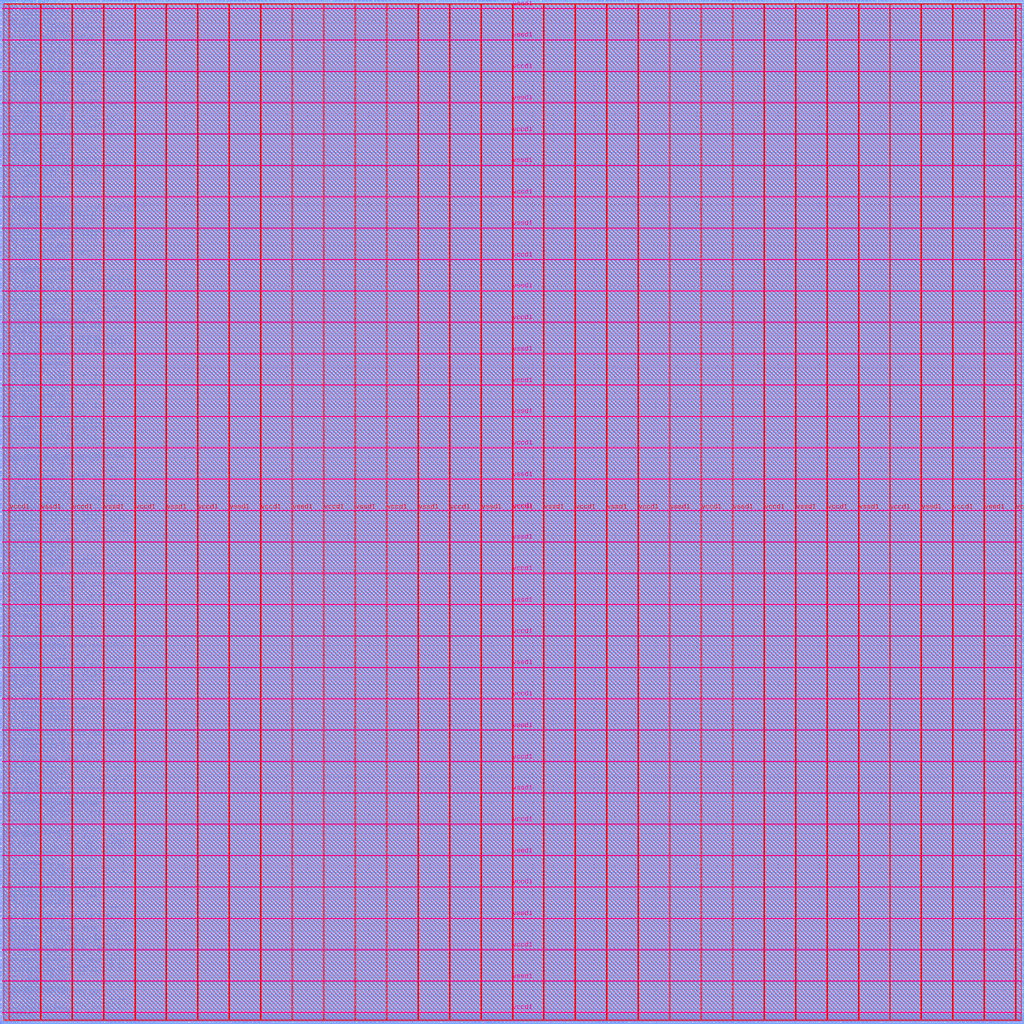
<source format=lef>
VERSION 5.7 ;
  NOWIREEXTENSIONATPIN ON ;
  DIVIDERCHAR "/" ;
  BUSBITCHARS "[]" ;
MACRO tile
  CLASS BLOCK ;
  FOREIGN tile ;
  ORIGIN 0.000 0.000 ;
  SIZE 2500.000 BY 2500.000 ;
  PIN buffer_processor_data_noc1[0]
    DIRECTION OUTPUT TRISTATE ;
    USE SIGNAL ;
    PORT
      LAYER met2 ;
        RECT 1919.210 0.000 1919.490 4.000 ;
    END
  END buffer_processor_data_noc1[0]
  PIN buffer_processor_data_noc1[10]
    DIRECTION OUTPUT TRISTATE ;
    USE SIGNAL ;
    PORT
      LAYER met3 ;
        RECT 0.000 187.040 4.000 187.640 ;
    END
  END buffer_processor_data_noc1[10]
  PIN buffer_processor_data_noc1[11]
    DIRECTION OUTPUT TRISTATE ;
    USE SIGNAL ;
    PORT
      LAYER met3 ;
        RECT 2496.000 1009.840 2500.000 1010.440 ;
    END
  END buffer_processor_data_noc1[11]
  PIN buffer_processor_data_noc1[12]
    DIRECTION OUTPUT TRISTATE ;
    USE SIGNAL ;
    PORT
      LAYER met2 ;
        RECT 515.290 2496.000 515.570 2500.000 ;
    END
  END buffer_processor_data_noc1[12]
  PIN buffer_processor_data_noc1[13]
    DIRECTION OUTPUT TRISTATE ;
    USE SIGNAL ;
    PORT
      LAYER met3 ;
        RECT 2496.000 1679.640 2500.000 1680.240 ;
    END
  END buffer_processor_data_noc1[13]
  PIN buffer_processor_data_noc1[14]
    DIRECTION OUTPUT TRISTATE ;
    USE SIGNAL ;
    PORT
      LAYER met3 ;
        RECT 2496.000 2352.840 2500.000 2353.440 ;
    END
  END buffer_processor_data_noc1[14]
  PIN buffer_processor_data_noc1[15]
    DIRECTION OUTPUT TRISTATE ;
    USE SIGNAL ;
    PORT
      LAYER met2 ;
        RECT 1944.970 2496.000 1945.250 2500.000 ;
    END
  END buffer_processor_data_noc1[15]
  PIN buffer_processor_data_noc1[16]
    DIRECTION OUTPUT TRISTATE ;
    USE SIGNAL ;
    PORT
      LAYER met2 ;
        RECT 837.290 2496.000 837.570 2500.000 ;
    END
  END buffer_processor_data_noc1[16]
  PIN buffer_processor_data_noc1[17]
    DIRECTION OUTPUT TRISTATE ;
    USE SIGNAL ;
    PORT
      LAYER met2 ;
        RECT 2064.110 0.000 2064.390 4.000 ;
    END
  END buffer_processor_data_noc1[17]
  PIN buffer_processor_data_noc1[18]
    DIRECTION OUTPUT TRISTATE ;
    USE SIGNAL ;
    PORT
      LAYER met2 ;
        RECT 1822.610 2496.000 1822.890 2500.000 ;
    END
  END buffer_processor_data_noc1[18]
  PIN buffer_processor_data_noc1[19]
    DIRECTION OUTPUT TRISTATE ;
    USE SIGNAL ;
    PORT
      LAYER met2 ;
        RECT 2427.970 2496.000 2428.250 2500.000 ;
    END
  END buffer_processor_data_noc1[19]
  PIN buffer_processor_data_noc1[1]
    DIRECTION OUTPUT TRISTATE ;
    USE SIGNAL ;
    PORT
      LAYER met2 ;
        RECT 1413.670 0.000 1413.950 4.000 ;
    END
  END buffer_processor_data_noc1[1]
  PIN buffer_processor_data_noc1[20]
    DIRECTION OUTPUT TRISTATE ;
    USE SIGNAL ;
    PORT
      LAYER met3 ;
        RECT 0.000 1652.440 4.000 1653.040 ;
    END
  END buffer_processor_data_noc1[20]
  PIN buffer_processor_data_noc1[21]
    DIRECTION OUTPUT TRISTATE ;
    USE SIGNAL ;
    PORT
      LAYER met3 ;
        RECT 2496.000 1666.040 2500.000 1666.640 ;
    END
  END buffer_processor_data_noc1[21]
  PIN buffer_processor_data_noc1[22]
    DIRECTION OUTPUT TRISTATE ;
    USE SIGNAL ;
    PORT
      LAYER met3 ;
        RECT 2496.000 2390.240 2500.000 2390.840 ;
    END
  END buffer_processor_data_noc1[22]
  PIN buffer_processor_data_noc1[23]
    DIRECTION OUTPUT TRISTATE ;
    USE SIGNAL ;
    PORT
      LAYER met2 ;
        RECT 180.410 0.000 180.690 4.000 ;
    END
  END buffer_processor_data_noc1[23]
  PIN buffer_processor_data_noc1[24]
    DIRECTION OUTPUT TRISTATE ;
    USE SIGNAL ;
    PORT
      LAYER met3 ;
        RECT 2496.000 2046.840 2500.000 2047.440 ;
    END
  END buffer_processor_data_noc1[24]
  PIN buffer_processor_data_noc1[25]
    DIRECTION OUTPUT TRISTATE ;
    USE SIGNAL ;
    PORT
      LAYER met3 ;
        RECT 0.000 1319.240 4.000 1319.840 ;
    END
  END buffer_processor_data_noc1[25]
  PIN buffer_processor_data_noc1[26]
    DIRECTION OUTPUT TRISTATE ;
    USE SIGNAL ;
    PORT
      LAYER met2 ;
        RECT 225.490 2496.000 225.770 2500.000 ;
    END
  END buffer_processor_data_noc1[26]
  PIN buffer_processor_data_noc1[27]
    DIRECTION OUTPUT TRISTATE ;
    USE SIGNAL ;
    PORT
      LAYER met2 ;
        RECT 624.770 0.000 625.050 4.000 ;
    END
  END buffer_processor_data_noc1[27]
  PIN buffer_processor_data_noc1[28]
    DIRECTION OUTPUT TRISTATE ;
    USE SIGNAL ;
    PORT
      LAYER met2 ;
        RECT 1175.390 0.000 1175.670 4.000 ;
    END
  END buffer_processor_data_noc1[28]
  PIN buffer_processor_data_noc1[29]
    DIRECTION OUTPUT TRISTATE ;
    USE SIGNAL ;
    PORT
      LAYER met2 ;
        RECT 2118.850 0.000 2119.130 4.000 ;
    END
  END buffer_processor_data_noc1[29]
  PIN buffer_processor_data_noc1[2]
    DIRECTION OUTPUT TRISTATE ;
    USE SIGNAL ;
    PORT
      LAYER met2 ;
        RECT 1603.650 0.000 1603.930 4.000 ;
    END
  END buffer_processor_data_noc1[2]
  PIN buffer_processor_data_noc1[30]
    DIRECTION OUTPUT TRISTATE ;
    USE SIGNAL ;
    PORT
      LAYER met3 ;
        RECT 2496.000 1190.040 2500.000 1190.640 ;
    END
  END buffer_processor_data_noc1[30]
  PIN buffer_processor_data_noc1[31]
    DIRECTION OUTPUT TRISTATE ;
    USE SIGNAL ;
    PORT
      LAYER met3 ;
        RECT 2496.000 1540.240 2500.000 1540.840 ;
    END
  END buffer_processor_data_noc1[31]
  PIN buffer_processor_data_noc1[32]
    DIRECTION OUTPUT TRISTATE ;
    USE SIGNAL ;
    PORT
      LAYER met2 ;
        RECT 1159.290 0.000 1159.570 4.000 ;
    END
  END buffer_processor_data_noc1[32]
  PIN buffer_processor_data_noc1[33]
    DIRECTION OUTPUT TRISTATE ;
    USE SIGNAL ;
    PORT
      LAYER met3 ;
        RECT 0.000 523.640 4.000 524.240 ;
    END
  END buffer_processor_data_noc1[33]
  PIN buffer_processor_data_noc1[34]
    DIRECTION OUTPUT TRISTATE ;
    USE SIGNAL ;
    PORT
      LAYER met2 ;
        RECT 2019.030 0.000 2019.310 4.000 ;
    END
  END buffer_processor_data_noc1[34]
  PIN buffer_processor_data_noc1[35]
    DIRECTION OUTPUT TRISTATE ;
    USE SIGNAL ;
    PORT
      LAYER met3 ;
        RECT 0.000 1734.040 4.000 1734.640 ;
    END
  END buffer_processor_data_noc1[35]
  PIN buffer_processor_data_noc1[36]
    DIRECTION OUTPUT TRISTATE ;
    USE SIGNAL ;
    PORT
      LAYER met2 ;
        RECT 1053.030 2496.000 1053.310 2500.000 ;
    END
  END buffer_processor_data_noc1[36]
  PIN buffer_processor_data_noc1[37]
    DIRECTION OUTPUT TRISTATE ;
    USE SIGNAL ;
    PORT
      LAYER met2 ;
        RECT 383.270 0.000 383.550 4.000 ;
    END
  END buffer_processor_data_noc1[37]
  PIN buffer_processor_data_noc1[38]
    DIRECTION OUTPUT TRISTATE ;
    USE SIGNAL ;
    PORT
      LAYER met3 ;
        RECT 0.000 911.240 4.000 911.840 ;
    END
  END buffer_processor_data_noc1[38]
  PIN buffer_processor_data_noc1[39]
    DIRECTION OUTPUT TRISTATE ;
    USE SIGNAL ;
    PORT
      LAYER met2 ;
        RECT 1613.310 0.000 1613.590 4.000 ;
    END
  END buffer_processor_data_noc1[39]
  PIN buffer_processor_data_noc1[3]
    DIRECTION OUTPUT TRISTATE ;
    USE SIGNAL ;
    PORT
      LAYER met3 ;
        RECT 2496.000 1584.440 2500.000 1585.040 ;
    END
  END buffer_processor_data_noc1[3]
  PIN buffer_processor_data_noc1[40]
    DIRECTION OUTPUT TRISTATE ;
    USE SIGNAL ;
    PORT
      LAYER met3 ;
        RECT 2496.000 1074.440 2500.000 1075.040 ;
    END
  END buffer_processor_data_noc1[40]
  PIN buffer_processor_data_noc1[41]
    DIRECTION OUTPUT TRISTATE ;
    USE SIGNAL ;
    PORT
      LAYER met2 ;
        RECT 161.090 2496.000 161.370 2500.000 ;
    END
  END buffer_processor_data_noc1[41]
  PIN buffer_processor_data_noc1[42]
    DIRECTION OUTPUT TRISTATE ;
    USE SIGNAL ;
    PORT
      LAYER met2 ;
        RECT 2125.290 0.000 2125.570 4.000 ;
    END
  END buffer_processor_data_noc1[42]
  PIN buffer_processor_data_noc1[43]
    DIRECTION OUTPUT TRISTATE ;
    USE SIGNAL ;
    PORT
      LAYER met3 ;
        RECT 2496.000 1751.040 2500.000 1751.640 ;
    END
  END buffer_processor_data_noc1[43]
  PIN buffer_processor_data_noc1[44]
    DIRECTION OUTPUT TRISTATE ;
    USE SIGNAL ;
    PORT
      LAYER met3 ;
        RECT 0.000 64.640 4.000 65.240 ;
    END
  END buffer_processor_data_noc1[44]
  PIN buffer_processor_data_noc1[45]
    DIRECTION OUTPUT TRISTATE ;
    USE SIGNAL ;
    PORT
      LAYER met2 ;
        RECT 531.390 0.000 531.670 4.000 ;
    END
  END buffer_processor_data_noc1[45]
  PIN buffer_processor_data_noc1[46]
    DIRECTION OUTPUT TRISTATE ;
    USE SIGNAL ;
    PORT
      LAYER met3 ;
        RECT 0.000 615.440 4.000 616.040 ;
    END
  END buffer_processor_data_noc1[46]
  PIN buffer_processor_data_noc1[47]
    DIRECTION OUTPUT TRISTATE ;
    USE SIGNAL ;
    PORT
      LAYER met2 ;
        RECT 837.290 0.000 837.570 4.000 ;
    END
  END buffer_processor_data_noc1[47]
  PIN buffer_processor_data_noc1[48]
    DIRECTION OUTPUT TRISTATE ;
    USE SIGNAL ;
    PORT
      LAYER met3 ;
        RECT 2496.000 425.040 2500.000 425.640 ;
    END
  END buffer_processor_data_noc1[48]
  PIN buffer_processor_data_noc1[49]
    DIRECTION OUTPUT TRISTATE ;
    USE SIGNAL ;
    PORT
      LAYER met2 ;
        RECT 1226.910 2496.000 1227.190 2500.000 ;
    END
  END buffer_processor_data_noc1[49]
  PIN buffer_processor_data_noc1[4]
    DIRECTION OUTPUT TRISTATE ;
    USE SIGNAL ;
    PORT
      LAYER met3 ;
        RECT 2496.000 1128.840 2500.000 1129.440 ;
    END
  END buffer_processor_data_noc1[4]
  PIN buffer_processor_data_noc1[50]
    DIRECTION OUTPUT TRISTATE ;
    USE SIGNAL ;
    PORT
      LAYER met3 ;
        RECT 2496.000 2332.440 2500.000 2333.040 ;
    END
  END buffer_processor_data_noc1[50]
  PIN buffer_processor_data_noc1[51]
    DIRECTION OUTPUT TRISTATE ;
    USE SIGNAL ;
    PORT
      LAYER met3 ;
        RECT 0.000 1451.840 4.000 1452.440 ;
    END
  END buffer_processor_data_noc1[51]
  PIN buffer_processor_data_noc1[52]
    DIRECTION OUTPUT TRISTATE ;
    USE SIGNAL ;
    PORT
      LAYER met2 ;
        RECT 2199.350 2496.000 2199.630 2500.000 ;
    END
  END buffer_processor_data_noc1[52]
  PIN buffer_processor_data_noc1[53]
    DIRECTION OUTPUT TRISTATE ;
    USE SIGNAL ;
    PORT
      LAYER met2 ;
        RECT 830.850 0.000 831.130 4.000 ;
    END
  END buffer_processor_data_noc1[53]
  PIN buffer_processor_data_noc1[54]
    DIRECTION OUTPUT TRISTATE ;
    USE SIGNAL ;
    PORT
      LAYER met3 ;
        RECT 0.000 693.640 4.000 694.240 ;
    END
  END buffer_processor_data_noc1[54]
  PIN buffer_processor_data_noc1[55]
    DIRECTION OUTPUT TRISTATE ;
    USE SIGNAL ;
    PORT
      LAYER met2 ;
        RECT 280.230 2496.000 280.510 2500.000 ;
    END
  END buffer_processor_data_noc1[55]
  PIN buffer_processor_data_noc1[56]
    DIRECTION OUTPUT TRISTATE ;
    USE SIGNAL ;
    PORT
      LAYER met3 ;
        RECT 2496.000 1870.040 2500.000 1870.640 ;
    END
  END buffer_processor_data_noc1[56]
  PIN buffer_processor_data_noc1[57]
    DIRECTION OUTPUT TRISTATE ;
    USE SIGNAL ;
    PORT
      LAYER met2 ;
        RECT 418.690 0.000 418.970 4.000 ;
    END
  END buffer_processor_data_noc1[57]
  PIN buffer_processor_data_noc1[58]
    DIRECTION OUTPUT TRISTATE ;
    USE SIGNAL ;
    PORT
      LAYER met2 ;
        RECT 1146.410 0.000 1146.690 4.000 ;
    END
  END buffer_processor_data_noc1[58]
  PIN buffer_processor_data_noc1[59]
    DIRECTION OUTPUT TRISTATE ;
    USE SIGNAL ;
    PORT
      LAYER met2 ;
        RECT 1742.110 2496.000 1742.390 2500.000 ;
    END
  END buffer_processor_data_noc1[59]
  PIN buffer_processor_data_noc1[5]
    DIRECTION OUTPUT TRISTATE ;
    USE SIGNAL ;
    PORT
      LAYER met2 ;
        RECT 2067.330 0.000 2067.610 4.000 ;
    END
  END buffer_processor_data_noc1[5]
  PIN buffer_processor_data_noc1[60]
    DIRECTION OUTPUT TRISTATE ;
    USE SIGNAL ;
    PORT
      LAYER met3 ;
        RECT 0.000 1380.440 4.000 1381.040 ;
    END
  END buffer_processor_data_noc1[60]
  PIN buffer_processor_data_noc1[61]
    DIRECTION OUTPUT TRISTATE ;
    USE SIGNAL ;
    PORT
      LAYER met2 ;
        RECT 1259.110 0.000 1259.390 4.000 ;
    END
  END buffer_processor_data_noc1[61]
  PIN buffer_processor_data_noc1[62]
    DIRECTION OUTPUT TRISTATE ;
    USE SIGNAL ;
    PORT
      LAYER met2 ;
        RECT 1838.710 2496.000 1838.990 2500.000 ;
    END
  END buffer_processor_data_noc1[62]
  PIN buffer_processor_data_noc1[63]
    DIRECTION OUTPUT TRISTATE ;
    USE SIGNAL ;
    PORT
      LAYER met2 ;
        RECT 196.510 0.000 196.790 4.000 ;
    END
  END buffer_processor_data_noc1[63]
  PIN buffer_processor_data_noc1[6]
    DIRECTION OUTPUT TRISTATE ;
    USE SIGNAL ;
    PORT
      LAYER met2 ;
        RECT 2398.990 0.000 2399.270 4.000 ;
    END
  END buffer_processor_data_noc1[6]
  PIN buffer_processor_data_noc1[7]
    DIRECTION OUTPUT TRISTATE ;
    USE SIGNAL ;
    PORT
      LAYER met3 ;
        RECT 0.000 1445.040 4.000 1445.640 ;
    END
  END buffer_processor_data_noc1[7]
  PIN buffer_processor_data_noc1[8]
    DIRECTION OUTPUT TRISTATE ;
    USE SIGNAL ;
    PORT
      LAYER met2 ;
        RECT 978.970 2496.000 979.250 2500.000 ;
    END
  END buffer_processor_data_noc1[8]
  PIN buffer_processor_data_noc1[9]
    DIRECTION OUTPUT TRISTATE ;
    USE SIGNAL ;
    PORT
      LAYER met2 ;
        RECT 1143.190 2496.000 1143.470 2500.000 ;
    END
  END buffer_processor_data_noc1[9]
  PIN buffer_processor_data_noc3[0]
    DIRECTION OUTPUT TRISTATE ;
    USE SIGNAL ;
    PORT
      LAYER met2 ;
        RECT 743.910 0.000 744.190 4.000 ;
    END
  END buffer_processor_data_noc3[0]
  PIN buffer_processor_data_noc3[10]
    DIRECTION OUTPUT TRISTATE ;
    USE SIGNAL ;
    PORT
      LAYER met3 ;
        RECT 2496.000 2254.240 2500.000 2254.840 ;
    END
  END buffer_processor_data_noc3[10]
  PIN buffer_processor_data_noc3[11]
    DIRECTION OUTPUT TRISTATE ;
    USE SIGNAL ;
    PORT
      LAYER met3 ;
        RECT 2496.000 799.040 2500.000 799.640 ;
    END
  END buffer_processor_data_noc3[11]
  PIN buffer_processor_data_noc3[12]
    DIRECTION OUTPUT TRISTATE ;
    USE SIGNAL ;
    PORT
      LAYER met2 ;
        RECT 1693.810 2496.000 1694.090 2500.000 ;
    END
  END buffer_processor_data_noc3[12]
  PIN buffer_processor_data_noc3[13]
    DIRECTION OUTPUT TRISTATE ;
    USE SIGNAL ;
    PORT
      LAYER met2 ;
        RECT 67.710 2496.000 67.990 2500.000 ;
    END
  END buffer_processor_data_noc3[13]
  PIN buffer_processor_data_noc3[14]
    DIRECTION OUTPUT TRISTATE ;
    USE SIGNAL ;
    PORT
      LAYER met3 ;
        RECT 2496.000 44.240 2500.000 44.840 ;
    END
  END buffer_processor_data_noc3[14]
  PIN buffer_processor_data_noc3[15]
    DIRECTION OUTPUT TRISTATE ;
    USE SIGNAL ;
    PORT
      LAYER met2 ;
        RECT 1291.310 2496.000 1291.590 2500.000 ;
    END
  END buffer_processor_data_noc3[15]
  PIN buffer_processor_data_noc3[16]
    DIRECTION OUTPUT TRISTATE ;
    USE SIGNAL ;
    PORT
      LAYER met2 ;
        RECT 2173.590 2496.000 2173.870 2500.000 ;
    END
  END buffer_processor_data_noc3[16]
  PIN buffer_processor_data_noc3[17]
    DIRECTION OUTPUT TRISTATE ;
    USE SIGNAL ;
    PORT
      LAYER met3 ;
        RECT 0.000 139.440 4.000 140.040 ;
    END
  END buffer_processor_data_noc3[17]
  PIN buffer_processor_data_noc3[18]
    DIRECTION OUTPUT TRISTATE ;
    USE SIGNAL ;
    PORT
      LAYER met3 ;
        RECT 2496.000 1604.840 2500.000 1605.440 ;
    END
  END buffer_processor_data_noc3[18]
  PIN buffer_processor_data_noc3[19]
    DIRECTION OUTPUT TRISTATE ;
    USE SIGNAL ;
    PORT
      LAYER met2 ;
        RECT 2073.770 0.000 2074.050 4.000 ;
    END
  END buffer_processor_data_noc3[19]
  PIN buffer_processor_data_noc3[1]
    DIRECTION OUTPUT TRISTATE ;
    USE SIGNAL ;
    PORT
      LAYER met3 ;
        RECT 2496.000 445.440 2500.000 446.040 ;
    END
  END buffer_processor_data_noc3[1]
  PIN buffer_processor_data_noc3[20]
    DIRECTION OUTPUT TRISTATE ;
    USE SIGNAL ;
    PORT
      LAYER met3 ;
        RECT 0.000 34.040 4.000 34.640 ;
    END
  END buffer_processor_data_noc3[20]
  PIN buffer_processor_data_noc3[21]
    DIRECTION OUTPUT TRISTATE ;
    USE SIGNAL ;
    PORT
      LAYER met3 ;
        RECT 0.000 2186.240 4.000 2186.840 ;
    END
  END buffer_processor_data_noc3[21]
  PIN buffer_processor_data_noc3[22]
    DIRECTION OUTPUT TRISTATE ;
    USE SIGNAL ;
    PORT
      LAYER met3 ;
        RECT 2496.000 1951.640 2500.000 1952.240 ;
    END
  END buffer_processor_data_noc3[22]
  PIN buffer_processor_data_noc3[23]
    DIRECTION OUTPUT TRISTATE ;
    USE SIGNAL ;
    PORT
      LAYER met3 ;
        RECT 0.000 1812.240 4.000 1812.840 ;
    END
  END buffer_processor_data_noc3[23]
  PIN buffer_processor_data_noc3[24]
    DIRECTION OUTPUT TRISTATE ;
    USE SIGNAL ;
    PORT
      LAYER met3 ;
        RECT 0.000 2203.240 4.000 2203.840 ;
    END
  END buffer_processor_data_noc3[24]
  PIN buffer_processor_data_noc3[25]
    DIRECTION OUTPUT TRISTATE ;
    USE SIGNAL ;
    PORT
      LAYER met3 ;
        RECT 2496.000 867.040 2500.000 867.640 ;
    END
  END buffer_processor_data_noc3[25]
  PIN buffer_processor_data_noc3[26]
    DIRECTION OUTPUT TRISTATE ;
    USE SIGNAL ;
    PORT
      LAYER met2 ;
        RECT 1568.230 0.000 1568.510 4.000 ;
    END
  END buffer_processor_data_noc3[26]
  PIN buffer_processor_data_noc3[27]
    DIRECTION OUTPUT TRISTATE ;
    USE SIGNAL ;
    PORT
      LAYER met3 ;
        RECT 0.000 856.840 4.000 857.440 ;
    END
  END buffer_processor_data_noc3[27]
  PIN buffer_processor_data_noc3[28]
    DIRECTION OUTPUT TRISTATE ;
    USE SIGNAL ;
    PORT
      LAYER met3 ;
        RECT 2496.000 748.040 2500.000 748.640 ;
    END
  END buffer_processor_data_noc3[28]
  PIN buffer_processor_data_noc3[29]
    DIRECTION OUTPUT TRISTATE ;
    USE SIGNAL ;
    PORT
      LAYER met3 ;
        RECT 0.000 877.240 4.000 877.840 ;
    END
  END buffer_processor_data_noc3[29]
  PIN buffer_processor_data_noc3[2]
    DIRECTION OUTPUT TRISTATE ;
    USE SIGNAL ;
    PORT
      LAYER met3 ;
        RECT 0.000 1662.640 4.000 1663.240 ;
    END
  END buffer_processor_data_noc3[2]
  PIN buffer_processor_data_noc3[30]
    DIRECTION OUTPUT TRISTATE ;
    USE SIGNAL ;
    PORT
      LAYER met2 ;
        RECT 892.030 0.000 892.310 4.000 ;
    END
  END buffer_processor_data_noc3[30]
  PIN buffer_processor_data_noc3[31]
    DIRECTION OUTPUT TRISTATE ;
    USE SIGNAL ;
    PORT
      LAYER met2 ;
        RECT 875.930 0.000 876.210 4.000 ;
    END
  END buffer_processor_data_noc3[31]
  PIN buffer_processor_data_noc3[32]
    DIRECTION OUTPUT TRISTATE ;
    USE SIGNAL ;
    PORT
      LAYER met3 ;
        RECT 0.000 265.240 4.000 265.840 ;
    END
  END buffer_processor_data_noc3[32]
  PIN buffer_processor_data_noc3[33]
    DIRECTION OUTPUT TRISTATE ;
    USE SIGNAL ;
    PORT
      LAYER met2 ;
        RECT 1188.270 0.000 1188.550 4.000 ;
    END
  END buffer_processor_data_noc3[33]
  PIN buffer_processor_data_noc3[34]
    DIRECTION OUTPUT TRISTATE ;
    USE SIGNAL ;
    PORT
      LAYER met3 ;
        RECT 0.000 1108.440 4.000 1109.040 ;
    END
  END buffer_processor_data_noc3[34]
  PIN buffer_processor_data_noc3[35]
    DIRECTION OUTPUT TRISTATE ;
    USE SIGNAL ;
    PORT
      LAYER met3 ;
        RECT 2496.000 809.240 2500.000 809.840 ;
    END
  END buffer_processor_data_noc3[35]
  PIN buffer_processor_data_noc3[36]
    DIRECTION OUTPUT TRISTATE ;
    USE SIGNAL ;
    PORT
      LAYER met3 ;
        RECT 2496.000 880.640 2500.000 881.240 ;
    END
  END buffer_processor_data_noc3[36]
  PIN buffer_processor_data_noc3[37]
    DIRECTION OUTPUT TRISTATE ;
    USE SIGNAL ;
    PORT
      LAYER met3 ;
        RECT 2496.000 1822.440 2500.000 1823.040 ;
    END
  END buffer_processor_data_noc3[37]
  PIN buffer_processor_data_noc3[38]
    DIRECTION OUTPUT TRISTATE ;
    USE SIGNAL ;
    PORT
      LAYER met3 ;
        RECT 0.000 1054.040 4.000 1054.640 ;
    END
  END buffer_processor_data_noc3[38]
  PIN buffer_processor_data_noc3[39]
    DIRECTION OUTPUT TRISTATE ;
    USE SIGNAL ;
    PORT
      LAYER met2 ;
        RECT 2180.030 0.000 2180.310 4.000 ;
    END
  END buffer_processor_data_noc3[39]
  PIN buffer_processor_data_noc3[3]
    DIRECTION OUTPUT TRISTATE ;
    USE SIGNAL ;
    PORT
      LAYER met2 ;
        RECT 2250.870 0.000 2251.150 4.000 ;
    END
  END buffer_processor_data_noc3[3]
  PIN buffer_processor_data_noc3[40]
    DIRECTION OUTPUT TRISTATE ;
    USE SIGNAL ;
    PORT
      LAYER met2 ;
        RECT 1407.230 2496.000 1407.510 2500.000 ;
    END
  END buffer_processor_data_noc3[40]
  PIN buffer_processor_data_noc3[41]
    DIRECTION OUTPUT TRISTATE ;
    USE SIGNAL ;
    PORT
      LAYER met2 ;
        RECT 982.190 0.000 982.470 4.000 ;
    END
  END buffer_processor_data_noc3[41]
  PIN buffer_processor_data_noc3[42]
    DIRECTION OUTPUT TRISTATE ;
    USE SIGNAL ;
    PORT
      LAYER met2 ;
        RECT 1568.230 2496.000 1568.510 2500.000 ;
    END
  END buffer_processor_data_noc3[42]
  PIN buffer_processor_data_noc3[43]
    DIRECTION OUTPUT TRISTATE ;
    USE SIGNAL ;
    PORT
      LAYER met2 ;
        RECT 2012.590 0.000 2012.870 4.000 ;
    END
  END buffer_processor_data_noc3[43]
  PIN buffer_processor_data_noc3[44]
    DIRECTION OUTPUT TRISTATE ;
    USE SIGNAL ;
    PORT
      LAYER met3 ;
        RECT 2496.000 414.840 2500.000 415.440 ;
    END
  END buffer_processor_data_noc3[44]
  PIN buffer_processor_data_noc3[45]
    DIRECTION OUTPUT TRISTATE ;
    USE SIGNAL ;
    PORT
      LAYER met3 ;
        RECT 2496.000 1720.440 2500.000 1721.040 ;
    END
  END buffer_processor_data_noc3[45]
  PIN buffer_processor_data_noc3[46]
    DIRECTION OUTPUT TRISTATE ;
    USE SIGNAL ;
    PORT
      LAYER met2 ;
        RECT 1941.750 0.000 1942.030 4.000 ;
    END
  END buffer_processor_data_noc3[46]
  PIN buffer_processor_data_noc3[47]
    DIRECTION OUTPUT TRISTATE ;
    USE SIGNAL ;
    PORT
      LAYER met3 ;
        RECT 0.000 1693.240 4.000 1693.840 ;
    END
  END buffer_processor_data_noc3[47]
  PIN buffer_processor_data_noc3[48]
    DIRECTION OUTPUT TRISTATE ;
    USE SIGNAL ;
    PORT
      LAYER met2 ;
        RECT 1777.530 0.000 1777.810 4.000 ;
    END
  END buffer_processor_data_noc3[48]
  PIN buffer_processor_data_noc3[49]
    DIRECTION OUTPUT TRISTATE ;
    USE SIGNAL ;
    PORT
      LAYER met2 ;
        RECT 1803.290 0.000 1803.570 4.000 ;
    END
  END buffer_processor_data_noc3[49]
  PIN buffer_processor_data_noc3[4]
    DIRECTION OUTPUT TRISTATE ;
    USE SIGNAL ;
    PORT
      LAYER met2 ;
        RECT 595.790 2496.000 596.070 2500.000 ;
    END
  END buffer_processor_data_noc3[4]
  PIN buffer_processor_data_noc3[50]
    DIRECTION OUTPUT TRISTATE ;
    USE SIGNAL ;
    PORT
      LAYER met3 ;
        RECT 0.000 421.640 4.000 422.240 ;
    END
  END buffer_processor_data_noc3[50]
  PIN buffer_processor_data_noc3[51]
    DIRECTION OUTPUT TRISTATE ;
    USE SIGNAL ;
    PORT
      LAYER met3 ;
        RECT 0.000 2148.840 4.000 2149.440 ;
    END
  END buffer_processor_data_noc3[51]
  PIN buffer_processor_data_noc3[52]
    DIRECTION OUTPUT TRISTATE ;
    USE SIGNAL ;
    PORT
      LAYER met2 ;
        RECT 1069.130 0.000 1069.410 4.000 ;
    END
  END buffer_processor_data_noc3[52]
  PIN buffer_processor_data_noc3[53]
    DIRECTION OUTPUT TRISTATE ;
    USE SIGNAL ;
    PORT
      LAYER met2 ;
        RECT 1938.530 0.000 1938.810 4.000 ;
    END
  END buffer_processor_data_noc3[53]
  PIN buffer_processor_data_noc3[54]
    DIRECTION OUTPUT TRISTATE ;
    USE SIGNAL ;
    PORT
      LAYER met3 ;
        RECT 0.000 1706.840 4.000 1707.440 ;
    END
  END buffer_processor_data_noc3[54]
  PIN buffer_processor_data_noc3[55]
    DIRECTION OUTPUT TRISTATE ;
    USE SIGNAL ;
    PORT
      LAYER met2 ;
        RECT 647.310 0.000 647.590 4.000 ;
    END
  END buffer_processor_data_noc3[55]
  PIN buffer_processor_data_noc3[56]
    DIRECTION OUTPUT TRISTATE ;
    USE SIGNAL ;
    PORT
      LAYER met2 ;
        RECT 1552.130 0.000 1552.410 4.000 ;
    END
  END buffer_processor_data_noc3[56]
  PIN buffer_processor_data_noc3[57]
    DIRECTION OUTPUT TRISTATE ;
    USE SIGNAL ;
    PORT
      LAYER met2 ;
        RECT 1036.930 0.000 1037.210 4.000 ;
    END
  END buffer_processor_data_noc3[57]
  PIN buffer_processor_data_noc3[58]
    DIRECTION OUTPUT TRISTATE ;
    USE SIGNAL ;
    PORT
      LAYER met2 ;
        RECT 747.130 0.000 747.410 4.000 ;
    END
  END buffer_processor_data_noc3[58]
  PIN buffer_processor_data_noc3[59]
    DIRECTION OUTPUT TRISTATE ;
    USE SIGNAL ;
    PORT
      LAYER met2 ;
        RECT 611.890 0.000 612.170 4.000 ;
    END
  END buffer_processor_data_noc3[59]
  PIN buffer_processor_data_noc3[5]
    DIRECTION OUTPUT TRISTATE ;
    USE SIGNAL ;
    PORT
      LAYER met3 ;
        RECT 2496.000 1098.240 2500.000 1098.840 ;
    END
  END buffer_processor_data_noc3[5]
  PIN buffer_processor_data_noc3[60]
    DIRECTION OUTPUT TRISTATE ;
    USE SIGNAL ;
    PORT
      LAYER met2 ;
        RECT 1317.070 0.000 1317.350 4.000 ;
    END
  END buffer_processor_data_noc3[60]
  PIN buffer_processor_data_noc3[61]
    DIRECTION OUTPUT TRISTATE ;
    USE SIGNAL ;
    PORT
      LAYER met2 ;
        RECT 1993.270 2496.000 1993.550 2500.000 ;
    END
  END buffer_processor_data_noc3[61]
  PIN buffer_processor_data_noc3[62]
    DIRECTION OUTPUT TRISTATE ;
    USE SIGNAL ;
    PORT
      LAYER met2 ;
        RECT 599.010 0.000 599.290 4.000 ;
    END
  END buffer_processor_data_noc3[62]
  PIN buffer_processor_data_noc3[63]
    DIRECTION OUTPUT TRISTATE ;
    USE SIGNAL ;
    PORT
      LAYER met2 ;
        RECT 41.950 2496.000 42.230 2500.000 ;
    END
  END buffer_processor_data_noc3[63]
  PIN buffer_processor_data_noc3[6]
    DIRECTION OUTPUT TRISTATE ;
    USE SIGNAL ;
    PORT
      LAYER met3 ;
        RECT 0.000 1339.640 4.000 1340.240 ;
    END
  END buffer_processor_data_noc3[6]
  PIN buffer_processor_data_noc3[7]
    DIRECTION OUTPUT TRISTATE ;
    USE SIGNAL ;
    PORT
      LAYER met2 ;
        RECT 1310.630 0.000 1310.910 4.000 ;
    END
  END buffer_processor_data_noc3[7]
  PIN buffer_processor_data_noc3[8]
    DIRECTION OUTPUT TRISTATE ;
    USE SIGNAL ;
    PORT
      LAYER met3 ;
        RECT 0.000 697.040 4.000 697.640 ;
    END
  END buffer_processor_data_noc3[8]
  PIN buffer_processor_data_noc3[9]
    DIRECTION OUTPUT TRISTATE ;
    USE SIGNAL ;
    PORT
      LAYER met2 ;
        RECT 2134.950 2496.000 2135.230 2500.000 ;
    END
  END buffer_processor_data_noc3[9]
  PIN buffer_processor_valid_noc1
    DIRECTION OUTPUT TRISTATE ;
    USE SIGNAL ;
    PORT
      LAYER met3 ;
        RECT 2496.000 71.440 2500.000 72.040 ;
    END
  END buffer_processor_valid_noc1
  PIN buffer_processor_valid_noc3
    DIRECTION OUTPUT TRISTATE ;
    USE SIGNAL ;
    PORT
      LAYER met2 ;
        RECT 1043.370 0.000 1043.650 4.000 ;
    END
  END buffer_processor_valid_noc3
  PIN chipid[0]
    DIRECTION OUTPUT TRISTATE ;
    USE SIGNAL ;
    PORT
      LAYER met3 ;
        RECT 0.000 1438.240 4.000 1438.840 ;
    END
  END chipid[0]
  PIN chipid[10]
    DIRECTION OUTPUT TRISTATE ;
    USE SIGNAL ;
    PORT
      LAYER met3 ;
        RECT 0.000 996.240 4.000 996.840 ;
    END
  END chipid[10]
  PIN chipid[11]
    DIRECTION OUTPUT TRISTATE ;
    USE SIGNAL ;
    PORT
      LAYER met2 ;
        RECT 1516.710 0.000 1516.990 4.000 ;
    END
  END chipid[11]
  PIN chipid[12]
    DIRECTION OUTPUT TRISTATE ;
    USE SIGNAL ;
    PORT
      LAYER met3 ;
        RECT 0.000 887.440 4.000 888.040 ;
    END
  END chipid[12]
  PIN chipid[13]
    DIRECTION OUTPUT TRISTATE ;
    USE SIGNAL ;
    PORT
      LAYER met2 ;
        RECT 235.150 0.000 235.430 4.000 ;
    END
  END chipid[13]
  PIN chipid[1]
    DIRECTION OUTPUT TRISTATE ;
    USE SIGNAL ;
    PORT
      LAYER met3 ;
        RECT 0.000 207.440 4.000 208.040 ;
    END
  END chipid[1]
  PIN chipid[2]
    DIRECTION OUTPUT TRISTATE ;
    USE SIGNAL ;
    PORT
      LAYER met2 ;
        RECT 1951.410 2496.000 1951.690 2500.000 ;
    END
  END chipid[2]
  PIN chipid[3]
    DIRECTION OUTPUT TRISTATE ;
    USE SIGNAL ;
    PORT
      LAYER met3 ;
        RECT 0.000 2050.240 4.000 2050.840 ;
    END
  END chipid[3]
  PIN chipid[4]
    DIRECTION OUTPUT TRISTATE ;
    USE SIGNAL ;
    PORT
      LAYER met2 ;
        RECT 238.370 0.000 238.650 4.000 ;
    END
  END chipid[4]
  PIN chipid[5]
    DIRECTION OUTPUT TRISTATE ;
    USE SIGNAL ;
    PORT
      LAYER met2 ;
        RECT 949.990 0.000 950.270 4.000 ;
    END
  END chipid[5]
  PIN chipid[6]
    DIRECTION OUTPUT TRISTATE ;
    USE SIGNAL ;
    PORT
      LAYER met2 ;
        RECT 1819.390 0.000 1819.670 4.000 ;
    END
  END chipid[6]
  PIN chipid[7]
    DIRECTION OUTPUT TRISTATE ;
    USE SIGNAL ;
    PORT
      LAYER met2 ;
        RECT 1954.630 2496.000 1954.910 2500.000 ;
    END
  END chipid[7]
  PIN chipid[8]
    DIRECTION OUTPUT TRISTATE ;
    USE SIGNAL ;
    PORT
      LAYER met2 ;
        RECT 2469.830 0.000 2470.110 4.000 ;
    END
  END chipid[8]
  PIN chipid[9]
    DIRECTION OUTPUT TRISTATE ;
    USE SIGNAL ;
    PORT
      LAYER met2 ;
        RECT 991.850 2496.000 992.130 2500.000 ;
    END
  END chipid[9]
  PIN clk
    DIRECTION INPUT ;
    USE SIGNAL ;
    PORT
      LAYER met3 ;
        RECT 2496.000 238.040 2500.000 238.640 ;
    END
  END clk
  PIN clk_en
    DIRECTION INPUT ;
    USE SIGNAL ;
    PORT
      LAYER met2 ;
        RECT 1352.490 2496.000 1352.770 2500.000 ;
    END
  END clk_en
  PIN config_chipid[0]
    DIRECTION OUTPUT TRISTATE ;
    USE SIGNAL ;
    PORT
      LAYER met2 ;
        RECT 824.410 0.000 824.690 4.000 ;
    END
  END config_chipid[0]
  PIN config_chipid[10]
    DIRECTION OUTPUT TRISTATE ;
    USE SIGNAL ;
    PORT
      LAYER met2 ;
        RECT 1584.330 2496.000 1584.610 2500.000 ;
    END
  END config_chipid[10]
  PIN config_chipid[11]
    DIRECTION OUTPUT TRISTATE ;
    USE SIGNAL ;
    PORT
      LAYER met2 ;
        RECT 209.390 0.000 209.670 4.000 ;
    END
  END config_chipid[11]
  PIN config_chipid[12]
    DIRECTION OUTPUT TRISTATE ;
    USE SIGNAL ;
    PORT
      LAYER met2 ;
        RECT 373.610 0.000 373.890 4.000 ;
    END
  END config_chipid[12]
  PIN config_chipid[13]
    DIRECTION OUTPUT TRISTATE ;
    USE SIGNAL ;
    PORT
      LAYER met3 ;
        RECT 2496.000 887.440 2500.000 888.040 ;
    END
  END config_chipid[13]
  PIN config_chipid[1]
    DIRECTION OUTPUT TRISTATE ;
    USE SIGNAL ;
    PORT
      LAYER met2 ;
        RECT 1313.850 2496.000 1314.130 2500.000 ;
    END
  END config_chipid[1]
  PIN config_chipid[2]
    DIRECTION OUTPUT TRISTATE ;
    USE SIGNAL ;
    PORT
      LAYER met2 ;
        RECT 1030.490 2496.000 1030.770 2500.000 ;
    END
  END config_chipid[2]
  PIN config_chipid[3]
    DIRECTION OUTPUT TRISTATE ;
    USE SIGNAL ;
    PORT
      LAYER met2 ;
        RECT 241.590 0.000 241.870 4.000 ;
    END
  END config_chipid[3]
  PIN config_chipid[4]
    DIRECTION OUTPUT TRISTATE ;
    USE SIGNAL ;
    PORT
      LAYER met3 ;
        RECT 0.000 1074.440 4.000 1075.040 ;
    END
  END config_chipid[4]
  PIN config_chipid[5]
    DIRECTION OUTPUT TRISTATE ;
    USE SIGNAL ;
    PORT
      LAYER met2 ;
        RECT 1104.550 2496.000 1104.830 2500.000 ;
    END
  END config_chipid[5]
  PIN config_chipid[6]
    DIRECTION OUTPUT TRISTATE ;
    USE SIGNAL ;
    PORT
      LAYER met2 ;
        RECT 1790.410 0.000 1790.690 4.000 ;
    END
  END config_chipid[6]
  PIN config_chipid[7]
    DIRECTION OUTPUT TRISTATE ;
    USE SIGNAL ;
    PORT
      LAYER met2 ;
        RECT 1668.050 0.000 1668.330 4.000 ;
    END
  END config_chipid[7]
  PIN config_chipid[8]
    DIRECTION OUTPUT TRISTATE ;
    USE SIGNAL ;
    PORT
      LAYER met2 ;
        RECT 2160.710 2496.000 2160.990 2500.000 ;
    END
  END config_chipid[8]
  PIN config_chipid[9]
    DIRECTION OUTPUT TRISTATE ;
    USE SIGNAL ;
    PORT
      LAYER met3 ;
        RECT 0.000 1982.240 4.000 1982.840 ;
    END
  END config_chipid[9]
  PIN config_coreid_x[0]
    DIRECTION OUTPUT TRISTATE ;
    USE SIGNAL ;
    PORT
      LAYER met3 ;
        RECT 2496.000 289.040 2500.000 289.640 ;
    END
  END config_coreid_x[0]
  PIN config_coreid_x[1]
    DIRECTION OUTPUT TRISTATE ;
    USE SIGNAL ;
    PORT
      LAYER met3 ;
        RECT 2496.000 1084.640 2500.000 1085.240 ;
    END
  END config_coreid_x[1]
  PIN config_coreid_x[2]
    DIRECTION OUTPUT TRISTATE ;
    USE SIGNAL ;
    PORT
      LAYER met2 ;
        RECT 2437.630 0.000 2437.910 4.000 ;
    END
  END config_coreid_x[2]
  PIN config_coreid_x[3]
    DIRECTION OUTPUT TRISTATE ;
    USE SIGNAL ;
    PORT
      LAYER met2 ;
        RECT 2160.710 0.000 2160.990 4.000 ;
    END
  END config_coreid_x[3]
  PIN config_coreid_x[4]
    DIRECTION OUTPUT TRISTATE ;
    USE SIGNAL ;
    PORT
      LAYER met3 ;
        RECT 2496.000 2135.240 2500.000 2135.840 ;
    END
  END config_coreid_x[4]
  PIN config_coreid_x[5]
    DIRECTION OUTPUT TRISTATE ;
    USE SIGNAL ;
    PORT
      LAYER met3 ;
        RECT 0.000 1139.040 4.000 1139.640 ;
    END
  END config_coreid_x[5]
  PIN config_coreid_x[6]
    DIRECTION OUTPUT TRISTATE ;
    USE SIGNAL ;
    PORT
      LAYER met3 ;
        RECT 0.000 1526.640 4.000 1527.240 ;
    END
  END config_coreid_x[6]
  PIN config_coreid_x[7]
    DIRECTION OUTPUT TRISTATE ;
    USE SIGNAL ;
    PORT
      LAYER met3 ;
        RECT 0.000 962.240 4.000 962.840 ;
    END
  END config_coreid_x[7]
  PIN config_coreid_y[0]
    DIRECTION OUTPUT TRISTATE ;
    USE SIGNAL ;
    PORT
      LAYER met2 ;
        RECT 969.310 2496.000 969.590 2500.000 ;
    END
  END config_coreid_y[0]
  PIN config_coreid_y[1]
    DIRECTION OUTPUT TRISTATE ;
    USE SIGNAL ;
    PORT
      LAYER met2 ;
        RECT 1342.830 0.000 1343.110 4.000 ;
    END
  END config_coreid_y[1]
  PIN config_coreid_y[2]
    DIRECTION OUTPUT TRISTATE ;
    USE SIGNAL ;
    PORT
      LAYER met2 ;
        RECT 624.770 2496.000 625.050 2500.000 ;
    END
  END config_coreid_y[2]
  PIN config_coreid_y[3]
    DIRECTION OUTPUT TRISTATE ;
    USE SIGNAL ;
    PORT
      LAYER met3 ;
        RECT 0.000 397.840 4.000 398.440 ;
    END
  END config_coreid_y[3]
  PIN config_coreid_y[4]
    DIRECTION OUTPUT TRISTATE ;
    USE SIGNAL ;
    PORT
      LAYER met3 ;
        RECT 0.000 1285.240 4.000 1285.840 ;
    END
  END config_coreid_y[4]
  PIN config_coreid_y[5]
    DIRECTION OUTPUT TRISTATE ;
    USE SIGNAL ;
    PORT
      LAYER met3 ;
        RECT 0.000 346.840 4.000 347.440 ;
    END
  END config_coreid_y[5]
  PIN config_coreid_y[6]
    DIRECTION OUTPUT TRISTATE ;
    USE SIGNAL ;
    PORT
      LAYER met3 ;
        RECT 2496.000 649.440 2500.000 650.040 ;
    END
  END config_coreid_y[6]
  PIN config_coreid_y[7]
    DIRECTION OUTPUT TRISTATE ;
    USE SIGNAL ;
    PORT
      LAYER met3 ;
        RECT 2496.000 1791.840 2500.000 1792.440 ;
    END
  END config_coreid_y[7]
  PIN config_csm_en
    DIRECTION OUTPUT TRISTATE ;
    USE SIGNAL ;
    PORT
      LAYER met3 ;
        RECT 2496.000 2189.640 2500.000 2190.240 ;
    END
  END config_csm_en
  PIN config_hmt_base[0]
    DIRECTION OUTPUT TRISTATE ;
    USE SIGNAL ;
    PORT
      LAYER met2 ;
        RECT 2350.690 2496.000 2350.970 2500.000 ;
    END
  END config_hmt_base[0]
  PIN config_hmt_base[10]
    DIRECTION OUTPUT TRISTATE ;
    USE SIGNAL ;
    PORT
      LAYER met3 ;
        RECT 0.000 285.640 4.000 286.240 ;
    END
  END config_hmt_base[10]
  PIN config_hmt_base[11]
    DIRECTION OUTPUT TRISTATE ;
    USE SIGNAL ;
    PORT
      LAYER met2 ;
        RECT 2009.370 2496.000 2009.650 2500.000 ;
    END
  END config_hmt_base[11]
  PIN config_hmt_base[12]
    DIRECTION OUTPUT TRISTATE ;
    USE SIGNAL ;
    PORT
      LAYER met2 ;
        RECT 2225.110 0.000 2225.390 4.000 ;
    END
  END config_hmt_base[12]
  PIN config_hmt_base[13]
    DIRECTION OUTPUT TRISTATE ;
    USE SIGNAL ;
    PORT
      LAYER met3 ;
        RECT 0.000 1951.640 4.000 1952.240 ;
    END
  END config_hmt_base[13]
  PIN config_hmt_base[14]
    DIRECTION OUTPUT TRISTATE ;
    USE SIGNAL ;
    PORT
      LAYER met2 ;
        RECT 1288.090 2496.000 1288.370 2500.000 ;
    END
  END config_hmt_base[14]
  PIN config_hmt_base[15]
    DIRECTION OUTPUT TRISTATE ;
    USE SIGNAL ;
    PORT
      LAYER met2 ;
        RECT 9.750 2496.000 10.030 2500.000 ;
    END
  END config_hmt_base[15]
  PIN config_hmt_base[16]
    DIRECTION OUTPUT TRISTATE ;
    USE SIGNAL ;
    PORT
      LAYER met2 ;
        RECT 908.130 0.000 908.410 4.000 ;
    END
  END config_hmt_base[16]
  PIN config_hmt_base[17]
    DIRECTION OUTPUT TRISTATE ;
    USE SIGNAL ;
    PORT
      LAYER met3 ;
        RECT 2496.000 1567.440 2500.000 1568.040 ;
    END
  END config_hmt_base[17]
  PIN config_hmt_base[18]
    DIRECTION OUTPUT TRISTATE ;
    USE SIGNAL ;
    PORT
      LAYER met2 ;
        RECT 1796.850 2496.000 1797.130 2500.000 ;
    END
  END config_hmt_base[18]
  PIN config_hmt_base[19]
    DIRECTION OUTPUT TRISTATE ;
    USE SIGNAL ;
    PORT
      LAYER met2 ;
        RECT 486.310 2496.000 486.590 2500.000 ;
    END
  END config_hmt_base[19]
  PIN config_hmt_base[1]
    DIRECTION OUTPUT TRISTATE ;
    USE SIGNAL ;
    PORT
      LAYER met3 ;
        RECT 0.000 2162.440 4.000 2163.040 ;
    END
  END config_hmt_base[1]
  PIN config_hmt_base[20]
    DIRECTION OUTPUT TRISTATE ;
    USE SIGNAL ;
    PORT
      LAYER met3 ;
        RECT 0.000 557.640 4.000 558.240 ;
    END
  END config_hmt_base[20]
  PIN config_hmt_base[21]
    DIRECTION OUTPUT TRISTATE ;
    USE SIGNAL ;
    PORT
      LAYER met2 ;
        RECT 109.570 2496.000 109.850 2500.000 ;
    END
  END config_hmt_base[21]
  PIN config_hmt_base[2]
    DIRECTION OUTPUT TRISTATE ;
    USE SIGNAL ;
    PORT
      LAYER met2 ;
        RECT 74.150 2496.000 74.430 2500.000 ;
    END
  END config_hmt_base[2]
  PIN config_hmt_base[3]
    DIRECTION OUTPUT TRISTATE ;
    USE SIGNAL ;
    PORT
      LAYER met2 ;
        RECT 1317.070 2496.000 1317.350 2500.000 ;
    END
  END config_hmt_base[3]
  PIN config_hmt_base[4]
    DIRECTION OUTPUT TRISTATE ;
    USE SIGNAL ;
    PORT
      LAYER met2 ;
        RECT 1339.610 0.000 1339.890 4.000 ;
    END
  END config_hmt_base[4]
  PIN config_hmt_base[5]
    DIRECTION OUTPUT TRISTATE ;
    USE SIGNAL ;
    PORT
      LAYER met2 ;
        RECT 1197.930 2496.000 1198.210 2500.000 ;
    END
  END config_hmt_base[5]
  PIN config_hmt_base[6]
    DIRECTION OUTPUT TRISTATE ;
    USE SIGNAL ;
    PORT
      LAYER met3 ;
        RECT 0.000 510.040 4.000 510.640 ;
    END
  END config_hmt_base[6]
  PIN config_hmt_base[7]
    DIRECTION OUTPUT TRISTATE ;
    USE SIGNAL ;
    PORT
      LAYER met3 ;
        RECT 2496.000 472.640 2500.000 473.240 ;
    END
  END config_hmt_base[7]
  PIN config_hmt_base[8]
    DIRECTION OUTPUT TRISTATE ;
    USE SIGNAL ;
    PORT
      LAYER met2 ;
        RECT 1036.930 2496.000 1037.210 2500.000 ;
    END
  END config_hmt_base[8]
  PIN config_hmt_base[9]
    DIRECTION OUTPUT TRISTATE ;
    USE SIGNAL ;
    PORT
      LAYER met2 ;
        RECT 1033.710 0.000 1033.990 4.000 ;
    END
  END config_hmt_base[9]
  PIN config_home_alloc_method[0]
    DIRECTION OUTPUT TRISTATE ;
    USE SIGNAL ;
    PORT
      LAYER met2 ;
        RECT 54.830 0.000 55.110 4.000 ;
    END
  END config_home_alloc_method[0]
  PIN config_home_alloc_method[1]
    DIRECTION OUTPUT TRISTATE ;
    USE SIGNAL ;
    PORT
      LAYER met3 ;
        RECT 2496.000 1118.640 2500.000 1119.240 ;
    END
  END config_home_alloc_method[1]
  PIN config_l15_read_res_data_s3[0]
    DIRECTION OUTPUT TRISTATE ;
    USE SIGNAL ;
    PORT
      LAYER met2 ;
        RECT 1181.830 2496.000 1182.110 2500.000 ;
    END
  END config_l15_read_res_data_s3[0]
  PIN config_l15_read_res_data_s3[10]
    DIRECTION OUTPUT TRISTATE ;
    USE SIGNAL ;
    PORT
      LAYER met2 ;
        RECT 2334.590 2496.000 2334.870 2500.000 ;
    END
  END config_l15_read_res_data_s3[10]
  PIN config_l15_read_res_data_s3[11]
    DIRECTION OUTPUT TRISTATE ;
    USE SIGNAL ;
    PORT
      LAYER met2 ;
        RECT 421.910 2496.000 422.190 2500.000 ;
    END
  END config_l15_read_res_data_s3[11]
  PIN config_l15_read_res_data_s3[12]
    DIRECTION OUTPUT TRISTATE ;
    USE SIGNAL ;
    PORT
      LAYER met3 ;
        RECT 2496.000 1819.040 2500.000 1819.640 ;
    END
  END config_l15_read_res_data_s3[12]
  PIN config_l15_read_res_data_s3[13]
    DIRECTION OUTPUT TRISTATE ;
    USE SIGNAL ;
    PORT
      LAYER met3 ;
        RECT 2496.000 2397.040 2500.000 2397.640 ;
    END
  END config_l15_read_res_data_s3[13]
  PIN config_l15_read_res_data_s3[14]
    DIRECTION OUTPUT TRISTATE ;
    USE SIGNAL ;
    PORT
      LAYER met3 ;
        RECT 2496.000 340.040 2500.000 340.640 ;
    END
  END config_l15_read_res_data_s3[14]
  PIN config_l15_read_res_data_s3[15]
    DIRECTION OUTPUT TRISTATE ;
    USE SIGNAL ;
    PORT
      LAYER met2 ;
        RECT 54.830 2496.000 55.110 2500.000 ;
    END
  END config_l15_read_res_data_s3[15]
  PIN config_l15_read_res_data_s3[16]
    DIRECTION OUTPUT TRISTATE ;
    USE SIGNAL ;
    PORT
      LAYER met2 ;
        RECT 1507.050 2496.000 1507.330 2500.000 ;
    END
  END config_l15_read_res_data_s3[16]
  PIN config_l15_read_res_data_s3[17]
    DIRECTION OUTPUT TRISTATE ;
    USE SIGNAL ;
    PORT
      LAYER met2 ;
        RECT 219.050 2496.000 219.330 2500.000 ;
    END
  END config_l15_read_res_data_s3[17]
  PIN config_l15_read_res_data_s3[18]
    DIRECTION OUTPUT TRISTATE ;
    USE SIGNAL ;
    PORT
      LAYER met3 ;
        RECT 0.000 1666.040 4.000 1666.640 ;
    END
  END config_l15_read_res_data_s3[18]
  PIN config_l15_read_res_data_s3[19]
    DIRECTION OUTPUT TRISTATE ;
    USE SIGNAL ;
    PORT
      LAYER met3 ;
        RECT 0.000 418.240 4.000 418.840 ;
    END
  END config_l15_read_res_data_s3[19]
  PIN config_l15_read_res_data_s3[1]
    DIRECTION OUTPUT TRISTATE ;
    USE SIGNAL ;
    PORT
      LAYER met2 ;
        RECT 399.370 0.000 399.650 4.000 ;
    END
  END config_l15_read_res_data_s3[1]
  PIN config_l15_read_res_data_s3[20]
    DIRECTION OUTPUT TRISTATE ;
    USE SIGNAL ;
    PORT
      LAYER met3 ;
        RECT 0.000 221.040 4.000 221.640 ;
    END
  END config_l15_read_res_data_s3[20]
  PIN config_l15_read_res_data_s3[21]
    DIRECTION OUTPUT TRISTATE ;
    USE SIGNAL ;
    PORT
      LAYER met2 ;
        RECT 1387.910 0.000 1388.190 4.000 ;
    END
  END config_l15_read_res_data_s3[21]
  PIN config_l15_read_res_data_s3[22]
    DIRECTION OUTPUT TRISTATE ;
    USE SIGNAL ;
    PORT
      LAYER met3 ;
        RECT 0.000 435.240 4.000 435.840 ;
    END
  END config_l15_read_res_data_s3[22]
  PIN config_l15_read_res_data_s3[23]
    DIRECTION OUTPUT TRISTATE ;
    USE SIGNAL ;
    PORT
      LAYER met3 ;
        RECT 0.000 1659.240 4.000 1659.840 ;
    END
  END config_l15_read_res_data_s3[23]
  PIN config_l15_read_res_data_s3[24]
    DIRECTION OUTPUT TRISTATE ;
    USE SIGNAL ;
    PORT
      LAYER met3 ;
        RECT 2496.000 2165.840 2500.000 2166.440 ;
    END
  END config_l15_read_res_data_s3[24]
  PIN config_l15_read_res_data_s3[25]
    DIRECTION OUTPUT TRISTATE ;
    USE SIGNAL ;
    PORT
      LAYER met3 ;
        RECT 2496.000 1836.040 2500.000 1836.640 ;
    END
  END config_l15_read_res_data_s3[25]
  PIN config_l15_read_res_data_s3[26]
    DIRECTION OUTPUT TRISTATE ;
    USE SIGNAL ;
    PORT
      LAYER met2 ;
        RECT 2163.930 2496.000 2164.210 2500.000 ;
    END
  END config_l15_read_res_data_s3[26]
  PIN config_l15_read_res_data_s3[27]
    DIRECTION OUTPUT TRISTATE ;
    USE SIGNAL ;
    PORT
      LAYER met3 ;
        RECT 0.000 333.240 4.000 333.840 ;
    END
  END config_l15_read_res_data_s3[27]
  PIN config_l15_read_res_data_s3[28]
    DIRECTION OUTPUT TRISTATE ;
    USE SIGNAL ;
    PORT
      LAYER met2 ;
        RECT 1423.330 0.000 1423.610 4.000 ;
    END
  END config_l15_read_res_data_s3[28]
  PIN config_l15_read_res_data_s3[29]
    DIRECTION OUTPUT TRISTATE ;
    USE SIGNAL ;
    PORT
      LAYER met3 ;
        RECT 0.000 1649.040 4.000 1649.640 ;
    END
  END config_l15_read_res_data_s3[29]
  PIN config_l15_read_res_data_s3[2]
    DIRECTION OUTPUT TRISTATE ;
    USE SIGNAL ;
    PORT
      LAYER met3 ;
        RECT 0.000 2080.840 4.000 2081.440 ;
    END
  END config_l15_read_res_data_s3[2]
  PIN config_l15_read_res_data_s3[30]
    DIRECTION OUTPUT TRISTATE ;
    USE SIGNAL ;
    PORT
      LAYER met2 ;
        RECT 2295.950 0.000 2296.230 4.000 ;
    END
  END config_l15_read_res_data_s3[30]
  PIN config_l15_read_res_data_s3[31]
    DIRECTION OUTPUT TRISTATE ;
    USE SIGNAL ;
    PORT
      LAYER met3 ;
        RECT 2496.000 1268.240 2500.000 1268.840 ;
    END
  END config_l15_read_res_data_s3[31]
  PIN config_l15_read_res_data_s3[32]
    DIRECTION OUTPUT TRISTATE ;
    USE SIGNAL ;
    PORT
      LAYER met3 ;
        RECT 2496.000 234.640 2500.000 235.240 ;
    END
  END config_l15_read_res_data_s3[32]
  PIN config_l15_read_res_data_s3[33]
    DIRECTION OUTPUT TRISTATE ;
    USE SIGNAL ;
    PORT
      LAYER met2 ;
        RECT 1697.030 0.000 1697.310 4.000 ;
    END
  END config_l15_read_res_data_s3[33]
  PIN config_l15_read_res_data_s3[34]
    DIRECTION OUTPUT TRISTATE ;
    USE SIGNAL ;
    PORT
      LAYER met2 ;
        RECT 1684.150 2496.000 1684.430 2500.000 ;
    END
  END config_l15_read_res_data_s3[34]
  PIN config_l15_read_res_data_s3[35]
    DIRECTION OUTPUT TRISTATE ;
    USE SIGNAL ;
    PORT
      LAYER met2 ;
        RECT 2492.370 2496.000 2492.650 2500.000 ;
    END
  END config_l15_read_res_data_s3[35]
  PIN config_l15_read_res_data_s3[36]
    DIRECTION OUTPUT TRISTATE ;
    USE SIGNAL ;
    PORT
      LAYER met3 ;
        RECT 2496.000 1247.840 2500.000 1248.440 ;
    END
  END config_l15_read_res_data_s3[36]
  PIN config_l15_read_res_data_s3[37]
    DIRECTION OUTPUT TRISTATE ;
    USE SIGNAL ;
    PORT
      LAYER met2 ;
        RECT 1346.050 0.000 1346.330 4.000 ;
    END
  END config_l15_read_res_data_s3[37]
  PIN config_l15_read_res_data_s3[38]
    DIRECTION OUTPUT TRISTATE ;
    USE SIGNAL ;
    PORT
      LAYER met2 ;
        RECT 2318.490 2496.000 2318.770 2500.000 ;
    END
  END config_l15_read_res_data_s3[38]
  PIN config_l15_read_res_data_s3[39]
    DIRECTION OUTPUT TRISTATE ;
    USE SIGNAL ;
    PORT
      LAYER met2 ;
        RECT 750.350 0.000 750.630 4.000 ;
    END
  END config_l15_read_res_data_s3[39]
  PIN config_l15_read_res_data_s3[3]
    DIRECTION OUTPUT TRISTATE ;
    USE SIGNAL ;
    PORT
      LAYER met2 ;
        RECT 12.970 2496.000 13.250 2500.000 ;
    END
  END config_l15_read_res_data_s3[3]
  PIN config_l15_read_res_data_s3[40]
    DIRECTION OUTPUT TRISTATE ;
    USE SIGNAL ;
    PORT
      LAYER met3 ;
        RECT 0.000 1227.440 4.000 1228.040 ;
    END
  END config_l15_read_res_data_s3[40]
  PIN config_l15_read_res_data_s3[41]
    DIRECTION OUTPUT TRISTATE ;
    USE SIGNAL ;
    PORT
      LAYER met2 ;
        RECT 277.010 2496.000 277.290 2500.000 ;
    END
  END config_l15_read_res_data_s3[41]
  PIN config_l15_read_res_data_s3[42]
    DIRECTION OUTPUT TRISTATE ;
    USE SIGNAL ;
    PORT
      LAYER met3 ;
        RECT 2496.000 955.440 2500.000 956.040 ;
    END
  END config_l15_read_res_data_s3[42]
  PIN config_l15_read_res_data_s3[43]
    DIRECTION OUTPUT TRISTATE ;
    USE SIGNAL ;
    PORT
      LAYER met2 ;
        RECT 1735.670 2496.000 1735.950 2500.000 ;
    END
  END config_l15_read_res_data_s3[43]
  PIN config_l15_read_res_data_s3[44]
    DIRECTION OUTPUT TRISTATE ;
    USE SIGNAL ;
    PORT
      LAYER met2 ;
        RECT 1861.250 2496.000 1861.530 2500.000 ;
    END
  END config_l15_read_res_data_s3[44]
  PIN config_l15_read_res_data_s3[45]
    DIRECTION OUTPUT TRISTATE ;
    USE SIGNAL ;
    PORT
      LAYER met2 ;
        RECT 1687.370 2496.000 1687.650 2500.000 ;
    END
  END config_l15_read_res_data_s3[45]
  PIN config_l15_read_res_data_s3[46]
    DIRECTION OUTPUT TRISTATE ;
    USE SIGNAL ;
    PORT
      LAYER met2 ;
        RECT 83.810 0.000 84.090 4.000 ;
    END
  END config_l15_read_res_data_s3[46]
  PIN config_l15_read_res_data_s3[47]
    DIRECTION OUTPUT TRISTATE ;
    USE SIGNAL ;
    PORT
      LAYER met2 ;
        RECT 1326.730 0.000 1327.010 4.000 ;
    END
  END config_l15_read_res_data_s3[47]
  PIN config_l15_read_res_data_s3[48]
    DIRECTION OUTPUT TRISTATE ;
    USE SIGNAL ;
    PORT
      LAYER met2 ;
        RECT 135.330 0.000 135.610 4.000 ;
    END
  END config_l15_read_res_data_s3[48]
  PIN config_l15_read_res_data_s3[49]
    DIRECTION OUTPUT TRISTATE ;
    USE SIGNAL ;
    PORT
      LAYER met2 ;
        RECT 2080.210 0.000 2080.490 4.000 ;
    END
  END config_l15_read_res_data_s3[49]
  PIN config_l15_read_res_data_s3[4]
    DIRECTION OUTPUT TRISTATE ;
    USE SIGNAL ;
    PORT
      LAYER met3 ;
        RECT 2496.000 108.840 2500.000 109.440 ;
    END
  END config_l15_read_res_data_s3[4]
  PIN config_l15_read_res_data_s3[50]
    DIRECTION OUTPUT TRISTATE ;
    USE SIGNAL ;
    PORT
      LAYER met3 ;
        RECT 0.000 1917.640 4.000 1918.240 ;
    END
  END config_l15_read_res_data_s3[50]
  PIN config_l15_read_res_data_s3[51]
    DIRECTION OUTPUT TRISTATE ;
    USE SIGNAL ;
    PORT
      LAYER met2 ;
        RECT 1323.510 2496.000 1323.790 2500.000 ;
    END
  END config_l15_read_res_data_s3[51]
  PIN config_l15_read_res_data_s3[52]
    DIRECTION OUTPUT TRISTATE ;
    USE SIGNAL ;
    PORT
      LAYER met2 ;
        RECT 869.490 2496.000 869.770 2500.000 ;
    END
  END config_l15_read_res_data_s3[52]
  PIN config_l15_read_res_data_s3[53]
    DIRECTION OUTPUT TRISTATE ;
    USE SIGNAL ;
    PORT
      LAYER met2 ;
        RECT 589.350 0.000 589.630 4.000 ;
    END
  END config_l15_read_res_data_s3[53]
  PIN config_l15_read_res_data_s3[54]
    DIRECTION OUTPUT TRISTATE ;
    USE SIGNAL ;
    PORT
      LAYER met2 ;
        RECT 2324.930 2496.000 2325.210 2500.000 ;
    END
  END config_l15_read_res_data_s3[54]
  PIN config_l15_read_res_data_s3[55]
    DIRECTION OUTPUT TRISTATE ;
    USE SIGNAL ;
    PORT
      LAYER met3 ;
        RECT 0.000 27.240 4.000 27.840 ;
    END
  END config_l15_read_res_data_s3[55]
  PIN config_l15_read_res_data_s3[56]
    DIRECTION OUTPUT TRISTATE ;
    USE SIGNAL ;
    PORT
      LAYER met2 ;
        RECT 2138.170 0.000 2138.450 4.000 ;
    END
  END config_l15_read_res_data_s3[56]
  PIN config_l15_read_res_data_s3[57]
    DIRECTION OUTPUT TRISTATE ;
    USE SIGNAL ;
    PORT
      LAYER met2 ;
        RECT 1381.470 0.000 1381.750 4.000 ;
    END
  END config_l15_read_res_data_s3[57]
  PIN config_l15_read_res_data_s3[58]
    DIRECTION OUTPUT TRISTATE ;
    USE SIGNAL ;
    PORT
      LAYER met3 ;
        RECT 0.000 2383.440 4.000 2384.040 ;
    END
  END config_l15_read_res_data_s3[58]
  PIN config_l15_read_res_data_s3[59]
    DIRECTION OUTPUT TRISTATE ;
    USE SIGNAL ;
    PORT
      LAYER met3 ;
        RECT 0.000 1220.640 4.000 1221.240 ;
    END
  END config_l15_read_res_data_s3[59]
  PIN config_l15_read_res_data_s3[5]
    DIRECTION OUTPUT TRISTATE ;
    USE SIGNAL ;
    PORT
      LAYER met3 ;
        RECT 0.000 1234.240 4.000 1234.840 ;
    END
  END config_l15_read_res_data_s3[5]
  PIN config_l15_read_res_data_s3[60]
    DIRECTION OUTPUT TRISTATE ;
    USE SIGNAL ;
    PORT
      LAYER met3 ;
        RECT 0.000 867.040 4.000 867.640 ;
    END
  END config_l15_read_res_data_s3[60]
  PIN config_l15_read_res_data_s3[61]
    DIRECTION OUTPUT TRISTATE ;
    USE SIGNAL ;
    PORT
      LAYER met3 ;
        RECT 2496.000 897.640 2500.000 898.240 ;
    END
  END config_l15_read_res_data_s3[61]
  PIN config_l15_read_res_data_s3[62]
    DIRECTION OUTPUT TRISTATE ;
    USE SIGNAL ;
    PORT
      LAYER met3 ;
        RECT 2496.000 571.240 2500.000 571.840 ;
    END
  END config_l15_read_res_data_s3[62]
  PIN config_l15_read_res_data_s3[63]
    DIRECTION OUTPUT TRISTATE ;
    USE SIGNAL ;
    PORT
      LAYER met3 ;
        RECT 2496.000 98.640 2500.000 99.240 ;
    END
  END config_l15_read_res_data_s3[63]
  PIN config_l15_read_res_data_s3[6]
    DIRECTION OUTPUT TRISTATE ;
    USE SIGNAL ;
    PORT
      LAYER met3 ;
        RECT 0.000 442.040 4.000 442.640 ;
    END
  END config_l15_read_res_data_s3[6]
  PIN config_l15_read_res_data_s3[7]
    DIRECTION OUTPUT TRISTATE ;
    USE SIGNAL ;
    PORT
      LAYER met3 ;
        RECT 2496.000 1982.240 2500.000 1982.840 ;
    END
  END config_l15_read_res_data_s3[7]
  PIN config_l15_read_res_data_s3[8]
    DIRECTION OUTPUT TRISTATE ;
    USE SIGNAL ;
    PORT
      LAYER met2 ;
        RECT 2205.790 0.000 2206.070 4.000 ;
    END
  END config_l15_read_res_data_s3[8]
  PIN config_l15_read_res_data_s3[9]
    DIRECTION OUTPUT TRISTATE ;
    USE SIGNAL ;
    PORT
      LAYER met3 ;
        RECT 0.000 85.040 4.000 85.640 ;
    END
  END config_l15_read_res_data_s3[9]
  PIN config_system_tile_count_5_0[0]
    DIRECTION OUTPUT TRISTATE ;
    USE SIGNAL ;
    PORT
      LAYER met2 ;
        RECT 2196.130 0.000 2196.410 4.000 ;
    END
  END config_system_tile_count_5_0[0]
  PIN config_system_tile_count_5_0[1]
    DIRECTION OUTPUT TRISTATE ;
    USE SIGNAL ;
    PORT
      LAYER met3 ;
        RECT 0.000 129.240 4.000 129.840 ;
    END
  END config_system_tile_count_5_0[1]
  PIN config_system_tile_count_5_0[2]
    DIRECTION OUTPUT TRISTATE ;
    USE SIGNAL ;
    PORT
      LAYER met3 ;
        RECT 2496.000 431.840 2500.000 432.440 ;
    END
  END config_system_tile_count_5_0[2]
  PIN config_system_tile_count_5_0[3]
    DIRECTION OUTPUT TRISTATE ;
    USE SIGNAL ;
    PORT
      LAYER met2 ;
        RECT 866.270 0.000 866.550 4.000 ;
    END
  END config_system_tile_count_5_0[3]
  PIN config_system_tile_count_5_0[4]
    DIRECTION OUTPUT TRISTATE ;
    USE SIGNAL ;
    PORT
      LAYER met3 ;
        RECT 0.000 112.240 4.000 112.840 ;
    END
  END config_system_tile_count_5_0[4]
  PIN config_system_tile_count_5_0[5]
    DIRECTION OUTPUT TRISTATE ;
    USE SIGNAL ;
    PORT
      LAYER met2 ;
        RECT 35.510 2496.000 35.790 2500.000 ;
    END
  END config_system_tile_count_5_0[5]
  PIN coreid_x[0]
    DIRECTION OUTPUT TRISTATE ;
    USE SIGNAL ;
    PORT
      LAYER met2 ;
        RECT 1313.850 0.000 1314.130 4.000 ;
    END
  END coreid_x[0]
  PIN coreid_x[1]
    DIRECTION OUTPUT TRISTATE ;
    USE SIGNAL ;
    PORT
      LAYER met3 ;
        RECT 2496.000 1805.440 2500.000 1806.040 ;
    END
  END coreid_x[1]
  PIN coreid_x[2]
    DIRECTION OUTPUT TRISTATE ;
    USE SIGNAL ;
    PORT
      LAYER met3 ;
        RECT 2496.000 68.040 2500.000 68.640 ;
    END
  END coreid_x[2]
  PIN coreid_x[3]
    DIRECTION OUTPUT TRISTATE ;
    USE SIGNAL ;
    PORT
      LAYER met2 ;
        RECT 2186.470 2496.000 2186.750 2500.000 ;
    END
  END coreid_x[3]
  PIN coreid_x[4]
    DIRECTION OUTPUT TRISTATE ;
    USE SIGNAL ;
    PORT
      LAYER met3 ;
        RECT 2496.000 1516.440 2500.000 1517.040 ;
    END
  END coreid_x[4]
  PIN coreid_x[5]
    DIRECTION OUTPUT TRISTATE ;
    USE SIGNAL ;
    PORT
      LAYER met2 ;
        RECT 1465.190 2496.000 1465.470 2500.000 ;
    END
  END coreid_x[5]
  PIN coreid_x[6]
    DIRECTION OUTPUT TRISTATE ;
    USE SIGNAL ;
    PORT
      LAYER met3 ;
        RECT 0.000 1615.040 4.000 1615.640 ;
    END
  END coreid_x[6]
  PIN coreid_x[7]
    DIRECTION OUTPUT TRISTATE ;
    USE SIGNAL ;
    PORT
      LAYER met3 ;
        RECT 0.000 1679.640 4.000 1680.240 ;
    END
  END coreid_x[7]
  PIN coreid_y[0]
    DIRECTION OUTPUT TRISTATE ;
    USE SIGNAL ;
    PORT
      LAYER met3 ;
        RECT 2496.000 2159.040 2500.000 2159.640 ;
    END
  END coreid_y[0]
  PIN coreid_y[1]
    DIRECTION OUTPUT TRISTATE ;
    USE SIGNAL ;
    PORT
      LAYER met3 ;
        RECT 2496.000 2482.040 2500.000 2482.640 ;
    END
  END coreid_y[1]
  PIN coreid_y[2]
    DIRECTION OUTPUT TRISTATE ;
    USE SIGNAL ;
    PORT
      LAYER met3 ;
        RECT 2496.000 204.040 2500.000 204.640 ;
    END
  END coreid_y[2]
  PIN coreid_y[3]
    DIRECTION OUTPUT TRISTATE ;
    USE SIGNAL ;
    PORT
      LAYER met3 ;
        RECT 2496.000 1975.440 2500.000 1976.040 ;
    END
  END coreid_y[3]
  PIN coreid_y[4]
    DIRECTION OUTPUT TRISTATE ;
    USE SIGNAL ;
    PORT
      LAYER met3 ;
        RECT 0.000 2104.640 4.000 2105.240 ;
    END
  END coreid_y[4]
  PIN coreid_y[5]
    DIRECTION OUTPUT TRISTATE ;
    USE SIGNAL ;
    PORT
      LAYER met3 ;
        RECT 2496.000 1961.840 2500.000 1962.440 ;
    END
  END coreid_y[5]
  PIN coreid_y[6]
    DIRECTION OUTPUT TRISTATE ;
    USE SIGNAL ;
    PORT
      LAYER met2 ;
        RECT 22.630 2496.000 22.910 2500.000 ;
    END
  END coreid_y[6]
  PIN coreid_y[7]
    DIRECTION OUTPUT TRISTATE ;
    USE SIGNAL ;
    PORT
      LAYER met3 ;
        RECT 2496.000 1244.440 2500.000 1245.040 ;
    END
  END coreid_y[7]
  PIN default_chipid[0]
    DIRECTION INPUT ;
    USE SIGNAL ;
    PORT
      LAYER met2 ;
        RECT 1787.190 0.000 1787.470 4.000 ;
    END
  END default_chipid[0]
  PIN default_chipid[10]
    DIRECTION INPUT ;
    USE SIGNAL ;
    PORT
      LAYER met3 ;
        RECT 2496.000 612.040 2500.000 612.640 ;
    END
  END default_chipid[10]
  PIN default_chipid[11]
    DIRECTION INPUT ;
    USE SIGNAL ;
    PORT
      LAYER met2 ;
        RECT 811.530 2496.000 811.810 2500.000 ;
    END
  END default_chipid[11]
  PIN default_chipid[12]
    DIRECTION INPUT ;
    USE SIGNAL ;
    PORT
      LAYER met2 ;
        RECT 58.050 2496.000 58.330 2500.000 ;
    END
  END default_chipid[12]
  PIN default_chipid[13]
    DIRECTION INPUT ;
    USE SIGNAL ;
    PORT
      LAYER met2 ;
        RECT 1336.390 2496.000 1336.670 2500.000 ;
    END
  END default_chipid[13]
  PIN default_chipid[1]
    DIRECTION INPUT ;
    USE SIGNAL ;
    PORT
      LAYER met3 ;
        RECT 0.000 873.840 4.000 874.440 ;
    END
  END default_chipid[1]
  PIN default_chipid[2]
    DIRECTION INPUT ;
    USE SIGNAL ;
    PORT
      LAYER met3 ;
        RECT 2496.000 901.040 2500.000 901.640 ;
    END
  END default_chipid[2]
  PIN default_chipid[3]
    DIRECTION INPUT ;
    USE SIGNAL ;
    PORT
      LAYER met3 ;
        RECT 0.000 1751.040 4.000 1751.640 ;
    END
  END default_chipid[3]
  PIN default_chipid[4]
    DIRECTION INPUT ;
    USE SIGNAL ;
    PORT
      LAYER met2 ;
        RECT 1249.450 0.000 1249.730 4.000 ;
    END
  END default_chipid[4]
  PIN default_chipid[5]
    DIRECTION INPUT ;
    USE SIGNAL ;
    PORT
      LAYER met3 ;
        RECT 2496.000 2366.440 2500.000 2367.040 ;
    END
  END default_chipid[5]
  PIN default_chipid[6]
    DIRECTION INPUT ;
    USE SIGNAL ;
    PORT
      LAYER met2 ;
        RECT 367.170 2496.000 367.450 2500.000 ;
    END
  END default_chipid[6]
  PIN default_chipid[7]
    DIRECTION INPUT ;
    USE SIGNAL ;
    PORT
      LAYER met2 ;
        RECT 1297.750 2496.000 1298.030 2500.000 ;
    END
  END default_chipid[7]
  PIN default_chipid[8]
    DIRECTION INPUT ;
    USE SIGNAL ;
    PORT
      LAYER met2 ;
        RECT 1809.730 2496.000 1810.010 2500.000 ;
    END
  END default_chipid[8]
  PIN default_chipid[9]
    DIRECTION INPUT ;
    USE SIGNAL ;
    PORT
      LAYER met3 ;
        RECT 2496.000 1319.240 2500.000 1319.840 ;
    END
  END default_chipid[9]
  PIN default_coreid_x[0]
    DIRECTION INPUT ;
    USE SIGNAL ;
    PORT
      LAYER met2 ;
        RECT 1774.310 2496.000 1774.590 2500.000 ;
    END
  END default_coreid_x[0]
  PIN default_coreid_x[1]
    DIRECTION INPUT ;
    USE SIGNAL ;
    PORT
      LAYER met2 ;
        RECT 1040.150 0.000 1040.430 4.000 ;
    END
  END default_coreid_x[1]
  PIN default_coreid_x[2]
    DIRECTION INPUT ;
    USE SIGNAL ;
    PORT
      LAYER met3 ;
        RECT 0.000 1370.240 4.000 1370.840 ;
    END
  END default_coreid_x[2]
  PIN default_coreid_x[3]
    DIRECTION INPUT ;
    USE SIGNAL ;
    PORT
      LAYER met2 ;
        RECT 1271.990 2496.000 1272.270 2500.000 ;
    END
  END default_coreid_x[3]
  PIN default_coreid_x[4]
    DIRECTION INPUT ;
    USE SIGNAL ;
    PORT
      LAYER met3 ;
        RECT 2496.000 1907.440 2500.000 1908.040 ;
    END
  END default_coreid_x[4]
  PIN default_coreid_x[5]
    DIRECTION INPUT ;
    USE SIGNAL ;
    PORT
      LAYER met3 ;
        RECT 0.000 455.640 4.000 456.240 ;
    END
  END default_coreid_x[5]
  PIN default_coreid_x[6]
    DIRECTION INPUT ;
    USE SIGNAL ;
    PORT
      LAYER met2 ;
        RECT 2176.810 2496.000 2177.090 2500.000 ;
    END
  END default_coreid_x[6]
  PIN default_coreid_x[7]
    DIRECTION INPUT ;
    USE SIGNAL ;
    PORT
      LAYER met3 ;
        RECT 0.000 952.040 4.000 952.640 ;
    END
  END default_coreid_x[7]
  PIN default_coreid_y[0]
    DIRECTION INPUT ;
    USE SIGNAL ;
    PORT
      LAYER met3 ;
        RECT 2496.000 2193.040 2500.000 2193.640 ;
    END
  END default_coreid_y[0]
  PIN default_coreid_y[1]
    DIRECTION INPUT ;
    USE SIGNAL ;
    PORT
      LAYER met3 ;
        RECT 2496.000 1686.440 2500.000 1687.040 ;
    END
  END default_coreid_y[1]
  PIN default_coreid_y[2]
    DIRECTION INPUT ;
    USE SIGNAL ;
    PORT
      LAYER met3 ;
        RECT 0.000 170.040 4.000 170.640 ;
    END
  END default_coreid_y[2]
  PIN default_coreid_y[3]
    DIRECTION INPUT ;
    USE SIGNAL ;
    PORT
      LAYER met3 ;
        RECT 0.000 353.640 4.000 354.240 ;
    END
  END default_coreid_y[3]
  PIN default_coreid_y[4]
    DIRECTION INPUT ;
    USE SIGNAL ;
    PORT
      LAYER met3 ;
        RECT 2496.000 765.040 2500.000 765.640 ;
    END
  END default_coreid_y[4]
  PIN default_coreid_y[5]
    DIRECTION INPUT ;
    USE SIGNAL ;
    PORT
      LAYER met3 ;
        RECT 2496.000 78.240 2500.000 78.840 ;
    END
  END default_coreid_y[5]
  PIN default_coreid_y[6]
    DIRECTION INPUT ;
    USE SIGNAL ;
    PORT
      LAYER met3 ;
        RECT 0.000 360.440 4.000 361.040 ;
    END
  END default_coreid_y[6]
  PIN default_coreid_y[7]
    DIRECTION INPUT ;
    USE SIGNAL ;
    PORT
      LAYER met2 ;
        RECT 0.090 2496.000 0.370 2500.000 ;
    END
  END default_coreid_y[7]
  PIN dmbr_l15_stall
    DIRECTION OUTPUT TRISTATE ;
    USE SIGNAL ;
    PORT
      LAYER met2 ;
        RECT 1233.350 0.000 1233.630 4.000 ;
    END
  END dmbr_l15_stall
  PIN dummy_core[0]
    DIRECTION OUTPUT TRISTATE ;
    USE SIGNAL ;
    PORT
      LAYER met3 ;
        RECT 2496.000 761.640 2500.000 762.240 ;
    END
  END dummy_core[0]
  PIN dummy_core[10]
    DIRECTION OUTPUT TRISTATE ;
    USE SIGNAL ;
    PORT
      LAYER met2 ;
        RECT 1532.810 0.000 1533.090 4.000 ;
    END
  END dummy_core[10]
  PIN dummy_core[11]
    DIRECTION OUTPUT TRISTATE ;
    USE SIGNAL ;
    PORT
      LAYER met2 ;
        RECT 1651.950 0.000 1652.230 4.000 ;
    END
  END dummy_core[11]
  PIN dummy_core[12]
    DIRECTION OUTPUT TRISTATE ;
    USE SIGNAL ;
    PORT
      LAYER met3 ;
        RECT 0.000 78.240 4.000 78.840 ;
    END
  END dummy_core[12]
  PIN dummy_core[13]
    DIRECTION OUTPUT TRISTATE ;
    USE SIGNAL ;
    PORT
      LAYER met2 ;
        RECT 1745.330 0.000 1745.610 4.000 ;
    END
  END dummy_core[13]
  PIN dummy_core[14]
    DIRECTION OUTPUT TRISTATE ;
    USE SIGNAL ;
    PORT
      LAYER met3 ;
        RECT 2496.000 2026.440 2500.000 2027.040 ;
    END
  END dummy_core[14]
  PIN dummy_core[15]
    DIRECTION OUTPUT TRISTATE ;
    USE SIGNAL ;
    PORT
      LAYER met2 ;
        RECT 531.390 2496.000 531.670 2500.000 ;
    END
  END dummy_core[15]
  PIN dummy_core[16]
    DIRECTION OUTPUT TRISTATE ;
    USE SIGNAL ;
    PORT
      LAYER met2 ;
        RECT 479.870 0.000 480.150 4.000 ;
    END
  END dummy_core[16]
  PIN dummy_core[17]
    DIRECTION OUTPUT TRISTATE ;
    USE SIGNAL ;
    PORT
      LAYER met2 ;
        RECT 1593.990 0.000 1594.270 4.000 ;
    END
  END dummy_core[17]
  PIN dummy_core[18]
    DIRECTION OUTPUT TRISTATE ;
    USE SIGNAL ;
    PORT
      LAYER met3 ;
        RECT 0.000 1611.640 4.000 1612.240 ;
    END
  END dummy_core[18]
  PIN dummy_core[19]
    DIRECTION OUTPUT TRISTATE ;
    USE SIGNAL ;
    PORT
      LAYER met3 ;
        RECT 2496.000 2128.440 2500.000 2129.040 ;
    END
  END dummy_core[19]
  PIN dummy_core[1]
    DIRECTION OUTPUT TRISTATE ;
    USE SIGNAL ;
    PORT
      LAYER met2 ;
        RECT 1703.470 0.000 1703.750 4.000 ;
    END
  END dummy_core[1]
  PIN dummy_core[20]
    DIRECTION OUTPUT TRISTATE ;
    USE SIGNAL ;
    PORT
      LAYER met2 ;
        RECT 1384.690 2496.000 1384.970 2500.000 ;
    END
  END dummy_core[20]
  PIN dummy_core[21]
    DIRECTION OUTPUT TRISTATE ;
    USE SIGNAL ;
    PORT
      LAYER met2 ;
        RECT 2485.930 0.000 2486.210 4.000 ;
    END
  END dummy_core[21]
  PIN dummy_core[22]
    DIRECTION OUTPUT TRISTATE ;
    USE SIGNAL ;
    PORT
      LAYER met2 ;
        RECT 1449.090 0.000 1449.370 4.000 ;
    END
  END dummy_core[22]
  PIN dummy_core[23]
    DIRECTION OUTPUT TRISTATE ;
    USE SIGNAL ;
    PORT
      LAYER met2 ;
        RECT 547.490 0.000 547.770 4.000 ;
    END
  END dummy_core[23]
  PIN dummy_core[24]
    DIRECTION OUTPUT TRISTATE ;
    USE SIGNAL ;
    PORT
      LAYER met3 ;
        RECT 0.000 391.040 4.000 391.640 ;
    END
  END dummy_core[24]
  PIN dummy_core[25]
    DIRECTION OUTPUT TRISTATE ;
    USE SIGNAL ;
    PORT
      LAYER met3 ;
        RECT 0.000 1309.040 4.000 1309.640 ;
    END
  END dummy_core[25]
  PIN dummy_core[26]
    DIRECTION OUTPUT TRISTATE ;
    USE SIGNAL ;
    PORT
      LAYER met2 ;
        RECT 2456.950 2496.000 2457.230 2500.000 ;
    END
  END dummy_core[26]
  PIN dummy_core[27]
    DIRECTION OUTPUT TRISTATE ;
    USE SIGNAL ;
    PORT
      LAYER met2 ;
        RECT 1806.510 2496.000 1806.790 2500.000 ;
    END
  END dummy_core[27]
  PIN dummy_core[28]
    DIRECTION OUTPUT TRISTATE ;
    USE SIGNAL ;
    PORT
      LAYER met3 ;
        RECT 2496.000 965.640 2500.000 966.240 ;
    END
  END dummy_core[28]
  PIN dummy_core[29]
    DIRECTION OUTPUT TRISTATE ;
    USE SIGNAL ;
    PORT
      LAYER met3 ;
        RECT 2496.000 2244.040 2500.000 2244.640 ;
    END
  END dummy_core[29]
  PIN dummy_core[2]
    DIRECTION OUTPUT TRISTATE ;
    USE SIGNAL ;
    PORT
      LAYER met3 ;
        RECT 2496.000 833.040 2500.000 833.640 ;
    END
  END dummy_core[2]
  PIN dummy_core[30]
    DIRECTION OUTPUT TRISTATE ;
    USE SIGNAL ;
    PORT
      LAYER met2 ;
        RECT 2424.750 0.000 2425.030 4.000 ;
    END
  END dummy_core[30]
  PIN dummy_core[31]
    DIRECTION OUTPUT TRISTATE ;
    USE SIGNAL ;
    PORT
      LAYER met3 ;
        RECT 2496.000 788.840 2500.000 789.440 ;
    END
  END dummy_core[31]
  PIN dummy_core[3]
    DIRECTION OUTPUT TRISTATE ;
    USE SIGNAL ;
    PORT
      LAYER met3 ;
        RECT 2496.000 554.240 2500.000 554.840 ;
    END
  END dummy_core[3]
  PIN dummy_core[4]
    DIRECTION OUTPUT TRISTATE ;
    USE SIGNAL ;
    PORT
      LAYER met3 ;
        RECT 2496.000 1305.640 2500.000 1306.240 ;
    END
  END dummy_core[4]
  PIN dummy_core[5]
    DIRECTION OUTPUT TRISTATE ;
    USE SIGNAL ;
    PORT
      LAYER met3 ;
        RECT 0.000 989.440 4.000 990.040 ;
    END
  END dummy_core[5]
  PIN dummy_core[6]
    DIRECTION OUTPUT TRISTATE ;
    USE SIGNAL ;
    PORT
      LAYER met2 ;
        RECT 2495.590 0.000 2495.870 4.000 ;
    END
  END dummy_core[6]
  PIN dummy_core[7]
    DIRECTION OUTPUT TRISTATE ;
    USE SIGNAL ;
    PORT
      LAYER met3 ;
        RECT 0.000 1866.640 4.000 1867.240 ;
    END
  END dummy_core[7]
  PIN dummy_core[8]
    DIRECTION OUTPUT TRISTATE ;
    USE SIGNAL ;
    PORT
      LAYER met2 ;
        RECT 1619.750 0.000 1620.030 4.000 ;
    END
  END dummy_core[8]
  PIN dummy_core[9]
    DIRECTION OUTPUT TRISTATE ;
    USE SIGNAL ;
    PORT
      LAYER met3 ;
        RECT 0.000 1788.440 4.000 1789.040 ;
    END
  END dummy_core[9]
  PIN dyn0_dEo[0]
    DIRECTION OUTPUT TRISTATE ;
    USE SIGNAL ;
    PORT
      LAYER met2 ;
        RECT 1368.590 2496.000 1368.870 2500.000 ;
    END
  END dyn0_dEo[0]
  PIN dyn0_dEo[10]
    DIRECTION OUTPUT TRISTATE ;
    USE SIGNAL ;
    PORT
      LAYER met3 ;
        RECT 2496.000 669.840 2500.000 670.440 ;
    END
  END dyn0_dEo[10]
  PIN dyn0_dEo[11]
    DIRECTION OUTPUT TRISTATE ;
    USE SIGNAL ;
    PORT
      LAYER met2 ;
        RECT 183.630 0.000 183.910 4.000 ;
    END
  END dyn0_dEo[11]
  PIN dyn0_dEo[12]
    DIRECTION OUTPUT TRISTATE ;
    USE SIGNAL ;
    PORT
      LAYER met3 ;
        RECT 2496.000 1723.840 2500.000 1724.440 ;
    END
  END dyn0_dEo[12]
  PIN dyn0_dEo[13]
    DIRECTION OUTPUT TRISTATE ;
    USE SIGNAL ;
    PORT
      LAYER met2 ;
        RECT 25.850 2496.000 26.130 2500.000 ;
    END
  END dyn0_dEo[13]
  PIN dyn0_dEo[14]
    DIRECTION OUTPUT TRISTATE ;
    USE SIGNAL ;
    PORT
      LAYER met3 ;
        RECT 0.000 955.440 4.000 956.040 ;
    END
  END dyn0_dEo[14]
  PIN dyn0_dEo[15]
    DIRECTION OUTPUT TRISTATE ;
    USE SIGNAL ;
    PORT
      LAYER met3 ;
        RECT 2496.000 380.840 2500.000 381.440 ;
    END
  END dyn0_dEo[15]
  PIN dyn0_dEo[16]
    DIRECTION OUTPUT TRISTATE ;
    USE SIGNAL ;
    PORT
      LAYER met2 ;
        RECT 1877.350 2496.000 1877.630 2500.000 ;
    END
  END dyn0_dEo[16]
  PIN dyn0_dEo[17]
    DIRECTION OUTPUT TRISTATE ;
    USE SIGNAL ;
    PORT
      LAYER met3 ;
        RECT 0.000 68.040 4.000 68.640 ;
    END
  END dyn0_dEo[17]
  PIN dyn0_dEo[18]
    DIRECTION OUTPUT TRISTATE ;
    USE SIGNAL ;
    PORT
      LAYER met3 ;
        RECT 0.000 1717.040 4.000 1717.640 ;
    END
  END dyn0_dEo[18]
  PIN dyn0_dEo[19]
    DIRECTION OUTPUT TRISTATE ;
    USE SIGNAL ;
    PORT
      LAYER met2 ;
        RECT 1436.210 0.000 1436.490 4.000 ;
    END
  END dyn0_dEo[19]
  PIN dyn0_dEo[1]
    DIRECTION OUTPUT TRISTATE ;
    USE SIGNAL ;
    PORT
      LAYER met2 ;
        RECT 2389.330 2496.000 2389.610 2500.000 ;
    END
  END dyn0_dEo[1]
  PIN dyn0_dEo[20]
    DIRECTION OUTPUT TRISTATE ;
    USE SIGNAL ;
    PORT
      LAYER met3 ;
        RECT 2496.000 2278.040 2500.000 2278.640 ;
    END
  END dyn0_dEo[20]
  PIN dyn0_dEo[21]
    DIRECTION OUTPUT TRISTATE ;
    USE SIGNAL ;
    PORT
      LAYER met2 ;
        RECT 1017.610 2496.000 1017.890 2500.000 ;
    END
  END dyn0_dEo[21]
  PIN dyn0_dEo[22]
    DIRECTION OUTPUT TRISTATE ;
    USE SIGNAL ;
    PORT
      LAYER met2 ;
        RECT 782.550 2496.000 782.830 2500.000 ;
    END
  END dyn0_dEo[22]
  PIN dyn0_dEo[23]
    DIRECTION OUTPUT TRISTATE ;
    USE SIGNAL ;
    PORT
      LAYER met2 ;
        RECT 1262.330 2496.000 1262.610 2500.000 ;
    END
  END dyn0_dEo[23]
  PIN dyn0_dEo[24]
    DIRECTION OUTPUT TRISTATE ;
    USE SIGNAL ;
    PORT
      LAYER met2 ;
        RECT 312.430 2496.000 312.710 2500.000 ;
    END
  END dyn0_dEo[24]
  PIN dyn0_dEo[25]
    DIRECTION OUTPUT TRISTATE ;
    USE SIGNAL ;
    PORT
      LAYER met3 ;
        RECT 2496.000 81.640 2500.000 82.240 ;
    END
  END dyn0_dEo[25]
  PIN dyn0_dEo[26]
    DIRECTION OUTPUT TRISTATE ;
    USE SIGNAL ;
    PORT
      LAYER met2 ;
        RECT 2134.950 0.000 2135.230 4.000 ;
    END
  END dyn0_dEo[26]
  PIN dyn0_dEo[27]
    DIRECTION OUTPUT TRISTATE ;
    USE SIGNAL ;
    PORT
      LAYER met2 ;
        RECT 370.390 2496.000 370.670 2500.000 ;
    END
  END dyn0_dEo[27]
  PIN dyn0_dEo[28]
    DIRECTION OUTPUT TRISTATE ;
    USE SIGNAL ;
    PORT
      LAYER met2 ;
        RECT 2370.010 2496.000 2370.290 2500.000 ;
    END
  END dyn0_dEo[28]
  PIN dyn0_dEo[29]
    DIRECTION OUTPUT TRISTATE ;
    USE SIGNAL ;
    PORT
      LAYER met2 ;
        RECT 270.570 0.000 270.850 4.000 ;
    END
  END dyn0_dEo[29]
  PIN dyn0_dEo[2]
    DIRECTION OUTPUT TRISTATE ;
    USE SIGNAL ;
    PORT
      LAYER met3 ;
        RECT 0.000 986.040 4.000 986.640 ;
    END
  END dyn0_dEo[2]
  PIN dyn0_dEo[30]
    DIRECTION OUTPUT TRISTATE ;
    USE SIGNAL ;
    PORT
      LAYER met2 ;
        RECT 1838.710 0.000 1838.990 4.000 ;
    END
  END dyn0_dEo[30]
  PIN dyn0_dEo[31]
    DIRECTION OUTPUT TRISTATE ;
    USE SIGNAL ;
    PORT
      LAYER met3 ;
        RECT 2496.000 1030.240 2500.000 1030.840 ;
    END
  END dyn0_dEo[31]
  PIN dyn0_dEo[32]
    DIRECTION OUTPUT TRISTATE ;
    USE SIGNAL ;
    PORT
      LAYER met2 ;
        RECT 264.130 2496.000 264.410 2500.000 ;
    END
  END dyn0_dEo[32]
  PIN dyn0_dEo[33]
    DIRECTION OUTPUT TRISTATE ;
    USE SIGNAL ;
    PORT
      LAYER met2 ;
        RECT 70.930 2496.000 71.210 2500.000 ;
    END
  END dyn0_dEo[33]
  PIN dyn0_dEo[34]
    DIRECTION OUTPUT TRISTATE ;
    USE SIGNAL ;
    PORT
      LAYER met3 ;
        RECT 0.000 1326.040 4.000 1326.640 ;
    END
  END dyn0_dEo[34]
  PIN dyn0_dEo[35]
    DIRECTION OUTPUT TRISTATE ;
    USE SIGNAL ;
    PORT
      LAYER met2 ;
        RECT 402.590 0.000 402.870 4.000 ;
    END
  END dyn0_dEo[35]
  PIN dyn0_dEo[36]
    DIRECTION OUTPUT TRISTATE ;
    USE SIGNAL ;
    PORT
      LAYER met2 ;
        RECT 1777.530 2496.000 1777.810 2500.000 ;
    END
  END dyn0_dEo[36]
  PIN dyn0_dEo[37]
    DIRECTION OUTPUT TRISTATE ;
    USE SIGNAL ;
    PORT
      LAYER met3 ;
        RECT 2496.000 2329.040 2500.000 2329.640 ;
    END
  END dyn0_dEo[37]
  PIN dyn0_dEo[38]
    DIRECTION OUTPUT TRISTATE ;
    USE SIGNAL ;
    PORT
      LAYER met2 ;
        RECT 354.290 0.000 354.570 4.000 ;
    END
  END dyn0_dEo[38]
  PIN dyn0_dEo[39]
    DIRECTION OUTPUT TRISTATE ;
    USE SIGNAL ;
    PORT
      LAYER met2 ;
        RECT 998.290 0.000 998.570 4.000 ;
    END
  END dyn0_dEo[39]
  PIN dyn0_dEo[3]
    DIRECTION OUTPUT TRISTATE ;
    USE SIGNAL ;
    PORT
      LAYER met3 ;
        RECT 0.000 469.240 4.000 469.840 ;
    END
  END dyn0_dEo[3]
  PIN dyn0_dEo[40]
    DIRECTION OUTPUT TRISTATE ;
    USE SIGNAL ;
    PORT
      LAYER met3 ;
        RECT 0.000 544.040 4.000 544.640 ;
    END
  END dyn0_dEo[40]
  PIN dyn0_dEo[41]
    DIRECTION OUTPUT TRISTATE ;
    USE SIGNAL ;
    PORT
      LAYER met2 ;
        RECT 1024.050 2496.000 1024.330 2500.000 ;
    END
  END dyn0_dEo[41]
  PIN dyn0_dEo[42]
    DIRECTION OUTPUT TRISTATE ;
    USE SIGNAL ;
    PORT
      LAYER met2 ;
        RECT 1136.750 0.000 1137.030 4.000 ;
    END
  END dyn0_dEo[42]
  PIN dyn0_dEo[43]
    DIRECTION OUTPUT TRISTATE ;
    USE SIGNAL ;
    PORT
      LAYER met3 ;
        RECT 0.000 1179.840 4.000 1180.440 ;
    END
  END dyn0_dEo[43]
  PIN dyn0_dEo[44]
    DIRECTION OUTPUT TRISTATE ;
    USE SIGNAL ;
    PORT
      LAYER met2 ;
        RECT 892.030 2496.000 892.310 2500.000 ;
    END
  END dyn0_dEo[44]
  PIN dyn0_dEo[45]
    DIRECTION OUTPUT TRISTATE ;
    USE SIGNAL ;
    PORT
      LAYER met2 ;
        RECT 1841.930 0.000 1842.210 4.000 ;
    END
  END dyn0_dEo[45]
  PIN dyn0_dEo[46]
    DIRECTION OUTPUT TRISTATE ;
    USE SIGNAL ;
    PORT
      LAYER met3 ;
        RECT 2496.000 2414.040 2500.000 2414.640 ;
    END
  END dyn0_dEo[46]
  PIN dyn0_dEo[47]
    DIRECTION OUTPUT TRISTATE ;
    USE SIGNAL ;
    PORT
      LAYER met2 ;
        RECT 2070.550 2496.000 2070.830 2500.000 ;
    END
  END dyn0_dEo[47]
  PIN dyn0_dEo[48]
    DIRECTION OUTPUT TRISTATE ;
    USE SIGNAL ;
    PORT
      LAYER met2 ;
        RECT 2366.790 0.000 2367.070 4.000 ;
    END
  END dyn0_dEo[48]
  PIN dyn0_dEo[49]
    DIRECTION OUTPUT TRISTATE ;
    USE SIGNAL ;
    PORT
      LAYER met3 ;
        RECT 2496.000 217.640 2500.000 218.240 ;
    END
  END dyn0_dEo[49]
  PIN dyn0_dEo[4]
    DIRECTION OUTPUT TRISTATE ;
    USE SIGNAL ;
    PORT
      LAYER met3 ;
        RECT 0.000 1604.840 4.000 1605.440 ;
    END
  END dyn0_dEo[4]
  PIN dyn0_dEo[50]
    DIRECTION OUTPUT TRISTATE ;
    USE SIGNAL ;
    PORT
      LAYER met2 ;
        RECT 1291.310 0.000 1291.590 4.000 ;
    END
  END dyn0_dEo[50]
  PIN dyn0_dEo[51]
    DIRECTION OUTPUT TRISTATE ;
    USE SIGNAL ;
    PORT
      LAYER met2 ;
        RECT 2466.610 0.000 2466.890 4.000 ;
    END
  END dyn0_dEo[51]
  PIN dyn0_dEo[52]
    DIRECTION OUTPUT TRISTATE ;
    USE SIGNAL ;
    PORT
      LAYER met3 ;
        RECT 0.000 1254.640 4.000 1255.240 ;
    END
  END dyn0_dEo[52]
  PIN dyn0_dEo[53]
    DIRECTION OUTPUT TRISTATE ;
    USE SIGNAL ;
    PORT
      LAYER met2 ;
        RECT 177.190 0.000 177.470 4.000 ;
    END
  END dyn0_dEo[53]
  PIN dyn0_dEo[54]
    DIRECTION OUTPUT TRISTATE ;
    USE SIGNAL ;
    PORT
      LAYER met2 ;
        RECT 1426.550 2496.000 1426.830 2500.000 ;
    END
  END dyn0_dEo[54]
  PIN dyn0_dEo[55]
    DIRECTION OUTPUT TRISTATE ;
    USE SIGNAL ;
    PORT
      LAYER met2 ;
        RECT 605.450 2496.000 605.730 2500.000 ;
    END
  END dyn0_dEo[55]
  PIN dyn0_dEo[56]
    DIRECTION OUTPUT TRISTATE ;
    USE SIGNAL ;
    PORT
      LAYER met3 ;
        RECT 0.000 295.840 4.000 296.440 ;
    END
  END dyn0_dEo[56]
  PIN dyn0_dEo[57]
    DIRECTION OUTPUT TRISTATE ;
    USE SIGNAL ;
    PORT
      LAYER met3 ;
        RECT 2496.000 285.640 2500.000 286.240 ;
    END
  END dyn0_dEo[57]
  PIN dyn0_dEo[58]
    DIRECTION OUTPUT TRISTATE ;
    USE SIGNAL ;
    PORT
      LAYER met2 ;
        RECT 1539.250 0.000 1539.530 4.000 ;
    END
  END dyn0_dEo[58]
  PIN dyn0_dEo[59]
    DIRECTION OUTPUT TRISTATE ;
    USE SIGNAL ;
    PORT
      LAYER met3 ;
        RECT 0.000 1302.240 4.000 1302.840 ;
    END
  END dyn0_dEo[59]
  PIN dyn0_dEo[5]
    DIRECTION OUTPUT TRISTATE ;
    USE SIGNAL ;
    PORT
      LAYER met3 ;
        RECT 2496.000 2216.840 2500.000 2217.440 ;
    END
  END dyn0_dEo[5]
  PIN dyn0_dEo[60]
    DIRECTION OUTPUT TRISTATE ;
    USE SIGNAL ;
    PORT
      LAYER met2 ;
        RECT 415.470 0.000 415.750 4.000 ;
    END
  END dyn0_dEo[60]
  PIN dyn0_dEo[61]
    DIRECTION OUTPUT TRISTATE ;
    USE SIGNAL ;
    PORT
      LAYER met2 ;
        RECT 570.030 2496.000 570.310 2500.000 ;
    END
  END dyn0_dEo[61]
  PIN dyn0_dEo[62]
    DIRECTION OUTPUT TRISTATE ;
    USE SIGNAL ;
    PORT
      LAYER met2 ;
        RECT 908.130 2496.000 908.410 2500.000 ;
    END
  END dyn0_dEo[62]
  PIN dyn0_dEo[63]
    DIRECTION OUTPUT TRISTATE ;
    USE SIGNAL ;
    PORT
      LAYER met3 ;
        RECT 2496.000 693.640 2500.000 694.240 ;
    END
  END dyn0_dEo[63]
  PIN dyn0_dEo[6]
    DIRECTION OUTPUT TRISTATE ;
    USE SIGNAL ;
    PORT
      LAYER met2 ;
        RECT 2421.530 2496.000 2421.810 2500.000 ;
    END
  END dyn0_dEo[6]
  PIN dyn0_dEo[7]
    DIRECTION OUTPUT TRISTATE ;
    USE SIGNAL ;
    PORT
      LAYER met3 ;
        RECT 0.000 714.040 4.000 714.640 ;
    END
  END dyn0_dEo[7]
  PIN dyn0_dEo[8]
    DIRECTION OUTPUT TRISTATE ;
    USE SIGNAL ;
    PORT
      LAYER met3 ;
        RECT 0.000 676.640 4.000 677.240 ;
    END
  END dyn0_dEo[8]
  PIN dyn0_dEo[9]
    DIRECTION OUTPUT TRISTATE ;
    USE SIGNAL ;
    PORT
      LAYER met3 ;
        RECT 0.000 1985.640 4.000 1986.240 ;
    END
  END dyn0_dEo[9]
  PIN dyn0_dEo_valid
    DIRECTION OUTPUT TRISTATE ;
    USE SIGNAL ;
    PORT
      LAYER met2 ;
        RECT 2260.530 0.000 2260.810 4.000 ;
    END
  END dyn0_dEo_valid
  PIN dyn0_dEo_yummy
    DIRECTION INPUT ;
    USE SIGNAL ;
    PORT
      LAYER met3 ;
        RECT 0.000 244.840 4.000 245.440 ;
    END
  END dyn0_dEo_yummy
  PIN dyn0_dNo[0]
    DIRECTION OUTPUT TRISTATE ;
    USE SIGNAL ;
    PORT
      LAYER met3 ;
        RECT 0.000 1468.840 4.000 1469.440 ;
    END
  END dyn0_dNo[0]
  PIN dyn0_dNo[10]
    DIRECTION OUTPUT TRISTATE ;
    USE SIGNAL ;
    PORT
      LAYER met2 ;
        RECT 164.310 2496.000 164.590 2500.000 ;
    END
  END dyn0_dNo[10]
  PIN dyn0_dNo[11]
    DIRECTION OUTPUT TRISTATE ;
    USE SIGNAL ;
    PORT
      LAYER met2 ;
        RECT 502.410 2496.000 502.690 2500.000 ;
    END
  END dyn0_dNo[11]
  PIN dyn0_dNo[12]
    DIRECTION OUTPUT TRISTATE ;
    USE SIGNAL ;
    PORT
      LAYER met2 ;
        RECT 2215.450 0.000 2215.730 4.000 ;
    END
  END dyn0_dNo[12]
  PIN dyn0_dNo[13]
    DIRECTION OUTPUT TRISTATE ;
    USE SIGNAL ;
    PORT
      LAYER met2 ;
        RECT 2144.610 2496.000 2144.890 2500.000 ;
    END
  END dyn0_dNo[13]
  PIN dyn0_dNo[14]
    DIRECTION OUTPUT TRISTATE ;
    USE SIGNAL ;
    PORT
      LAYER met3 ;
        RECT 2496.000 1829.240 2500.000 1829.840 ;
    END
  END dyn0_dNo[14]
  PIN dyn0_dNo[15]
    DIRECTION OUTPUT TRISTATE ;
    USE SIGNAL ;
    PORT
      LAYER met3 ;
        RECT 0.000 357.040 4.000 357.640 ;
    END
  END dyn0_dNo[15]
  PIN dyn0_dNo[16]
    DIRECTION OUTPUT TRISTATE ;
    USE SIGNAL ;
    PORT
      LAYER met2 ;
        RECT 2382.890 2496.000 2383.170 2500.000 ;
    END
  END dyn0_dNo[16]
  PIN dyn0_dNo[17]
    DIRECTION OUTPUT TRISTATE ;
    USE SIGNAL ;
    PORT
      LAYER met3 ;
        RECT 0.000 2145.440 4.000 2146.040 ;
    END
  END dyn0_dNo[17]
  PIN dyn0_dNo[18]
    DIRECTION OUTPUT TRISTATE ;
    USE SIGNAL ;
    PORT
      LAYER met3 ;
        RECT 2496.000 1404.240 2500.000 1404.840 ;
    END
  END dyn0_dNo[18]
  PIN dyn0_dNo[19]
    DIRECTION OUTPUT TRISTATE ;
    USE SIGNAL ;
    PORT
      LAYER met3 ;
        RECT 0.000 2349.440 4.000 2350.040 ;
    END
  END dyn0_dNo[19]
  PIN dyn0_dNo[1]
    DIRECTION OUTPUT TRISTATE ;
    USE SIGNAL ;
    PORT
      LAYER met2 ;
        RECT 1957.850 2496.000 1958.130 2500.000 ;
    END
  END dyn0_dNo[1]
  PIN dyn0_dNo[20]
    DIRECTION OUTPUT TRISTATE ;
    USE SIGNAL ;
    PORT
      LAYER met3 ;
        RECT 2496.000 1040.440 2500.000 1041.040 ;
    END
  END dyn0_dNo[20]
  PIN dyn0_dNo[21]
    DIRECTION OUTPUT TRISTATE ;
    USE SIGNAL ;
    PORT
      LAYER met2 ;
        RECT 1159.290 2496.000 1159.570 2500.000 ;
    END
  END dyn0_dNo[21]
  PIN dyn0_dNo[22]
    DIRECTION OUTPUT TRISTATE ;
    USE SIGNAL ;
    PORT
      LAYER met3 ;
        RECT 2496.000 652.840 2500.000 653.440 ;
    END
  END dyn0_dNo[22]
  PIN dyn0_dNo[23]
    DIRECTION OUTPUT TRISTATE ;
    USE SIGNAL ;
    PORT
      LAYER met2 ;
        RECT 29.070 0.000 29.350 4.000 ;
    END
  END dyn0_dNo[23]
  PIN dyn0_dNo[24]
    DIRECTION OUTPUT TRISTATE ;
    USE SIGNAL ;
    PORT
      LAYER met3 ;
        RECT 2496.000 1655.840 2500.000 1656.440 ;
    END
  END dyn0_dNo[24]
  PIN dyn0_dNo[25]
    DIRECTION OUTPUT TRISTATE ;
    USE SIGNAL ;
    PORT
      LAYER met3 ;
        RECT 2496.000 1873.440 2500.000 1874.040 ;
    END
  END dyn0_dNo[25]
  PIN dyn0_dNo[26]
    DIRECTION OUTPUT TRISTATE ;
    USE SIGNAL ;
    PORT
      LAYER met2 ;
        RECT 119.230 2496.000 119.510 2500.000 ;
    END
  END dyn0_dNo[26]
  PIN dyn0_dNo[27]
    DIRECTION OUTPUT TRISTATE ;
    USE SIGNAL ;
    PORT
      LAYER met2 ;
        RECT 1912.770 0.000 1913.050 4.000 ;
    END
  END dyn0_dNo[27]
  PIN dyn0_dNo[28]
    DIRECTION OUTPUT TRISTATE ;
    USE SIGNAL ;
    PORT
      LAYER met3 ;
        RECT 0.000 2485.440 4.000 2486.040 ;
    END
  END dyn0_dNo[28]
  PIN dyn0_dNo[29]
    DIRECTION OUTPUT TRISTATE ;
    USE SIGNAL ;
    PORT
      LAYER met3 ;
        RECT 2496.000 2050.240 2500.000 2050.840 ;
    END
  END dyn0_dNo[29]
  PIN dyn0_dNo[2]
    DIRECTION OUTPUT TRISTATE ;
    USE SIGNAL ;
    PORT
      LAYER met3 ;
        RECT 2496.000 1193.440 2500.000 1194.040 ;
    END
  END dyn0_dNo[2]
  PIN dyn0_dNo[30]
    DIRECTION OUTPUT TRISTATE ;
    USE SIGNAL ;
    PORT
      LAYER met2 ;
        RECT 2147.830 0.000 2148.110 4.000 ;
    END
  END dyn0_dNo[30]
  PIN dyn0_dNo[31]
    DIRECTION OUTPUT TRISTATE ;
    USE SIGNAL ;
    PORT
      LAYER met2 ;
        RECT 2498.810 2496.000 2499.090 2500.000 ;
    END
  END dyn0_dNo[31]
  PIN dyn0_dNo[32]
    DIRECTION OUTPUT TRISTATE ;
    USE SIGNAL ;
    PORT
      LAYER met2 ;
        RECT 1468.410 0.000 1468.690 4.000 ;
    END
  END dyn0_dNo[32]
  PIN dyn0_dNo[33]
    DIRECTION OUTPUT TRISTATE ;
    USE SIGNAL ;
    PORT
      LAYER met3 ;
        RECT 0.000 1747.640 4.000 1748.240 ;
    END
  END dyn0_dNo[33]
  PIN dyn0_dNo[34]
    DIRECTION OUTPUT TRISTATE ;
    USE SIGNAL ;
    PORT
      LAYER met3 ;
        RECT 0.000 401.240 4.000 401.840 ;
    END
  END dyn0_dNo[34]
  PIN dyn0_dNo[35]
    DIRECTION OUTPUT TRISTATE ;
    USE SIGNAL ;
    PORT
      LAYER met3 ;
        RECT 0.000 37.440 4.000 38.040 ;
    END
  END dyn0_dNo[35]
  PIN dyn0_dNo[36]
    DIRECTION OUTPUT TRISTATE ;
    USE SIGNAL ;
    PORT
      LAYER met3 ;
        RECT 2496.000 598.440 2500.000 599.040 ;
    END
  END dyn0_dNo[36]
  PIN dyn0_dNo[37]
    DIRECTION OUTPUT TRISTATE ;
    USE SIGNAL ;
    PORT
      LAYER met2 ;
        RECT 2102.750 0.000 2103.030 4.000 ;
    END
  END dyn0_dNo[37]
  PIN dyn0_dNo[38]
    DIRECTION OUTPUT TRISTATE ;
    USE SIGNAL ;
    PORT
      LAYER met3 ;
        RECT 0.000 1434.840 4.000 1435.440 ;
    END
  END dyn0_dNo[38]
  PIN dyn0_dNo[39]
    DIRECTION OUTPUT TRISTATE ;
    USE SIGNAL ;
    PORT
      LAYER met2 ;
        RECT 112.790 0.000 113.070 4.000 ;
    END
  END dyn0_dNo[39]
  PIN dyn0_dNo[3]
    DIRECTION OUTPUT TRISTATE ;
    USE SIGNAL ;
    PORT
      LAYER met2 ;
        RECT 2221.890 2496.000 2222.170 2500.000 ;
    END
  END dyn0_dNo[3]
  PIN dyn0_dNo[40]
    DIRECTION OUTPUT TRISTATE ;
    USE SIGNAL ;
    PORT
      LAYER met2 ;
        RECT 1445.870 2496.000 1446.150 2500.000 ;
    END
  END dyn0_dNo[40]
  PIN dyn0_dNo[41]
    DIRECTION OUTPUT TRISTATE ;
    USE SIGNAL ;
    PORT
      LAYER met3 ;
        RECT 2496.000 2199.840 2500.000 2200.440 ;
    END
  END dyn0_dNo[41]
  PIN dyn0_dNo[42]
    DIRECTION OUTPUT TRISTATE ;
    USE SIGNAL ;
    PORT
      LAYER met2 ;
        RECT 1645.510 2496.000 1645.790 2500.000 ;
    END
  END dyn0_dNo[42]
  PIN dyn0_dNo[43]
    DIRECTION OUTPUT TRISTATE ;
    USE SIGNAL ;
    PORT
      LAYER met2 ;
        RECT 1294.530 2496.000 1294.810 2500.000 ;
    END
  END dyn0_dNo[43]
  PIN dyn0_dNo[44]
    DIRECTION OUTPUT TRISTATE ;
    USE SIGNAL ;
    PORT
      LAYER met2 ;
        RECT 1925.650 2496.000 1925.930 2500.000 ;
    END
  END dyn0_dNo[44]
  PIN dyn0_dNo[45]
    DIRECTION OUTPUT TRISTATE ;
    USE SIGNAL ;
    PORT
      LAYER met2 ;
        RECT 2218.670 0.000 2218.950 4.000 ;
    END
  END dyn0_dNo[45]
  PIN dyn0_dNo[46]
    DIRECTION OUTPUT TRISTATE ;
    USE SIGNAL ;
    PORT
      LAYER met2 ;
        RECT 2064.110 2496.000 2064.390 2500.000 ;
    END
  END dyn0_dNo[46]
  PIN dyn0_dNo[47]
    DIRECTION OUTPUT TRISTATE ;
    USE SIGNAL ;
    PORT
      LAYER met2 ;
        RECT 1110.990 0.000 1111.270 4.000 ;
    END
  END dyn0_dNo[47]
  PIN dyn0_dNo[48]
    DIRECTION OUTPUT TRISTATE ;
    USE SIGNAL ;
    PORT
      LAYER met2 ;
        RECT 666.630 2496.000 666.910 2500.000 ;
    END
  END dyn0_dNo[48]
  PIN dyn0_dNo[49]
    DIRECTION OUTPUT TRISTATE ;
    USE SIGNAL ;
    PORT
      LAYER met3 ;
        RECT 0.000 1060.840 4.000 1061.440 ;
    END
  END dyn0_dNo[49]
  PIN dyn0_dNo[4]
    DIRECTION OUTPUT TRISTATE ;
    USE SIGNAL ;
    PORT
      LAYER met2 ;
        RECT 1597.210 0.000 1597.490 4.000 ;
    END
  END dyn0_dNo[4]
  PIN dyn0_dNo[50]
    DIRECTION OUTPUT TRISTATE ;
    USE SIGNAL ;
    PORT
      LAYER met3 ;
        RECT 2496.000 292.440 2500.000 293.040 ;
    END
  END dyn0_dNo[50]
  PIN dyn0_dNo[51]
    DIRECTION OUTPUT TRISTATE ;
    USE SIGNAL ;
    PORT
      LAYER met2 ;
        RECT 231.930 2496.000 232.210 2500.000 ;
    END
  END dyn0_dNo[51]
  PIN dyn0_dNo[52]
    DIRECTION OUTPUT TRISTATE ;
    USE SIGNAL ;
    PORT
      LAYER met3 ;
        RECT 0.000 948.640 4.000 949.240 ;
    END
  END dyn0_dNo[52]
  PIN dyn0_dNo[53]
    DIRECTION OUTPUT TRISTATE ;
    USE SIGNAL ;
    PORT
      LAYER met2 ;
        RECT 273.790 0.000 274.070 4.000 ;
    END
  END dyn0_dNo[53]
  PIN dyn0_dNo[54]
    DIRECTION OUTPUT TRISTATE ;
    USE SIGNAL ;
    PORT
      LAYER met3 ;
        RECT 2496.000 2186.240 2500.000 2186.840 ;
    END
  END dyn0_dNo[54]
  PIN dyn0_dNo[55]
    DIRECTION OUTPUT TRISTATE ;
    USE SIGNAL ;
    PORT
      LAYER met3 ;
        RECT 2496.000 561.040 2500.000 561.640 ;
    END
  END dyn0_dNo[55]
  PIN dyn0_dNo[56]
    DIRECTION OUTPUT TRISTATE ;
    USE SIGNAL ;
    PORT
      LAYER met2 ;
        RECT 1983.610 2496.000 1983.890 2500.000 ;
    END
  END dyn0_dNo[56]
  PIN dyn0_dNo[57]
    DIRECTION OUTPUT TRISTATE ;
    USE SIGNAL ;
    PORT
      LAYER met2 ;
        RECT 1210.810 0.000 1211.090 4.000 ;
    END
  END dyn0_dNo[57]
  PIN dyn0_dNo[58]
    DIRECTION OUTPUT TRISTATE ;
    USE SIGNAL ;
    PORT
      LAYER met3 ;
        RECT 2496.000 1003.040 2500.000 1003.640 ;
    END
  END dyn0_dNo[58]
  PIN dyn0_dNo[59]
    DIRECTION OUTPUT TRISTATE ;
    USE SIGNAL ;
    PORT
      LAYER met2 ;
        RECT 1848.370 0.000 1848.650 4.000 ;
    END
  END dyn0_dNo[59]
  PIN dyn0_dNo[5]
    DIRECTION OUTPUT TRISTATE ;
    USE SIGNAL ;
    PORT
      LAYER met3 ;
        RECT 0.000 1084.640 4.000 1085.240 ;
    END
  END dyn0_dNo[5]
  PIN dyn0_dNo[60]
    DIRECTION OUTPUT TRISTATE ;
    USE SIGNAL ;
    PORT
      LAYER met2 ;
        RECT 1120.650 2496.000 1120.930 2500.000 ;
    END
  END dyn0_dNo[60]
  PIN dyn0_dNo[61]
    DIRECTION OUTPUT TRISTATE ;
    USE SIGNAL ;
    PORT
      LAYER met2 ;
        RECT 2363.570 0.000 2363.850 4.000 ;
    END
  END dyn0_dNo[61]
  PIN dyn0_dNo[62]
    DIRECTION OUTPUT TRISTATE ;
    USE SIGNAL ;
    PORT
      LAYER met2 ;
        RECT 2176.810 0.000 2177.090 4.000 ;
    END
  END dyn0_dNo[62]
  PIN dyn0_dNo[63]
    DIRECTION OUTPUT TRISTATE ;
    USE SIGNAL ;
    PORT
      LAYER met2 ;
        RECT 1461.970 2496.000 1462.250 2500.000 ;
    END
  END dyn0_dNo[63]
  PIN dyn0_dNo[6]
    DIRECTION OUTPUT TRISTATE ;
    USE SIGNAL ;
    PORT
      LAYER met3 ;
        RECT 0.000 47.640 4.000 48.240 ;
    END
  END dyn0_dNo[6]
  PIN dyn0_dNo[7]
    DIRECTION OUTPUT TRISTATE ;
    USE SIGNAL ;
    PORT
      LAYER met2 ;
        RECT 885.590 0.000 885.870 4.000 ;
    END
  END dyn0_dNo[7]
  PIN dyn0_dNo[8]
    DIRECTION OUTPUT TRISTATE ;
    USE SIGNAL ;
    PORT
      LAYER met2 ;
        RECT 25.850 0.000 26.130 4.000 ;
    END
  END dyn0_dNo[8]
  PIN dyn0_dNo[9]
    DIRECTION OUTPUT TRISTATE ;
    USE SIGNAL ;
    PORT
      LAYER met2 ;
        RECT 975.750 2496.000 976.030 2500.000 ;
    END
  END dyn0_dNo[9]
  PIN dyn0_dNo_valid
    DIRECTION OUTPUT TRISTATE ;
    USE SIGNAL ;
    PORT
      LAYER met3 ;
        RECT 2496.000 1842.840 2500.000 1843.440 ;
    END
  END dyn0_dNo_valid
  PIN dyn0_dNo_yummy
    DIRECTION INPUT ;
    USE SIGNAL ;
    PORT
      LAYER met2 ;
        RECT 2498.810 0.000 2499.090 4.000 ;
    END
  END dyn0_dNo_yummy
  PIN dyn0_dSo[0]
    DIRECTION OUTPUT TRISTATE ;
    USE SIGNAL ;
    PORT
      LAYER met2 ;
        RECT 1655.170 2496.000 1655.450 2500.000 ;
    END
  END dyn0_dSo[0]
  PIN dyn0_dSo[10]
    DIRECTION OUTPUT TRISTATE ;
    USE SIGNAL ;
    PORT
      LAYER met3 ;
        RECT 0.000 1203.640 4.000 1204.240 ;
    END
  END dyn0_dSo[10]
  PIN dyn0_dSo[11]
    DIRECTION OUTPUT TRISTATE ;
    USE SIGNAL ;
    PORT
      LAYER met3 ;
        RECT 0.000 642.640 4.000 643.240 ;
    END
  END dyn0_dSo[11]
  PIN dyn0_dSo[12]
    DIRECTION OUTPUT TRISTATE ;
    USE SIGNAL ;
    PORT
      LAYER met2 ;
        RECT 341.410 2496.000 341.690 2500.000 ;
    END
  END dyn0_dSo[12]
  PIN dyn0_dSo[13]
    DIRECTION OUTPUT TRISTATE ;
    USE SIGNAL ;
    PORT
      LAYER met3 ;
        RECT 0.000 1132.240 4.000 1132.840 ;
    END
  END dyn0_dSo[13]
  PIN dyn0_dSo[14]
    DIRECTION OUTPUT TRISTATE ;
    USE SIGNAL ;
    PORT
      LAYER met2 ;
        RECT 1059.470 0.000 1059.750 4.000 ;
    END
  END dyn0_dSo[14]
  PIN dyn0_dSo[15]
    DIRECTION OUTPUT TRISTATE ;
    USE SIGNAL ;
    PORT
      LAYER met2 ;
        RECT 1555.350 2496.000 1555.630 2500.000 ;
    END
  END dyn0_dSo[15]
  PIN dyn0_dSo[16]
    DIRECTION OUTPUT TRISTATE ;
    USE SIGNAL ;
    PORT
      LAYER met2 ;
        RECT 1977.170 2496.000 1977.450 2500.000 ;
    END
  END dyn0_dSo[16]
  PIN dyn0_dSo[17]
    DIRECTION OUTPUT TRISTATE ;
    USE SIGNAL ;
    PORT
      LAYER met3 ;
        RECT 0.000 1655.840 4.000 1656.440 ;
    END
  END dyn0_dSo[17]
  PIN dyn0_dSo[18]
    DIRECTION OUTPUT TRISTATE ;
    USE SIGNAL ;
    PORT
      LAYER met2 ;
        RECT 1175.390 2496.000 1175.670 2500.000 ;
    END
  END dyn0_dSo[18]
  PIN dyn0_dSo[19]
    DIRECTION OUTPUT TRISTATE ;
    USE SIGNAL ;
    PORT
      LAYER met2 ;
        RECT 1754.990 2496.000 1755.270 2500.000 ;
    END
  END dyn0_dSo[19]
  PIN dyn0_dSo[1]
    DIRECTION OUTPUT TRISTATE ;
    USE SIGNAL ;
    PORT
      LAYER met3 ;
        RECT 2496.000 958.840 2500.000 959.440 ;
    END
  END dyn0_dSo[1]
  PIN dyn0_dSo[20]
    DIRECTION OUTPUT TRISTATE ;
    USE SIGNAL ;
    PORT
      LAYER met2 ;
        RECT 541.050 2496.000 541.330 2500.000 ;
    END
  END dyn0_dSo[20]
  PIN dyn0_dSo[21]
    DIRECTION OUTPUT TRISTATE ;
    USE SIGNAL ;
    PORT
      LAYER met3 ;
        RECT 2496.000 1489.240 2500.000 1489.840 ;
    END
  END dyn0_dSo[21]
  PIN dyn0_dSo[22]
    DIRECTION OUTPUT TRISTATE ;
    USE SIGNAL ;
    PORT
      LAYER met3 ;
        RECT 2496.000 302.640 2500.000 303.240 ;
    END
  END dyn0_dSo[22]
  PIN dyn0_dSo[23]
    DIRECTION OUTPUT TRISTATE ;
    USE SIGNAL ;
    PORT
      LAYER met2 ;
        RECT 627.990 2496.000 628.270 2500.000 ;
    END
  END dyn0_dSo[23]
  PIN dyn0_dSo[24]
    DIRECTION OUTPUT TRISTATE ;
    USE SIGNAL ;
    PORT
      LAYER met3 ;
        RECT 0.000 132.640 4.000 133.240 ;
    END
  END dyn0_dSo[24]
  PIN dyn0_dSo[25]
    DIRECTION OUTPUT TRISTATE ;
    USE SIGNAL ;
    PORT
      LAYER met3 ;
        RECT 0.000 775.240 4.000 775.840 ;
    END
  END dyn0_dSo[25]
  PIN dyn0_dSo[26]
    DIRECTION OUTPUT TRISTATE ;
    USE SIGNAL ;
    PORT
      LAYER met3 ;
        RECT 2496.000 778.640 2500.000 779.240 ;
    END
  END dyn0_dSo[26]
  PIN dyn0_dSo[27]
    DIRECTION OUTPUT TRISTATE ;
    USE SIGNAL ;
    PORT
      LAYER met2 ;
        RECT 1310.630 2496.000 1310.910 2500.000 ;
    END
  END dyn0_dSo[27]
  PIN dyn0_dSo[28]
    DIRECTION OUTPUT TRISTATE ;
    USE SIGNAL ;
    PORT
      LAYER met2 ;
        RECT 2312.050 2496.000 2312.330 2500.000 ;
    END
  END dyn0_dSo[28]
  PIN dyn0_dSo[29]
    DIRECTION OUTPUT TRISTATE ;
    USE SIGNAL ;
    PORT
      LAYER met2 ;
        RECT 1439.430 0.000 1439.710 4.000 ;
    END
  END dyn0_dSo[29]
  PIN dyn0_dSo[2]
    DIRECTION OUTPUT TRISTATE ;
    USE SIGNAL ;
    PORT
      LAYER met2 ;
        RECT 2302.390 0.000 2302.670 4.000 ;
    END
  END dyn0_dSo[2]
  PIN dyn0_dSo[30]
    DIRECTION OUTPUT TRISTATE ;
    USE SIGNAL ;
    PORT
      LAYER met3 ;
        RECT 2496.000 1016.640 2500.000 1017.240 ;
    END
  END dyn0_dSo[30]
  PIN dyn0_dSo[31]
    DIRECTION OUTPUT TRISTATE ;
    USE SIGNAL ;
    PORT
      LAYER met3 ;
        RECT 0.000 445.440 4.000 446.040 ;
    END
  END dyn0_dSo[31]
  PIN dyn0_dSo[32]
    DIRECTION OUTPUT TRISTATE ;
    USE SIGNAL ;
    PORT
      LAYER met2 ;
        RECT 1375.030 2496.000 1375.310 2500.000 ;
    END
  END dyn0_dSo[32]
  PIN dyn0_dSo[33]
    DIRECTION OUTPUT TRISTATE ;
    USE SIGNAL ;
    PORT
      LAYER met3 ;
        RECT 0.000 1700.040 4.000 1700.640 ;
    END
  END dyn0_dSo[33]
  PIN dyn0_dSo[34]
    DIRECTION OUTPUT TRISTATE ;
    USE SIGNAL ;
    PORT
      LAYER met3 ;
        RECT 0.000 299.240 4.000 299.840 ;
    END
  END dyn0_dSo[34]
  PIN dyn0_dSo[35]
    DIRECTION OUTPUT TRISTATE ;
    USE SIGNAL ;
    PORT
      LAYER met2 ;
        RECT 396.150 0.000 396.430 4.000 ;
    END
  END dyn0_dSo[35]
  PIN dyn0_dSo[36]
    DIRECTION OUTPUT TRISTATE ;
    USE SIGNAL ;
    PORT
      LAYER met3 ;
        RECT 2496.000 1356.640 2500.000 1357.240 ;
    END
  END dyn0_dSo[36]
  PIN dyn0_dSo[37]
    DIRECTION OUTPUT TRISTATE ;
    USE SIGNAL ;
    PORT
      LAYER met3 ;
        RECT 0.000 1305.640 4.000 1306.240 ;
    END
  END dyn0_dSo[37]
  PIN dyn0_dSo[38]
    DIRECTION OUTPUT TRISTATE ;
    USE SIGNAL ;
    PORT
      LAYER met2 ;
        RECT 1027.270 2496.000 1027.550 2500.000 ;
    END
  END dyn0_dSo[38]
  PIN dyn0_dSo[39]
    DIRECTION OUTPUT TRISTATE ;
    USE SIGNAL ;
    PORT
      LAYER met3 ;
        RECT 0.000 816.040 4.000 816.640 ;
    END
  END dyn0_dSo[39]
  PIN dyn0_dSo[3]
    DIRECTION OUTPUT TRISTATE ;
    USE SIGNAL ;
    PORT
      LAYER met2 ;
        RECT 1461.970 0.000 1462.250 4.000 ;
    END
  END dyn0_dSo[3]
  PIN dyn0_dSo[40]
    DIRECTION OUTPUT TRISTATE ;
    USE SIGNAL ;
    PORT
      LAYER met2 ;
        RECT 1558.570 0.000 1558.850 4.000 ;
    END
  END dyn0_dSo[40]
  PIN dyn0_dSo[41]
    DIRECTION OUTPUT TRISTATE ;
    USE SIGNAL ;
    PORT
      LAYER met3 ;
        RECT 2496.000 1938.040 2500.000 1938.640 ;
    END
  END dyn0_dSo[41]
  PIN dyn0_dSo[42]
    DIRECTION OUTPUT TRISTATE ;
    USE SIGNAL ;
    PORT
      LAYER met2 ;
        RECT 2215.450 2496.000 2215.730 2500.000 ;
    END
  END dyn0_dSo[42]
  PIN dyn0_dSo[43]
    DIRECTION OUTPUT TRISTATE ;
    USE SIGNAL ;
    PORT
      LAYER met2 ;
        RECT 817.970 2496.000 818.250 2500.000 ;
    END
  END dyn0_dSo[43]
  PIN dyn0_dSo[44]
    DIRECTION OUTPUT TRISTATE ;
    USE SIGNAL ;
    PORT
      LAYER met3 ;
        RECT 0.000 853.440 4.000 854.040 ;
    END
  END dyn0_dSo[44]
  PIN dyn0_dSo[45]
    DIRECTION OUTPUT TRISTATE ;
    USE SIGNAL ;
    PORT
      LAYER met2 ;
        RECT 2167.150 2496.000 2167.430 2500.000 ;
    END
  END dyn0_dSo[45]
  PIN dyn0_dSo[46]
    DIRECTION OUTPUT TRISTATE ;
    USE SIGNAL ;
    PORT
      LAYER met2 ;
        RECT 1593.990 2496.000 1594.270 2500.000 ;
    END
  END dyn0_dSo[46]
  PIN dyn0_dSo[47]
    DIRECTION OUTPUT TRISTATE ;
    USE SIGNAL ;
    PORT
      LAYER met2 ;
        RECT 2237.990 2496.000 2238.270 2500.000 ;
    END
  END dyn0_dSo[47]
  PIN dyn0_dSo[48]
    DIRECTION OUTPUT TRISTATE ;
    USE SIGNAL ;
    PORT
      LAYER met3 ;
        RECT 0.000 788.840 4.000 789.440 ;
    END
  END dyn0_dSo[48]
  PIN dyn0_dSo[49]
    DIRECTION OUTPUT TRISTATE ;
    USE SIGNAL ;
    PORT
      LAYER met3 ;
        RECT 2496.000 476.040 2500.000 476.640 ;
    END
  END dyn0_dSo[49]
  PIN dyn0_dSo[4]
    DIRECTION OUTPUT TRISTATE ;
    USE SIGNAL ;
    PORT
      LAYER met3 ;
        RECT 2496.000 1346.440 2500.000 1347.040 ;
    END
  END dyn0_dSo[4]
  PIN dyn0_dSo[50]
    DIRECTION OUTPUT TRISTATE ;
    USE SIGNAL ;
    PORT
      LAYER met2 ;
        RECT 61.270 2496.000 61.550 2500.000 ;
    END
  END dyn0_dSo[50]
  PIN dyn0_dSo[51]
    DIRECTION OUTPUT TRISTATE ;
    USE SIGNAL ;
    PORT
      LAYER met2 ;
        RECT 412.250 2496.000 412.530 2500.000 ;
    END
  END dyn0_dSo[51]
  PIN dyn0_dSo[52]
    DIRECTION OUTPUT TRISTATE ;
    USE SIGNAL ;
    PORT
      LAYER met2 ;
        RECT 2054.450 2496.000 2054.730 2500.000 ;
    END
  END dyn0_dSo[52]
  PIN dyn0_dSo[53]
    DIRECTION OUTPUT TRISTATE ;
    USE SIGNAL ;
    PORT
      LAYER met2 ;
        RECT 1693.810 0.000 1694.090 4.000 ;
    END
  END dyn0_dSo[53]
  PIN dyn0_dSo[54]
    DIRECTION OUTPUT TRISTATE ;
    USE SIGNAL ;
    PORT
      LAYER met2 ;
        RECT 1271.990 0.000 1272.270 4.000 ;
    END
  END dyn0_dSo[54]
  PIN dyn0_dSo[55]
    DIRECTION OUTPUT TRISTATE ;
    USE SIGNAL ;
    PORT
      LAYER met3 ;
        RECT 2496.000 1798.640 2500.000 1799.240 ;
    END
  END dyn0_dSo[55]
  PIN dyn0_dSo[56]
    DIRECTION OUTPUT TRISTATE ;
    USE SIGNAL ;
    PORT
      LAYER met3 ;
        RECT 2496.000 265.240 2500.000 265.840 ;
    END
  END dyn0_dSo[56]
  PIN dyn0_dSo[57]
    DIRECTION OUTPUT TRISTATE ;
    USE SIGNAL ;
    PORT
      LAYER met3 ;
        RECT 0.000 2278.040 4.000 2278.640 ;
    END
  END dyn0_dSo[57]
  PIN dyn0_dSo[58]
    DIRECTION OUTPUT TRISTATE ;
    USE SIGNAL ;
    PORT
      LAYER met3 ;
        RECT 0.000 482.840 4.000 483.440 ;
    END
  END dyn0_dSo[58]
  PIN dyn0_dSo[59]
    DIRECTION OUTPUT TRISTATE ;
    USE SIGNAL ;
    PORT
      LAYER met2 ;
        RECT 293.110 0.000 293.390 4.000 ;
    END
  END dyn0_dSo[59]
  PIN dyn0_dSo[5]
    DIRECTION OUTPUT TRISTATE ;
    USE SIGNAL ;
    PORT
      LAYER met3 ;
        RECT 2496.000 1159.440 2500.000 1160.040 ;
    END
  END dyn0_dSo[5]
  PIN dyn0_dSo[60]
    DIRECTION OUTPUT TRISTATE ;
    USE SIGNAL ;
    PORT
      LAYER met2 ;
        RECT 2334.590 0.000 2334.870 4.000 ;
    END
  END dyn0_dSo[60]
  PIN dyn0_dSo[61]
    DIRECTION OUTPUT TRISTATE ;
    USE SIGNAL ;
    PORT
      LAYER met2 ;
        RECT 1365.370 2496.000 1365.650 2500.000 ;
    END
  END dyn0_dSo[61]
  PIN dyn0_dSo[62]
    DIRECTION OUTPUT TRISTATE ;
    USE SIGNAL ;
    PORT
      LAYER met2 ;
        RECT 1523.150 2496.000 1523.430 2500.000 ;
    END
  END dyn0_dSo[62]
  PIN dyn0_dSo[63]
    DIRECTION OUTPUT TRISTATE ;
    USE SIGNAL ;
    PORT
      LAYER met2 ;
        RECT 1220.470 0.000 1220.750 4.000 ;
    END
  END dyn0_dSo[63]
  PIN dyn0_dSo[6]
    DIRECTION OUTPUT TRISTATE ;
    USE SIGNAL ;
    PORT
      LAYER met3 ;
        RECT 2496.000 1659.240 2500.000 1659.840 ;
    END
  END dyn0_dSo[6]
  PIN dyn0_dSo[7]
    DIRECTION OUTPUT TRISTATE ;
    USE SIGNAL ;
    PORT
      LAYER met3 ;
        RECT 2496.000 1788.440 2500.000 1789.040 ;
    END
  END dyn0_dSo[7]
  PIN dyn0_dSo[8]
    DIRECTION OUTPUT TRISTATE ;
    USE SIGNAL ;
    PORT
      LAYER met2 ;
        RECT 1967.510 0.000 1967.790 4.000 ;
    END
  END dyn0_dSo[8]
  PIN dyn0_dSo[9]
    DIRECTION OUTPUT TRISTATE ;
    USE SIGNAL ;
    PORT
      LAYER met3 ;
        RECT 0.000 884.040 4.000 884.640 ;
    END
  END dyn0_dSo[9]
  PIN dyn0_dSo_valid
    DIRECTION OUTPUT TRISTATE ;
    USE SIGNAL ;
    PORT
      LAYER met3 ;
        RECT 0.000 2373.240 4.000 2373.840 ;
    END
  END dyn0_dSo_valid
  PIN dyn0_dSo_yummy
    DIRECTION INPUT ;
    USE SIGNAL ;
    PORT
      LAYER met2 ;
        RECT 1896.670 2496.000 1896.950 2500.000 ;
    END
  END dyn0_dSo_yummy
  PIN dyn0_dWo[0]
    DIRECTION OUTPUT TRISTATE ;
    USE SIGNAL ;
    PORT
      LAYER met3 ;
        RECT 2496.000 278.840 2500.000 279.440 ;
    END
  END dyn0_dWo[0]
  PIN dyn0_dWo[10]
    DIRECTION OUTPUT TRISTATE ;
    USE SIGNAL ;
    PORT
      LAYER met2 ;
        RECT 2476.270 2496.000 2476.550 2500.000 ;
    END
  END dyn0_dWo[10]
  PIN dyn0_dWo[11]
    DIRECTION OUTPUT TRISTATE ;
    USE SIGNAL ;
    PORT
      LAYER met3 ;
        RECT 0.000 1037.040 4.000 1037.640 ;
    END
  END dyn0_dWo[11]
  PIN dyn0_dWo[12]
    DIRECTION OUTPUT TRISTATE ;
    USE SIGNAL ;
    PORT
      LAYER met2 ;
        RECT 2128.510 2496.000 2128.790 2500.000 ;
    END
  END dyn0_dWo[12]
  PIN dyn0_dWo[13]
    DIRECTION OUTPUT TRISTATE ;
    USE SIGNAL ;
    PORT
      LAYER met2 ;
        RECT 1745.330 2496.000 1745.610 2500.000 ;
    END
  END dyn0_dWo[13]
  PIN dyn0_dWo[14]
    DIRECTION OUTPUT TRISTATE ;
    USE SIGNAL ;
    PORT
      LAYER met3 ;
        RECT 0.000 646.040 4.000 646.640 ;
    END
  END dyn0_dWo[14]
  PIN dyn0_dWo[15]
    DIRECTION OUTPUT TRISTATE ;
    USE SIGNAL ;
    PORT
      LAYER met3 ;
        RECT 0.000 656.240 4.000 656.840 ;
    END
  END dyn0_dWo[15]
  PIN dyn0_dWo[16]
    DIRECTION OUTPUT TRISTATE ;
    USE SIGNAL ;
    PORT
      LAYER met2 ;
        RECT 1571.450 0.000 1571.730 4.000 ;
    END
  END dyn0_dWo[16]
  PIN dyn0_dWo[17]
    DIRECTION OUTPUT TRISTATE ;
    USE SIGNAL ;
    PORT
      LAYER met3 ;
        RECT 2496.000 924.840 2500.000 925.440 ;
    END
  END dyn0_dWo[17]
  PIN dyn0_dWo[18]
    DIRECTION OUTPUT TRISTATE ;
    USE SIGNAL ;
    PORT
      LAYER met2 ;
        RECT 1133.530 0.000 1133.810 4.000 ;
    END
  END dyn0_dWo[18]
  PIN dyn0_dWo[19]
    DIRECTION OUTPUT TRISTATE ;
    USE SIGNAL ;
    PORT
      LAYER met3 ;
        RECT 0.000 812.640 4.000 813.240 ;
    END
  END dyn0_dWo[19]
  PIN dyn0_dWo[1]
    DIRECTION OUTPUT TRISTATE ;
    USE SIGNAL ;
    PORT
      LAYER met3 ;
        RECT 0.000 272.040 4.000 272.640 ;
    END
  END dyn0_dWo[1]
  PIN dyn0_dWo[20]
    DIRECTION OUTPUT TRISTATE ;
    USE SIGNAL ;
    PORT
      LAYER met2 ;
        RECT 1098.110 2496.000 1098.390 2500.000 ;
    END
  END dyn0_dWo[20]
  PIN dyn0_dWo[21]
    DIRECTION OUTPUT TRISTATE ;
    USE SIGNAL ;
    PORT
      LAYER met3 ;
        RECT 2496.000 2359.640 2500.000 2360.240 ;
    END
  END dyn0_dWo[21]
  PIN dyn0_dWo[22]
    DIRECTION OUTPUT TRISTATE ;
    USE SIGNAL ;
    PORT
      LAYER met2 ;
        RECT 2109.190 2496.000 2109.470 2500.000 ;
    END
  END dyn0_dWo[22]
  PIN dyn0_dWo[23]
    DIRECTION OUTPUT TRISTATE ;
    USE SIGNAL ;
    PORT
      LAYER met2 ;
        RECT 740.690 2496.000 740.970 2500.000 ;
    END
  END dyn0_dWo[23]
  PIN dyn0_dWo[24]
    DIRECTION OUTPUT TRISTATE ;
    USE SIGNAL ;
    PORT
      LAYER met3 ;
        RECT 2496.000 1421.240 2500.000 1421.840 ;
    END
  END dyn0_dWo[24]
  PIN dyn0_dWo[25]
    DIRECTION OUTPUT TRISTATE ;
    USE SIGNAL ;
    PORT
      LAYER met3 ;
        RECT 0.000 2403.840 4.000 2404.440 ;
    END
  END dyn0_dWo[25]
  PIN dyn0_dWo[26]
    DIRECTION OUTPUT TRISTATE ;
    USE SIGNAL ;
    PORT
      LAYER met2 ;
        RECT 2051.230 2496.000 2051.510 2500.000 ;
    END
  END dyn0_dWo[26]
  PIN dyn0_dWo[27]
    DIRECTION OUTPUT TRISTATE ;
    USE SIGNAL ;
    PORT
      LAYER met2 ;
        RECT 2212.230 2496.000 2212.510 2500.000 ;
    END
  END dyn0_dWo[27]
  PIN dyn0_dWo[28]
    DIRECTION OUTPUT TRISTATE ;
    USE SIGNAL ;
    PORT
      LAYER met2 ;
        RECT 344.630 2496.000 344.910 2500.000 ;
    END
  END dyn0_dWo[28]
  PIN dyn0_dWo[29]
    DIRECTION OUTPUT TRISTATE ;
    USE SIGNAL ;
    PORT
      LAYER met2 ;
        RECT 2418.310 2496.000 2418.590 2500.000 ;
    END
  END dyn0_dWo[29]
  PIN dyn0_dWo[2]
    DIRECTION OUTPUT TRISTATE ;
    USE SIGNAL ;
    PORT
      LAYER met2 ;
        RECT 772.890 2496.000 773.170 2500.000 ;
    END
  END dyn0_dWo[2]
  PIN dyn0_dWo[30]
    DIRECTION OUTPUT TRISTATE ;
    USE SIGNAL ;
    PORT
      LAYER met2 ;
        RECT 157.870 0.000 158.150 4.000 ;
    END
  END dyn0_dWo[30]
  PIN dyn0_dWo[31]
    DIRECTION OUTPUT TRISTATE ;
    USE SIGNAL ;
    PORT
      LAYER met3 ;
        RECT 0.000 2369.840 4.000 2370.440 ;
    END
  END dyn0_dWo[31]
  PIN dyn0_dWo[32]
    DIRECTION OUTPUT TRISTATE ;
    USE SIGNAL ;
    PORT
      LAYER met3 ;
        RECT 2496.000 88.440 2500.000 89.040 ;
    END
  END dyn0_dWo[32]
  PIN dyn0_dWo[33]
    DIRECTION OUTPUT TRISTATE ;
    USE SIGNAL ;
    PORT
      LAYER met3 ;
        RECT 0.000 1740.840 4.000 1741.440 ;
    END
  END dyn0_dWo[33]
  PIN dyn0_dWo[34]
    DIRECTION OUTPUT TRISTATE ;
    USE SIGNAL ;
    PORT
      LAYER met3 ;
        RECT 0.000 1390.640 4.000 1391.240 ;
    END
  END dyn0_dWo[34]
  PIN dyn0_dWo[35]
    DIRECTION OUTPUT TRISTATE ;
    USE SIGNAL ;
    PORT
      LAYER met3 ;
        RECT 2496.000 1948.240 2500.000 1948.840 ;
    END
  END dyn0_dWo[35]
  PIN dyn0_dWo[36]
    DIRECTION OUTPUT TRISTATE ;
    USE SIGNAL ;
    PORT
      LAYER met3 ;
        RECT 0.000 1394.040 4.000 1394.640 ;
    END
  END dyn0_dWo[36]
  PIN dyn0_dWo[37]
    DIRECTION OUTPUT TRISTATE ;
    USE SIGNAL ;
    PORT
      LAYER met3 ;
        RECT 2496.000 707.240 2500.000 707.840 ;
    END
  END dyn0_dWo[37]
  PIN dyn0_dWo[38]
    DIRECTION OUTPUT TRISTATE ;
    USE SIGNAL ;
    PORT
      LAYER met2 ;
        RECT 740.690 0.000 740.970 4.000 ;
    END
  END dyn0_dWo[38]
  PIN dyn0_dWo[39]
    DIRECTION OUTPUT TRISTATE ;
    USE SIGNAL ;
    PORT
      LAYER met2 ;
        RECT 499.190 0.000 499.470 4.000 ;
    END
  END dyn0_dWo[39]
  PIN dyn0_dWo[3]
    DIRECTION OUTPUT TRISTATE ;
    USE SIGNAL ;
    PORT
      LAYER met3 ;
        RECT 2496.000 1785.040 2500.000 1785.640 ;
    END
  END dyn0_dWo[3]
  PIN dyn0_dWo[40]
    DIRECTION OUTPUT TRISTATE ;
    USE SIGNAL ;
    PORT
      LAYER met2 ;
        RECT 1606.870 2496.000 1607.150 2500.000 ;
    END
  END dyn0_dWo[40]
  PIN dyn0_dWo[41]
    DIRECTION OUTPUT TRISTATE ;
    USE SIGNAL ;
    PORT
      LAYER met2 ;
        RECT 170.750 0.000 171.030 4.000 ;
    END
  END dyn0_dWo[41]
  PIN dyn0_dWo[42]
    DIRECTION OUTPUT TRISTATE ;
    USE SIGNAL ;
    PORT
      LAYER met2 ;
        RECT 1474.850 0.000 1475.130 4.000 ;
    END
  END dyn0_dWo[42]
  PIN dyn0_dWo[43]
    DIRECTION OUTPUT TRISTATE ;
    USE SIGNAL ;
    PORT
      LAYER met3 ;
        RECT 2496.000 1876.840 2500.000 1877.440 ;
    END
  END dyn0_dWo[43]
  PIN dyn0_dWo[44]
    DIRECTION OUTPUT TRISTATE ;
    USE SIGNAL ;
    PORT
      LAYER met2 ;
        RECT 1874.130 0.000 1874.410 4.000 ;
    END
  END dyn0_dWo[44]
  PIN dyn0_dWo[45]
    DIRECTION OUTPUT TRISTATE ;
    USE SIGNAL ;
    PORT
      LAYER met2 ;
        RECT 1320.290 0.000 1320.570 4.000 ;
    END
  END dyn0_dWo[45]
  PIN dyn0_dWo[46]
    DIRECTION OUTPUT TRISTATE ;
    USE SIGNAL ;
    PORT
      LAYER met3 ;
        RECT 2496.000 2380.040 2500.000 2380.640 ;
    END
  END dyn0_dWo[46]
  PIN dyn0_dWo[47]
    DIRECTION OUTPUT TRISTATE ;
    USE SIGNAL ;
    PORT
      LAYER met2 ;
        RECT 1635.850 0.000 1636.130 4.000 ;
    END
  END dyn0_dWo[47]
  PIN dyn0_dWo[48]
    DIRECTION OUTPUT TRISTATE ;
    USE SIGNAL ;
    PORT
      LAYER met2 ;
        RECT 67.710 0.000 67.990 4.000 ;
    END
  END dyn0_dWo[48]
  PIN dyn0_dWo[49]
    DIRECTION OUTPUT TRISTATE ;
    USE SIGNAL ;
    PORT
      LAYER met3 ;
        RECT 0.000 1795.240 4.000 1795.840 ;
    END
  END dyn0_dWo[49]
  PIN dyn0_dWo[4]
    DIRECTION OUTPUT TRISTATE ;
    USE SIGNAL ;
    PORT
      LAYER met3 ;
        RECT 2496.000 1931.240 2500.000 1931.840 ;
    END
  END dyn0_dWo[4]
  PIN dyn0_dWo[50]
    DIRECTION OUTPUT TRISTATE ;
    USE SIGNAL ;
    PORT
      LAYER met2 ;
        RECT 930.670 2496.000 930.950 2500.000 ;
    END
  END dyn0_dWo[50]
  PIN dyn0_dWo[51]
    DIRECTION OUTPUT TRISTATE ;
    USE SIGNAL ;
    PORT
      LAYER met2 ;
        RECT 87.030 0.000 87.310 4.000 ;
    END
  END dyn0_dWo[51]
  PIN dyn0_dWo[52]
    DIRECTION OUTPUT TRISTATE ;
    USE SIGNAL ;
    PORT
      LAYER met2 ;
        RECT 286.670 2496.000 286.950 2500.000 ;
    END
  END dyn0_dWo[52]
  PIN dyn0_dWo[53]
    DIRECTION OUTPUT TRISTATE ;
    USE SIGNAL ;
    PORT
      LAYER met2 ;
        RECT 45.170 2496.000 45.450 2500.000 ;
    END
  END dyn0_dWo[53]
  PIN dyn0_dWo[54]
    DIRECTION OUTPUT TRISTATE ;
    USE SIGNAL ;
    PORT
      LAYER met3 ;
        RECT 2496.000 1859.840 2500.000 1860.440 ;
    END
  END dyn0_dWo[54]
  PIN dyn0_dWo[55]
    DIRECTION OUTPUT TRISTATE ;
    USE SIGNAL ;
    PORT
      LAYER met3 ;
        RECT 2496.000 2087.640 2500.000 2088.240 ;
    END
  END dyn0_dWo[55]
  PIN dyn0_dWo[56]
    DIRECTION OUTPUT TRISTATE ;
    USE SIGNAL ;
    PORT
      LAYER met2 ;
        RECT 647.310 2496.000 647.590 2500.000 ;
    END
  END dyn0_dWo[56]
  PIN dyn0_dWo[57]
    DIRECTION OUTPUT TRISTATE ;
    USE SIGNAL ;
    PORT
      LAYER met2 ;
        RECT 805.090 0.000 805.370 4.000 ;
    END
  END dyn0_dWo[57]
  PIN dyn0_dWo[58]
    DIRECTION OUTPUT TRISTATE ;
    USE SIGNAL ;
    PORT
      LAYER met2 ;
        RECT 2337.810 2496.000 2338.090 2500.000 ;
    END
  END dyn0_dWo[58]
  PIN dyn0_dWo[59]
    DIRECTION OUTPUT TRISTATE ;
    USE SIGNAL ;
    PORT
      LAYER met3 ;
        RECT 0.000 833.040 4.000 833.640 ;
    END
  END dyn0_dWo[59]
  PIN dyn0_dWo[5]
    DIRECTION OUTPUT TRISTATE ;
    USE SIGNAL ;
    PORT
      LAYER met2 ;
        RECT 186.850 0.000 187.130 4.000 ;
    END
  END dyn0_dWo[5]
  PIN dyn0_dWo[60]
    DIRECTION OUTPUT TRISTATE ;
    USE SIGNAL ;
    PORT
      LAYER met3 ;
        RECT 0.000 1224.040 4.000 1224.640 ;
    END
  END dyn0_dWo[60]
  PIN dyn0_dWo[61]
    DIRECTION OUTPUT TRISTATE ;
    USE SIGNAL ;
    PORT
      LAYER met2 ;
        RECT 2392.550 2496.000 2392.830 2500.000 ;
    END
  END dyn0_dWo[61]
  PIN dyn0_dWo[62]
    DIRECTION OUTPUT TRISTATE ;
    USE SIGNAL ;
    PORT
      LAYER met3 ;
        RECT 0.000 2128.440 4.000 2129.040 ;
    END
  END dyn0_dWo[62]
  PIN dyn0_dWo[63]
    DIRECTION OUTPUT TRISTATE ;
    USE SIGNAL ;
    PORT
      LAYER met2 ;
        RECT 299.550 2496.000 299.830 2500.000 ;
    END
  END dyn0_dWo[63]
  PIN dyn0_dWo[6]
    DIRECTION OUTPUT TRISTATE ;
    USE SIGNAL ;
    PORT
      LAYER met3 ;
        RECT 2496.000 1241.040 2500.000 1241.640 ;
    END
  END dyn0_dWo[6]
  PIN dyn0_dWo[7]
    DIRECTION OUTPUT TRISTATE ;
    USE SIGNAL ;
    PORT
      LAYER met3 ;
        RECT 2496.000 367.240 2500.000 367.840 ;
    END
  END dyn0_dWo[7]
  PIN dyn0_dWo[8]
    DIRECTION OUTPUT TRISTATE ;
    USE SIGNAL ;
    PORT
      LAYER met2 ;
        RECT 1565.010 0.000 1565.290 4.000 ;
    END
  END dyn0_dWo[8]
  PIN dyn0_dWo[9]
    DIRECTION OUTPUT TRISTATE ;
    USE SIGNAL ;
    PORT
      LAYER met3 ;
        RECT 0.000 312.840 4.000 313.440 ;
    END
  END dyn0_dWo[9]
  PIN dyn0_dWo_valid
    DIRECTION OUTPUT TRISTATE ;
    USE SIGNAL ;
    PORT
      LAYER met3 ;
        RECT 0.000 1387.240 4.000 1387.840 ;
    END
  END dyn0_dWo_valid
  PIN dyn0_dWo_yummy
    DIRECTION INPUT ;
    USE SIGNAL ;
    PORT
      LAYER met3 ;
        RECT 2496.000 1771.440 2500.000 1772.040 ;
    END
  END dyn0_dWo_yummy
  PIN dyn0_dataIn_E[0]
    DIRECTION INPUT ;
    USE SIGNAL ;
    PORT
      LAYER met3 ;
        RECT 0.000 720.840 4.000 721.440 ;
    END
  END dyn0_dataIn_E[0]
  PIN dyn0_dataIn_E[10]
    DIRECTION INPUT ;
    USE SIGNAL ;
    PORT
      LAYER met2 ;
        RECT 1722.790 0.000 1723.070 4.000 ;
    END
  END dyn0_dataIn_E[10]
  PIN dyn0_dataIn_E[11]
    DIRECTION INPUT ;
    USE SIGNAL ;
    PORT
      LAYER met2 ;
        RECT 1899.890 0.000 1900.170 4.000 ;
    END
  END dyn0_dataIn_E[11]
  PIN dyn0_dataIn_E[12]
    DIRECTION INPUT ;
    USE SIGNAL ;
    PORT
      LAYER met2 ;
        RECT 325.310 0.000 325.590 4.000 ;
    END
  END dyn0_dataIn_E[12]
  PIN dyn0_dataIn_E[13]
    DIRECTION INPUT ;
    USE SIGNAL ;
    PORT
      LAYER met2 ;
        RECT 2115.630 0.000 2115.910 4.000 ;
    END
  END dyn0_dataIn_E[13]
  PIN dyn0_dataIn_E[14]
    DIRECTION INPUT ;
    USE SIGNAL ;
    PORT
      LAYER met3 ;
        RECT 2496.000 584.840 2500.000 585.440 ;
    END
  END dyn0_dataIn_E[14]
  PIN dyn0_dataIn_E[15]
    DIRECTION INPUT ;
    USE SIGNAL ;
    PORT
      LAYER met2 ;
        RECT 151.430 2496.000 151.710 2500.000 ;
    END
  END dyn0_dataIn_E[15]
  PIN dyn0_dataIn_E[16]
    DIRECTION INPUT ;
    USE SIGNAL ;
    PORT
      LAYER met2 ;
        RECT 1574.670 2496.000 1574.950 2500.000 ;
    END
  END dyn0_dataIn_E[16]
  PIN dyn0_dataIn_E[17]
    DIRECTION INPUT ;
    USE SIGNAL ;
    PORT
      LAYER met3 ;
        RECT 0.000 1016.640 4.000 1017.240 ;
    END
  END dyn0_dataIn_E[17]
  PIN dyn0_dataIn_E[18]
    DIRECTION INPUT ;
    USE SIGNAL ;
    PORT
      LAYER met3 ;
        RECT 0.000 880.640 4.000 881.240 ;
    END
  END dyn0_dataIn_E[18]
  PIN dyn0_dataIn_E[19]
    DIRECTION INPUT ;
    USE SIGNAL ;
    PORT
      LAYER met2 ;
        RECT 2379.670 0.000 2379.950 4.000 ;
    END
  END dyn0_dataIn_E[19]
  PIN dyn0_dataIn_E[1]
    DIRECTION INPUT ;
    USE SIGNAL ;
    PORT
      LAYER met2 ;
        RECT 779.330 2496.000 779.610 2500.000 ;
    END
  END dyn0_dataIn_E[1]
  PIN dyn0_dataIn_E[20]
    DIRECTION INPUT ;
    USE SIGNAL ;
    PORT
      LAYER met2 ;
        RECT 1130.310 0.000 1130.590 4.000 ;
    END
  END dyn0_dataIn_E[20]
  PIN dyn0_dataIn_E[21]
    DIRECTION INPUT ;
    USE SIGNAL ;
    PORT
      LAYER met3 ;
        RECT 0.000 1288.640 4.000 1289.240 ;
    END
  END dyn0_dataIn_E[21]
  PIN dyn0_dataIn_E[22]
    DIRECTION INPUT ;
    USE SIGNAL ;
    PORT
      LAYER met3 ;
        RECT 0.000 1128.840 4.000 1129.440 ;
    END
  END dyn0_dataIn_E[22]
  PIN dyn0_dataIn_E[23]
    DIRECTION INPUT ;
    USE SIGNAL ;
    PORT
      LAYER met3 ;
        RECT 2496.000 200.640 2500.000 201.240 ;
    END
  END dyn0_dataIn_E[23]
  PIN dyn0_dataIn_E[24]
    DIRECTION INPUT ;
    USE SIGNAL ;
    PORT
      LAYER met2 ;
        RECT 1558.570 2496.000 1558.850 2500.000 ;
    END
  END dyn0_dataIn_E[24]
  PIN dyn0_dataIn_E[25]
    DIRECTION INPUT ;
    USE SIGNAL ;
    PORT
      LAYER met2 ;
        RECT 19.410 2496.000 19.690 2500.000 ;
    END
  END dyn0_dataIn_E[25]
  PIN dyn0_dataIn_E[26]
    DIRECTION INPUT ;
    USE SIGNAL ;
    PORT
      LAYER met3 ;
        RECT 2496.000 20.440 2500.000 21.040 ;
    END
  END dyn0_dataIn_E[26]
  PIN dyn0_dataIn_E[27]
    DIRECTION INPUT ;
    USE SIGNAL ;
    PORT
      LAYER met2 ;
        RECT 2109.190 0.000 2109.470 4.000 ;
    END
  END dyn0_dataIn_E[27]
  PIN dyn0_dataIn_E[28]
    DIRECTION INPUT ;
    USE SIGNAL ;
    PORT
      LAYER met2 ;
        RECT 1368.590 0.000 1368.870 4.000 ;
    END
  END dyn0_dataIn_E[28]
  PIN dyn0_dataIn_E[29]
    DIRECTION INPUT ;
    USE SIGNAL ;
    PORT
      LAYER met3 ;
        RECT 0.000 1771.440 4.000 1772.040 ;
    END
  END dyn0_dataIn_E[29]
  PIN dyn0_dataIn_E[2]
    DIRECTION INPUT ;
    USE SIGNAL ;
    PORT
      LAYER met3 ;
        RECT 0.000 102.040 4.000 102.640 ;
    END
  END dyn0_dataIn_E[2]
  PIN dyn0_dataIn_E[30]
    DIRECTION INPUT ;
    USE SIGNAL ;
    PORT
      LAYER met3 ;
        RECT 2496.000 1288.640 2500.000 1289.240 ;
    END
  END dyn0_dataIn_E[30]
  PIN dyn0_dataIn_E[31]
    DIRECTION INPUT ;
    USE SIGNAL ;
    PORT
      LAYER met3 ;
        RECT 2496.000 1441.640 2500.000 1442.240 ;
    END
  END dyn0_dataIn_E[31]
  PIN dyn0_dataIn_E[32]
    DIRECTION INPUT ;
    USE SIGNAL ;
    PORT
      LAYER met2 ;
        RECT 1085.230 2496.000 1085.510 2500.000 ;
    END
  END dyn0_dataIn_E[32]
  PIN dyn0_dataIn_E[33]
    DIRECTION INPUT ;
    USE SIGNAL ;
    PORT
      LAYER met3 ;
        RECT 0.000 2346.040 4.000 2346.640 ;
    END
  END dyn0_dataIn_E[33]
  PIN dyn0_dataIn_E[34]
    DIRECTION INPUT ;
    USE SIGNAL ;
    PORT
      LAYER met2 ;
        RECT 2250.870 2496.000 2251.150 2500.000 ;
    END
  END dyn0_dataIn_E[34]
  PIN dyn0_dataIn_E[35]
    DIRECTION INPUT ;
    USE SIGNAL ;
    PORT
      LAYER met3 ;
        RECT 0.000 6.840 4.000 7.440 ;
    END
  END dyn0_dataIn_E[35]
  PIN dyn0_dataIn_E[36]
    DIRECTION INPUT ;
    USE SIGNAL ;
    PORT
      LAYER met3 ;
        RECT 0.000 700.440 4.000 701.040 ;
    END
  END dyn0_dataIn_E[36]
  PIN dyn0_dataIn_E[37]
    DIRECTION INPUT ;
    USE SIGNAL ;
    PORT
      LAYER met2 ;
        RECT 673.070 2496.000 673.350 2500.000 ;
    END
  END dyn0_dataIn_E[37]
  PIN dyn0_dataIn_E[38]
    DIRECTION INPUT ;
    USE SIGNAL ;
    PORT
      LAYER met3 ;
        RECT 0.000 1975.440 4.000 1976.040 ;
    END
  END dyn0_dataIn_E[38]
  PIN dyn0_dataIn_E[39]
    DIRECTION INPUT ;
    USE SIGNAL ;
    PORT
      LAYER met3 ;
        RECT 0.000 1516.440 4.000 1517.040 ;
    END
  END dyn0_dataIn_E[39]
  PIN dyn0_dataIn_E[3]
    DIRECTION INPUT ;
    USE SIGNAL ;
    PORT
      LAYER met2 ;
        RECT 99.910 2496.000 100.190 2500.000 ;
    END
  END dyn0_dataIn_E[3]
  PIN dyn0_dataIn_E[40]
    DIRECTION INPUT ;
    USE SIGNAL ;
    PORT
      LAYER met2 ;
        RECT 267.350 0.000 267.630 4.000 ;
    END
  END dyn0_dataIn_E[40]
  PIN dyn0_dataIn_E[41]
    DIRECTION INPUT ;
    USE SIGNAL ;
    PORT
      LAYER met2 ;
        RECT 1899.890 2496.000 1900.170 2500.000 ;
    END
  END dyn0_dataIn_E[41]
  PIN dyn0_dataIn_E[42]
    DIRECTION INPUT ;
    USE SIGNAL ;
    PORT
      LAYER met2 ;
        RECT 2321.710 0.000 2321.990 4.000 ;
    END
  END dyn0_dataIn_E[42]
  PIN dyn0_dataIn_E[43]
    DIRECTION INPUT ;
    USE SIGNAL ;
    PORT
      LAYER met2 ;
        RECT 2308.830 0.000 2309.110 4.000 ;
    END
  END dyn0_dataIn_E[43]
  PIN dyn0_dataIn_E[44]
    DIRECTION INPUT ;
    USE SIGNAL ;
    PORT
      LAYER met3 ;
        RECT 0.000 1638.840 4.000 1639.440 ;
    END
  END dyn0_dataIn_E[44]
  PIN dyn0_dataIn_E[45]
    DIRECTION INPUT ;
    USE SIGNAL ;
    PORT
      LAYER met3 ;
        RECT 0.000 1071.040 4.000 1071.640 ;
    END
  END dyn0_dataIn_E[45]
  PIN dyn0_dataIn_E[46]
    DIRECTION INPUT ;
    USE SIGNAL ;
    PORT
      LAYER met2 ;
        RECT 1880.570 0.000 1880.850 4.000 ;
    END
  END dyn0_dataIn_E[46]
  PIN dyn0_dataIn_E[47]
    DIRECTION INPUT ;
    USE SIGNAL ;
    PORT
      LAYER met2 ;
        RECT 966.090 2496.000 966.370 2500.000 ;
    END
  END dyn0_dataIn_E[47]
  PIN dyn0_dataIn_E[48]
    DIRECTION INPUT ;
    USE SIGNAL ;
    PORT
      LAYER met3 ;
        RECT 2496.000 856.840 2500.000 857.440 ;
    END
  END dyn0_dataIn_E[48]
  PIN dyn0_dataIn_E[49]
    DIRECTION INPUT ;
    USE SIGNAL ;
    PORT
      LAYER met3 ;
        RECT 2496.000 846.640 2500.000 847.240 ;
    END
  END dyn0_dataIn_E[49]
  PIN dyn0_dataIn_E[4]
    DIRECTION INPUT ;
    USE SIGNAL ;
    PORT
      LAYER met3 ;
        RECT 0.000 1570.840 4.000 1571.440 ;
    END
  END dyn0_dataIn_E[4]
  PIN dyn0_dataIn_E[50]
    DIRECTION INPUT ;
    USE SIGNAL ;
    PORT
      LAYER met3 ;
        RECT 0.000 765.040 4.000 765.640 ;
    END
  END dyn0_dataIn_E[50]
  PIN dyn0_dataIn_E[51]
    DIRECTION INPUT ;
    USE SIGNAL ;
    PORT
      LAYER met3 ;
        RECT 2496.000 2461.640 2500.000 2462.240 ;
    END
  END dyn0_dataIn_E[51]
  PIN dyn0_dataIn_E[52]
    DIRECTION INPUT ;
    USE SIGNAL ;
    PORT
      LAYER met2 ;
        RECT 132.110 2496.000 132.390 2500.000 ;
    END
  END dyn0_dataIn_E[52]
  PIN dyn0_dataIn_E[53]
    DIRECTION INPUT ;
    USE SIGNAL ;
    PORT
      LAYER met3 ;
        RECT 0.000 1642.240 4.000 1642.840 ;
    END
  END dyn0_dataIn_E[53]
  PIN dyn0_dataIn_E[54]
    DIRECTION INPUT ;
    USE SIGNAL ;
    PORT
      LAYER met2 ;
        RECT 135.330 2496.000 135.610 2500.000 ;
    END
  END dyn0_dataIn_E[54]
  PIN dyn0_dataIn_E[55]
    DIRECTION INPUT ;
    USE SIGNAL ;
    PORT
      LAYER met3 ;
        RECT 2496.000 1088.040 2500.000 1088.640 ;
    END
  END dyn0_dataIn_E[55]
  PIN dyn0_dataIn_E[56]
    DIRECTION INPUT ;
    USE SIGNAL ;
    PORT
      LAYER met2 ;
        RECT 927.450 2496.000 927.730 2500.000 ;
    END
  END dyn0_dataIn_E[56]
  PIN dyn0_dataIn_E[57]
    DIRECTION INPUT ;
    USE SIGNAL ;
    PORT
      LAYER met3 ;
        RECT 2496.000 319.640 2500.000 320.240 ;
    END
  END dyn0_dataIn_E[57]
  PIN dyn0_dataIn_E[58]
    DIRECTION INPUT ;
    USE SIGNAL ;
    PORT
      LAYER met3 ;
        RECT 0.000 2131.840 4.000 2132.440 ;
    END
  END dyn0_dataIn_E[58]
  PIN dyn0_dataIn_E[59]
    DIRECTION INPUT ;
    USE SIGNAL ;
    PORT
      LAYER met3 ;
        RECT 2496.000 744.640 2500.000 745.240 ;
    END
  END dyn0_dataIn_E[59]
  PIN dyn0_dataIn_E[5]
    DIRECTION INPUT ;
    USE SIGNAL ;
    PORT
      LAYER met3 ;
        RECT 0.000 744.640 4.000 745.240 ;
    END
  END dyn0_dataIn_E[5]
  PIN dyn0_dataIn_E[60]
    DIRECTION INPUT ;
    USE SIGNAL ;
    PORT
      LAYER met3 ;
        RECT 2496.000 853.440 2500.000 854.040 ;
    END
  END dyn0_dataIn_E[60]
  PIN dyn0_dataIn_E[61]
    DIRECTION INPUT ;
    USE SIGNAL ;
    PORT
      LAYER met3 ;
        RECT 0.000 1315.840 4.000 1316.440 ;
    END
  END dyn0_dataIn_E[61]
  PIN dyn0_dataIn_E[62]
    DIRECTION INPUT ;
    USE SIGNAL ;
    PORT
      LAYER met3 ;
        RECT 2496.000 1564.040 2500.000 1564.640 ;
    END
  END dyn0_dataIn_E[62]
  PIN dyn0_dataIn_E[63]
    DIRECTION INPUT ;
    USE SIGNAL ;
    PORT
      LAYER met2 ;
        RECT 206.170 0.000 206.450 4.000 ;
    END
  END dyn0_dataIn_E[63]
  PIN dyn0_dataIn_E[6]
    DIRECTION INPUT ;
    USE SIGNAL ;
    PORT
      LAYER met3 ;
        RECT 2496.000 1897.240 2500.000 1897.840 ;
    END
  END dyn0_dataIn_E[6]
  PIN dyn0_dataIn_E[7]
    DIRECTION INPUT ;
    USE SIGNAL ;
    PORT
      LAYER met3 ;
        RECT 2496.000 2074.040 2500.000 2074.640 ;
    END
  END dyn0_dataIn_E[7]
  PIN dyn0_dataIn_E[8]
    DIRECTION INPUT ;
    USE SIGNAL ;
    PORT
      LAYER met3 ;
        RECT 0.000 1547.040 4.000 1547.640 ;
    END
  END dyn0_dataIn_E[8]
  PIN dyn0_dataIn_E[9]
    DIRECTION INPUT ;
    USE SIGNAL ;
    PORT
      LAYER met3 ;
        RECT 2496.000 176.840 2500.000 177.440 ;
    END
  END dyn0_dataIn_E[9]
  PIN dyn0_dataIn_N[0]
    DIRECTION INPUT ;
    USE SIGNAL ;
    PORT
      LAYER met2 ;
        RECT 409.030 2496.000 409.310 2500.000 ;
    END
  END dyn0_dataIn_N[0]
  PIN dyn0_dataIn_N[10]
    DIRECTION INPUT ;
    USE SIGNAL ;
    PORT
      LAYER met2 ;
        RECT 202.950 2496.000 203.230 2500.000 ;
    END
  END dyn0_dataIn_N[10]
  PIN dyn0_dataIn_N[11]
    DIRECTION INPUT ;
    USE SIGNAL ;
    PORT
      LAYER met3 ;
        RECT 2496.000 1812.240 2500.000 1812.840 ;
    END
  END dyn0_dataIn_N[11]
  PIN dyn0_dataIn_N[12]
    DIRECTION INPUT ;
    USE SIGNAL ;
    PORT
      LAYER met2 ;
        RECT 1590.770 0.000 1591.050 4.000 ;
    END
  END dyn0_dataIn_N[12]
  PIN dyn0_dataIn_N[13]
    DIRECTION INPUT ;
    USE SIGNAL ;
    PORT
      LAYER met3 ;
        RECT 2496.000 2454.840 2500.000 2455.440 ;
    END
  END dyn0_dataIn_N[13]
  PIN dyn0_dataIn_N[14]
    DIRECTION INPUT ;
    USE SIGNAL ;
    PORT
      LAYER met3 ;
        RECT 2496.000 646.040 2500.000 646.640 ;
    END
  END dyn0_dataIn_N[14]
  PIN dyn0_dataIn_N[15]
    DIRECTION INPUT ;
    USE SIGNAL ;
    PORT
      LAYER met2 ;
        RECT 103.130 2496.000 103.410 2500.000 ;
    END
  END dyn0_dataIn_N[15]
  PIN dyn0_dataIn_N[16]
    DIRECTION INPUT ;
    USE SIGNAL ;
    PORT
      LAYER met2 ;
        RECT 1004.730 0.000 1005.010 4.000 ;
    END
  END dyn0_dataIn_N[16]
  PIN dyn0_dataIn_N[17]
    DIRECTION INPUT ;
    USE SIGNAL ;
    PORT
      LAYER met2 ;
        RECT 103.130 0.000 103.410 4.000 ;
    END
  END dyn0_dataIn_N[17]
  PIN dyn0_dataIn_N[18]
    DIRECTION INPUT ;
    USE SIGNAL ;
    PORT
      LAYER met2 ;
        RECT 1178.610 2496.000 1178.890 2500.000 ;
    END
  END dyn0_dataIn_N[18]
  PIN dyn0_dataIn_N[19]
    DIRECTION INPUT ;
    USE SIGNAL ;
    PORT
      LAYER met3 ;
        RECT 2496.000 1332.840 2500.000 1333.440 ;
    END
  END dyn0_dataIn_N[19]
  PIN dyn0_dataIn_N[1]
    DIRECTION INPUT ;
    USE SIGNAL ;
    PORT
      LAYER met3 ;
        RECT 0.000 1356.640 4.000 1357.240 ;
    END
  END dyn0_dataIn_N[1]
  PIN dyn0_dataIn_N[20]
    DIRECTION INPUT ;
    USE SIGNAL ;
    PORT
      LAYER met3 ;
        RECT 0.000 404.640 4.000 405.240 ;
    END
  END dyn0_dataIn_N[20]
  PIN dyn0_dataIn_N[21]
    DIRECTION INPUT ;
    USE SIGNAL ;
    PORT
      LAYER met2 ;
        RECT 731.030 2496.000 731.310 2500.000 ;
    END
  END dyn0_dataIn_N[21]
  PIN dyn0_dataIn_N[22]
    DIRECTION INPUT ;
    USE SIGNAL ;
    PORT
      LAYER met3 ;
        RECT 2496.000 2264.440 2500.000 2265.040 ;
    END
  END dyn0_dataIn_N[22]
  PIN dyn0_dataIn_N[23]
    DIRECTION INPUT ;
    USE SIGNAL ;
    PORT
      LAYER met2 ;
        RECT 553.930 0.000 554.210 4.000 ;
    END
  END dyn0_dataIn_N[23]
  PIN dyn0_dataIn_N[24]
    DIRECTION INPUT ;
    USE SIGNAL ;
    PORT
      LAYER met2 ;
        RECT 1706.690 0.000 1706.970 4.000 ;
    END
  END dyn0_dataIn_N[24]
  PIN dyn0_dataIn_N[25]
    DIRECTION INPUT ;
    USE SIGNAL ;
    PORT
      LAYER met2 ;
        RECT 1391.130 2496.000 1391.410 2500.000 ;
    END
  END dyn0_dataIn_N[25]
  PIN dyn0_dataIn_N[26]
    DIRECTION INPUT ;
    USE SIGNAL ;
    PORT
      LAYER met3 ;
        RECT 2496.000 1853.040 2500.000 1853.640 ;
    END
  END dyn0_dataIn_N[26]
  PIN dyn0_dataIn_N[27]
    DIRECTION INPUT ;
    USE SIGNAL ;
    PORT
      LAYER met3 ;
        RECT 2496.000 1349.840 2500.000 1350.440 ;
    END
  END dyn0_dataIn_N[27]
  PIN dyn0_dataIn_N[28]
    DIRECTION INPUT ;
    USE SIGNAL ;
    PORT
      LAYER met2 ;
        RECT 708.490 0.000 708.770 4.000 ;
    END
  END dyn0_dataIn_N[28]
  PIN dyn0_dataIn_N[29]
    DIRECTION INPUT ;
    USE SIGNAL ;
    PORT
      LAYER met3 ;
        RECT 0.000 2359.640 4.000 2360.240 ;
    END
  END dyn0_dataIn_N[29]
  PIN dyn0_dataIn_N[2]
    DIRECTION INPUT ;
    USE SIGNAL ;
    PORT
      LAYER met2 ;
        RECT 1120.650 0.000 1120.930 4.000 ;
    END
  END dyn0_dataIn_N[2]
  PIN dyn0_dataIn_N[30]
    DIRECTION INPUT ;
    USE SIGNAL ;
    PORT
      LAYER met3 ;
        RECT 0.000 907.840 4.000 908.440 ;
    END
  END dyn0_dataIn_N[30]
  PIN dyn0_dataIn_N[31]
    DIRECTION INPUT ;
    USE SIGNAL ;
    PORT
      LAYER met2 ;
        RECT 1204.370 2496.000 1204.650 2500.000 ;
    END
  END dyn0_dataIn_N[31]
  PIN dyn0_dataIn_N[32]
    DIRECTION INPUT ;
    USE SIGNAL ;
    PORT
      LAYER met2 ;
        RECT 1156.070 2496.000 1156.350 2500.000 ;
    END
  END dyn0_dataIn_N[32]
  PIN dyn0_dataIn_N[33]
    DIRECTION INPUT ;
    USE SIGNAL ;
    PORT
      LAYER met3 ;
        RECT 2496.000 482.840 2500.000 483.440 ;
    END
  END dyn0_dataIn_N[33]
  PIN dyn0_dataIn_N[34]
    DIRECTION INPUT ;
    USE SIGNAL ;
    PORT
      LAYER met3 ;
        RECT 0.000 2084.240 4.000 2084.840 ;
    END
  END dyn0_dataIn_N[34]
  PIN dyn0_dataIn_N[35]
    DIRECTION INPUT ;
    USE SIGNAL ;
    PORT
      LAYER met2 ;
        RECT 383.270 2496.000 383.550 2500.000 ;
    END
  END dyn0_dataIn_N[35]
  PIN dyn0_dataIn_N[36]
    DIRECTION INPUT ;
    USE SIGNAL ;
    PORT
      LAYER met3 ;
        RECT 2496.000 1326.040 2500.000 1326.640 ;
    END
  END dyn0_dataIn_N[36]
  PIN dyn0_dataIn_N[37]
    DIRECTION INPUT ;
    USE SIGNAL ;
    PORT
      LAYER met2 ;
        RECT 1127.090 2496.000 1127.370 2500.000 ;
    END
  END dyn0_dataIn_N[37]
  PIN dyn0_dataIn_N[38]
    DIRECTION INPUT ;
    USE SIGNAL ;
    PORT
      LAYER met2 ;
        RECT 309.210 2496.000 309.490 2500.000 ;
    END
  END dyn0_dataIn_N[38]
  PIN dyn0_dataIn_N[39]
    DIRECTION INPUT ;
    USE SIGNAL ;
    PORT
      LAYER met3 ;
        RECT 2496.000 469.240 2500.000 469.840 ;
    END
  END dyn0_dataIn_N[39]
  PIN dyn0_dataIn_N[3]
    DIRECTION INPUT ;
    USE SIGNAL ;
    PORT
      LAYER met2 ;
        RECT 2080.210 2496.000 2080.490 2500.000 ;
    END
  END dyn0_dataIn_N[3]
  PIN dyn0_dataIn_N[40]
    DIRECTION INPUT ;
    USE SIGNAL ;
    PORT
      LAYER met2 ;
        RECT 2025.470 2496.000 2025.750 2500.000 ;
    END
  END dyn0_dataIn_N[40]
  PIN dyn0_dataIn_N[41]
    DIRECTION INPUT ;
    USE SIGNAL ;
    PORT
      LAYER met3 ;
        RECT 2496.000 465.840 2500.000 466.440 ;
    END
  END dyn0_dataIn_N[41]
  PIN dyn0_dataIn_N[42]
    DIRECTION INPUT ;
    USE SIGNAL ;
    PORT
      LAYER met2 ;
        RECT 2131.730 2496.000 2132.010 2500.000 ;
    END
  END dyn0_dataIn_N[42]
  PIN dyn0_dataIn_N[43]
    DIRECTION INPUT ;
    USE SIGNAL ;
    PORT
      LAYER met3 ;
        RECT 0.000 928.240 4.000 928.840 ;
    END
  END dyn0_dataIn_N[43]
  PIN dyn0_dataIn_N[44]
    DIRECTION INPUT ;
    USE SIGNAL ;
    PORT
      LAYER met2 ;
        RECT 1275.210 2496.000 1275.490 2500.000 ;
    END
  END dyn0_dataIn_N[44]
  PIN dyn0_dataIn_N[45]
    DIRECTION INPUT ;
    USE SIGNAL ;
    PORT
      LAYER met3 ;
        RECT 2496.000 1468.840 2500.000 1469.440 ;
    END
  END dyn0_dataIn_N[45]
  PIN dyn0_dataIn_N[46]
    DIRECTION INPUT ;
    USE SIGNAL ;
    PORT
      LAYER met3 ;
        RECT 0.000 2308.640 4.000 2309.240 ;
    END
  END dyn0_dataIn_N[46]
  PIN dyn0_dataIn_N[47]
    DIRECTION INPUT ;
    USE SIGNAL ;
    PORT
      LAYER met3 ;
        RECT 0.000 2400.440 4.000 2401.040 ;
    END
  END dyn0_dataIn_N[47]
  PIN dyn0_dataIn_N[48]
    DIRECTION INPUT ;
    USE SIGNAL ;
    PORT
      LAYER met2 ;
        RECT 363.950 2496.000 364.230 2500.000 ;
    END
  END dyn0_dataIn_N[48]
  PIN dyn0_dataIn_N[49]
    DIRECTION INPUT ;
    USE SIGNAL ;
    PORT
      LAYER met2 ;
        RECT 302.770 2496.000 303.050 2500.000 ;
    END
  END dyn0_dataIn_N[49]
  PIN dyn0_dataIn_N[4]
    DIRECTION INPUT ;
    USE SIGNAL ;
    PORT
      LAYER met3 ;
        RECT 2496.000 816.040 2500.000 816.640 ;
    END
  END dyn0_dataIn_N[4]
  PIN dyn0_dataIn_N[50]
    DIRECTION INPUT ;
    USE SIGNAL ;
    PORT
      LAYER met3 ;
        RECT 2496.000 241.440 2500.000 242.040 ;
    END
  END dyn0_dataIn_N[50]
  PIN dyn0_dataIn_N[51]
    DIRECTION INPUT ;
    USE SIGNAL ;
    PORT
      LAYER met3 ;
        RECT 2496.000 1615.040 2500.000 1615.640 ;
    END
  END dyn0_dataIn_N[51]
  PIN dyn0_dataIn_N[52]
    DIRECTION INPUT ;
    USE SIGNAL ;
    PORT
      LAYER met3 ;
        RECT 2496.000 1550.440 2500.000 1551.040 ;
    END
  END dyn0_dataIn_N[52]
  PIN dyn0_dataIn_N[53]
    DIRECTION INPUT ;
    USE SIGNAL ;
    PORT
      LAYER met2 ;
        RECT 19.410 0.000 19.690 4.000 ;
    END
  END dyn0_dataIn_N[53]
  PIN dyn0_dataIn_N[54]
    DIRECTION INPUT ;
    USE SIGNAL ;
    PORT
      LAYER met3 ;
        RECT 0.000 1672.840 4.000 1673.440 ;
    END
  END dyn0_dataIn_N[54]
  PIN dyn0_dataIn_N[55]
    DIRECTION INPUT ;
    USE SIGNAL ;
    PORT
      LAYER met3 ;
        RECT 0.000 819.440 4.000 820.040 ;
    END
  END dyn0_dataIn_N[55]
  PIN dyn0_dataIn_N[56]
    DIRECTION INPUT ;
    USE SIGNAL ;
    PORT
      LAYER met3 ;
        RECT 0.000 1091.440 4.000 1092.040 ;
    END
  END dyn0_dataIn_N[56]
  PIN dyn0_dataIn_N[57]
    DIRECTION INPUT ;
    USE SIGNAL ;
    PORT
      LAYER met3 ;
        RECT 0.000 1958.440 4.000 1959.040 ;
    END
  END dyn0_dataIn_N[57]
  PIN dyn0_dataIn_N[58]
    DIRECTION INPUT ;
    USE SIGNAL ;
    PORT
      LAYER met3 ;
        RECT 2496.000 1628.640 2500.000 1629.240 ;
    END
  END dyn0_dataIn_N[58]
  PIN dyn0_dataIn_N[59]
    DIRECTION INPUT ;
    USE SIGNAL ;
    PORT
      LAYER met3 ;
        RECT 2496.000 1914.240 2500.000 1914.840 ;
    END
  END dyn0_dataIn_N[59]
  PIN dyn0_dataIn_N[5]
    DIRECTION INPUT ;
    USE SIGNAL ;
    PORT
      LAYER met3 ;
        RECT 2496.000 720.840 2500.000 721.440 ;
    END
  END dyn0_dataIn_N[5]
  PIN dyn0_dataIn_N[60]
    DIRECTION INPUT ;
    USE SIGNAL ;
    PORT
      LAYER met3 ;
        RECT 2496.000 982.640 2500.000 983.240 ;
    END
  END dyn0_dataIn_N[60]
  PIN dyn0_dataIn_N[61]
    DIRECTION INPUT ;
    USE SIGNAL ;
    PORT
      LAYER met3 ;
        RECT 2496.000 323.040 2500.000 323.640 ;
    END
  END dyn0_dataIn_N[61]
  PIN dyn0_dataIn_N[62]
    DIRECTION INPUT ;
    USE SIGNAL ;
    PORT
      LAYER met2 ;
        RECT 0.090 0.000 0.370 4.000 ;
    END
  END dyn0_dataIn_N[62]
  PIN dyn0_dataIn_N[63]
    DIRECTION INPUT ;
    USE SIGNAL ;
    PORT
      LAYER met3 ;
        RECT 2496.000 1547.040 2500.000 1547.640 ;
    END
  END dyn0_dataIn_N[63]
  PIN dyn0_dataIn_N[6]
    DIRECTION INPUT ;
    USE SIGNAL ;
    PORT
      LAYER met3 ;
        RECT 2496.000 1717.040 2500.000 1717.640 ;
    END
  END dyn0_dataIn_N[6]
  PIN dyn0_dataIn_N[7]
    DIRECTION INPUT ;
    USE SIGNAL ;
    PORT
      LAYER met2 ;
        RECT 953.210 2496.000 953.490 2500.000 ;
    END
  END dyn0_dataIn_N[7]
  PIN dyn0_dataIn_N[8]
    DIRECTION INPUT ;
    USE SIGNAL ;
    PORT
      LAYER met3 ;
        RECT 2496.000 2108.040 2500.000 2108.640 ;
    END
  END dyn0_dataIn_N[8]
  PIN dyn0_dataIn_N[9]
    DIRECTION INPUT ;
    USE SIGNAL ;
    PORT
      LAYER met2 ;
        RECT 61.270 0.000 61.550 4.000 ;
    END
  END dyn0_dataIn_N[9]
  PIN dyn0_dataIn_S[0]
    DIRECTION INPUT ;
    USE SIGNAL ;
    PORT
      LAYER met3 ;
        RECT 0.000 574.640 4.000 575.240 ;
    END
  END dyn0_dataIn_S[0]
  PIN dyn0_dataIn_S[10]
    DIRECTION INPUT ;
    USE SIGNAL ;
    PORT
      LAYER met3 ;
        RECT 0.000 2257.640 4.000 2258.240 ;
    END
  END dyn0_dataIn_S[10]
  PIN dyn0_dataIn_S[11]
    DIRECTION INPUT ;
    USE SIGNAL ;
    PORT
      LAYER met3 ;
        RECT 2496.000 588.240 2500.000 588.840 ;
    END
  END dyn0_dataIn_S[11]
  PIN dyn0_dataIn_S[12]
    DIRECTION INPUT ;
    USE SIGNAL ;
    PORT
      LAYER met2 ;
        RECT 463.770 2496.000 464.050 2500.000 ;
    END
  END dyn0_dataIn_S[12]
  PIN dyn0_dataIn_S[13]
    DIRECTION INPUT ;
    USE SIGNAL ;
    PORT
      LAYER met2 ;
        RECT 1091.670 0.000 1091.950 4.000 ;
    END
  END dyn0_dataIn_S[13]
  PIN dyn0_dataIn_S[14]
    DIRECTION INPUT ;
    USE SIGNAL ;
    PORT
      LAYER met2 ;
        RECT 2273.410 0.000 2273.690 4.000 ;
    END
  END dyn0_dataIn_S[14]
  PIN dyn0_dataIn_S[15]
    DIRECTION INPUT ;
    USE SIGNAL ;
    PORT
      LAYER met3 ;
        RECT 0.000 2291.640 4.000 2292.240 ;
    END
  END dyn0_dataIn_S[15]
  PIN dyn0_dataIn_S[16]
    DIRECTION INPUT ;
    USE SIGNAL ;
    PORT
      LAYER met2 ;
        RECT 1610.090 0.000 1610.370 4.000 ;
    END
  END dyn0_dataIn_S[16]
  PIN dyn0_dataIn_S[17]
    DIRECTION INPUT ;
    USE SIGNAL ;
    PORT
      LAYER met2 ;
        RECT 1999.710 2496.000 1999.990 2500.000 ;
    END
  END dyn0_dataIn_S[17]
  PIN dyn0_dataIn_S[18]
    DIRECTION INPUT ;
    USE SIGNAL ;
    PORT
      LAYER met3 ;
        RECT 2496.000 578.040 2500.000 578.640 ;
    END
  END dyn0_dataIn_S[18]
  PIN dyn0_dataIn_S[19]
    DIRECTION INPUT ;
    USE SIGNAL ;
    PORT
      LAYER met2 ;
        RECT 1709.910 0.000 1710.190 4.000 ;
    END
  END dyn0_dataIn_S[19]
  PIN dyn0_dataIn_S[1]
    DIRECTION INPUT ;
    USE SIGNAL ;
    PORT
      LAYER met3 ;
        RECT 0.000 95.240 4.000 95.840 ;
    END
  END dyn0_dataIn_S[1]
  PIN dyn0_dataIn_S[20]
    DIRECTION INPUT ;
    USE SIGNAL ;
    PORT
      LAYER met3 ;
        RECT 2496.000 2114.840 2500.000 2115.440 ;
    END
  END dyn0_dataIn_S[20]
  PIN dyn0_dataIn_S[21]
    DIRECTION INPUT ;
    USE SIGNAL ;
    PORT
      LAYER met3 ;
        RECT 0.000 2267.840 4.000 2268.440 ;
    END
  END dyn0_dataIn_S[21]
  PIN dyn0_dataIn_S[22]
    DIRECTION INPUT ;
    USE SIGNAL ;
    PORT
      LAYER met2 ;
        RECT 2086.650 0.000 2086.930 4.000 ;
    END
  END dyn0_dataIn_S[22]
  PIN dyn0_dataIn_S[23]
    DIRECTION INPUT ;
    USE SIGNAL ;
    PORT
      LAYER met2 ;
        RECT 1249.450 2496.000 1249.730 2500.000 ;
    END
  END dyn0_dataIn_S[23]
  PIN dyn0_dataIn_S[24]
    DIRECTION INPUT ;
    USE SIGNAL ;
    PORT
      LAYER met2 ;
        RECT 157.870 2496.000 158.150 2500.000 ;
    END
  END dyn0_dataIn_S[24]
  PIN dyn0_dataIn_S[25]
    DIRECTION INPUT ;
    USE SIGNAL ;
    PORT
      LAYER met2 ;
        RECT 1458.750 2496.000 1459.030 2500.000 ;
    END
  END dyn0_dataIn_S[25]
  PIN dyn0_dataIn_S[26]
    DIRECTION INPUT ;
    USE SIGNAL ;
    PORT
      LAYER met2 ;
        RECT 1053.030 0.000 1053.310 4.000 ;
    END
  END dyn0_dataIn_S[26]
  PIN dyn0_dataIn_S[27]
    DIRECTION INPUT ;
    USE SIGNAL ;
    PORT
      LAYER met3 ;
        RECT 2496.000 829.640 2500.000 830.240 ;
    END
  END dyn0_dataIn_S[27]
  PIN dyn0_dataIn_S[28]
    DIRECTION INPUT ;
    USE SIGNAL ;
    PORT
      LAYER met3 ;
        RECT 0.000 292.440 4.000 293.040 ;
    END
  END dyn0_dataIn_S[28]
  PIN dyn0_dataIn_S[29]
    DIRECTION INPUT ;
    USE SIGNAL ;
    PORT
      LAYER met2 ;
        RECT 2234.770 2496.000 2235.050 2500.000 ;
    END
  END dyn0_dataIn_S[29]
  PIN dyn0_dataIn_S[2]
    DIRECTION INPUT ;
    USE SIGNAL ;
    PORT
      LAYER met2 ;
        RECT 1391.130 0.000 1391.410 4.000 ;
    END
  END dyn0_dataIn_S[2]
  PIN dyn0_dataIn_S[30]
    DIRECTION INPUT ;
    USE SIGNAL ;
    PORT
      LAYER met2 ;
        RECT 734.250 2496.000 734.530 2500.000 ;
    END
  END dyn0_dataIn_S[30]
  PIN dyn0_dataIn_S[31]
    DIRECTION INPUT ;
    USE SIGNAL ;
    PORT
      LAYER met2 ;
        RECT 87.030 2496.000 87.310 2500.000 ;
    END
  END dyn0_dataIn_S[31]
  PIN dyn0_dataIn_S[32]
    DIRECTION INPUT ;
    USE SIGNAL ;
    PORT
      LAYER met2 ;
        RECT 1072.350 2496.000 1072.630 2500.000 ;
    END
  END dyn0_dataIn_S[32]
  PIN dyn0_dataIn_S[33]
    DIRECTION INPUT ;
    USE SIGNAL ;
    PORT
      LAYER met3 ;
        RECT 2496.000 1043.840 2500.000 1044.440 ;
    END
  END dyn0_dataIn_S[33]
  PIN dyn0_dataIn_S[34]
    DIRECTION INPUT ;
    USE SIGNAL ;
    PORT
      LAYER met3 ;
        RECT 0.000 61.240 4.000 61.840 ;
    END
  END dyn0_dataIn_S[34]
  PIN dyn0_dataIn_S[35]
    DIRECTION INPUT ;
    USE SIGNAL ;
    PORT
      LAYER met3 ;
        RECT 0.000 1360.040 4.000 1360.640 ;
    END
  END dyn0_dataIn_S[35]
  PIN dyn0_dataIn_S[36]
    DIRECTION INPUT ;
    USE SIGNAL ;
    PORT
      LAYER met2 ;
        RECT 605.450 0.000 605.730 4.000 ;
    END
  END dyn0_dataIn_S[36]
  PIN dyn0_dataIn_S[37]
    DIRECTION INPUT ;
    USE SIGNAL ;
    PORT
      LAYER met2 ;
        RECT 962.870 0.000 963.150 4.000 ;
    END
  END dyn0_dataIn_S[37]
  PIN dyn0_dataIn_S[38]
    DIRECTION INPUT ;
    USE SIGNAL ;
    PORT
      LAYER met2 ;
        RECT 721.370 2496.000 721.650 2500.000 ;
    END
  END dyn0_dataIn_S[38]
  PIN dyn0_dataIn_S[39]
    DIRECTION INPUT ;
    USE SIGNAL ;
    PORT
      LAYER met2 ;
        RECT 1149.630 2496.000 1149.910 2500.000 ;
    END
  END dyn0_dataIn_S[39]
  PIN dyn0_dataIn_S[3]
    DIRECTION INPUT ;
    USE SIGNAL ;
    PORT
      LAYER met3 ;
        RECT 2496.000 1839.440 2500.000 1840.040 ;
    END
  END dyn0_dataIn_S[3]
  PIN dyn0_dataIn_S[40]
    DIRECTION INPUT ;
    USE SIGNAL ;
    PORT
      LAYER met3 ;
        RECT 0.000 1890.440 4.000 1891.040 ;
    END
  END dyn0_dataIn_S[40]
  PIN dyn0_dataIn_S[41]
    DIRECTION INPUT ;
    USE SIGNAL ;
    PORT
      LAYER met2 ;
        RECT 2212.230 0.000 2212.510 4.000 ;
    END
  END dyn0_dataIn_S[41]
  PIN dyn0_dataIn_S[42]
    DIRECTION INPUT ;
    USE SIGNAL ;
    PORT
      LAYER met2 ;
        RECT 933.890 2496.000 934.170 2500.000 ;
    END
  END dyn0_dataIn_S[42]
  PIN dyn0_dataIn_S[43]
    DIRECTION INPUT ;
    USE SIGNAL ;
    PORT
      LAYER met3 ;
        RECT 2496.000 775.240 2500.000 775.840 ;
    END
  END dyn0_dataIn_S[43]
  PIN dyn0_dataIn_S[44]
    DIRECTION INPUT ;
    USE SIGNAL ;
    PORT
      LAYER met2 ;
        RECT 2122.070 2496.000 2122.350 2500.000 ;
    END
  END dyn0_dataIn_S[44]
  PIN dyn0_dataIn_S[45]
    DIRECTION INPUT ;
    USE SIGNAL ;
    PORT
      LAYER met2 ;
        RECT 2266.970 0.000 2267.250 4.000 ;
    END
  END dyn0_dataIn_S[45]
  PIN dyn0_dataIn_S[46]
    DIRECTION INPUT ;
    USE SIGNAL ;
    PORT
      LAYER met3 ;
        RECT 0.000 499.840 4.000 500.440 ;
    END
  END dyn0_dataIn_S[46]
  PIN dyn0_dataIn_S[47]
    DIRECTION INPUT ;
    USE SIGNAL ;
    PORT
      LAYER met3 ;
        RECT 2496.000 1594.640 2500.000 1595.240 ;
    END
  END dyn0_dataIn_S[47]
  PIN dyn0_dataIn_S[48]
    DIRECTION INPUT ;
    USE SIGNAL ;
    PORT
      LAYER met2 ;
        RECT 2006.150 0.000 2006.430 4.000 ;
    END
  END dyn0_dataIn_S[48]
  PIN dyn0_dataIn_S[49]
    DIRECTION INPUT ;
    USE SIGNAL ;
    PORT
      LAYER met3 ;
        RECT 0.000 1757.840 4.000 1758.440 ;
    END
  END dyn0_dataIn_S[49]
  PIN dyn0_dataIn_S[4]
    DIRECTION INPUT ;
    USE SIGNAL ;
    PORT
      LAYER met3 ;
        RECT 0.000 472.640 4.000 473.240 ;
    END
  END dyn0_dataIn_S[4]
  PIN dyn0_dataIn_S[50]
    DIRECTION INPUT ;
    USE SIGNAL ;
    PORT
      LAYER met3 ;
        RECT 2496.000 2427.640 2500.000 2428.240 ;
    END
  END dyn0_dataIn_S[50]
  PIN dyn0_dataIn_S[51]
    DIRECTION INPUT ;
    USE SIGNAL ;
    PORT
      LAYER met2 ;
        RECT 1139.970 0.000 1140.250 4.000 ;
    END
  END dyn0_dataIn_S[51]
  PIN dyn0_dataIn_S[52]
    DIRECTION INPUT ;
    USE SIGNAL ;
    PORT
      LAYER met2 ;
        RECT 2395.770 2496.000 2396.050 2500.000 ;
    END
  END dyn0_dataIn_S[52]
  PIN dyn0_dataIn_S[53]
    DIRECTION INPUT ;
    USE SIGNAL ;
    PORT
      LAYER met3 ;
        RECT 0.000 2233.840 4.000 2234.440 ;
    END
  END dyn0_dataIn_S[53]
  PIN dyn0_dataIn_S[54]
    DIRECTION INPUT ;
    USE SIGNAL ;
    PORT
      LAYER met3 ;
        RECT 2496.000 255.040 2500.000 255.640 ;
    END
  END dyn0_dataIn_S[54]
  PIN dyn0_dataIn_S[55]
    DIRECTION INPUT ;
    USE SIGNAL ;
    PORT
      LAYER met3 ;
        RECT 2496.000 690.240 2500.000 690.840 ;
    END
  END dyn0_dataIn_S[55]
  PIN dyn0_dataIn_S[56]
    DIRECTION INPUT ;
    USE SIGNAL ;
    PORT
      LAYER met2 ;
        RECT 808.310 0.000 808.590 4.000 ;
    END
  END dyn0_dataIn_S[56]
  PIN dyn0_dataIn_S[57]
    DIRECTION INPUT ;
    USE SIGNAL ;
    PORT
      LAYER met2 ;
        RECT 1993.270 0.000 1993.550 4.000 ;
    END
  END dyn0_dataIn_S[57]
  PIN dyn0_dataIn_S[58]
    DIRECTION INPUT ;
    USE SIGNAL ;
    PORT
      LAYER met3 ;
        RECT 0.000 2261.040 4.000 2261.640 ;
    END
  END dyn0_dataIn_S[58]
  PIN dyn0_dataIn_S[59]
    DIRECTION INPUT ;
    USE SIGNAL ;
    PORT
      LAYER met2 ;
        RECT 328.530 0.000 328.810 4.000 ;
    END
  END dyn0_dataIn_S[59]
  PIN dyn0_dataIn_S[5]
    DIRECTION INPUT ;
    USE SIGNAL ;
    PORT
      LAYER met3 ;
        RECT 2496.000 952.040 2500.000 952.640 ;
    END
  END dyn0_dataIn_S[5]
  PIN dyn0_dataIn_S[60]
    DIRECTION INPUT ;
    USE SIGNAL ;
    PORT
      LAYER met2 ;
        RECT 853.390 0.000 853.670 4.000 ;
    END
  END dyn0_dataIn_S[60]
  PIN dyn0_dataIn_S[61]
    DIRECTION INPUT ;
    USE SIGNAL ;
    PORT
      LAYER met3 ;
        RECT 2496.000 1553.840 2500.000 1554.440 ;
    END
  END dyn0_dataIn_S[61]
  PIN dyn0_dataIn_S[62]
    DIRECTION INPUT ;
    USE SIGNAL ;
    PORT
      LAYER met2 ;
        RECT 1300.970 0.000 1301.250 4.000 ;
    END
  END dyn0_dataIn_S[62]
  PIN dyn0_dataIn_S[63]
    DIRECTION INPUT ;
    USE SIGNAL ;
    PORT
      LAYER met3 ;
        RECT 2496.000 1710.240 2500.000 1710.840 ;
    END
  END dyn0_dataIn_S[63]
  PIN dyn0_dataIn_S[6]
    DIRECTION INPUT ;
    USE SIGNAL ;
    PORT
      LAYER met3 ;
        RECT 0.000 493.040 4.000 493.640 ;
    END
  END dyn0_dataIn_S[6]
  PIN dyn0_dataIn_S[7]
    DIRECTION INPUT ;
    USE SIGNAL ;
    PORT
      LAYER met2 ;
        RECT 167.530 2496.000 167.810 2500.000 ;
    END
  END dyn0_dataIn_S[7]
  PIN dyn0_dataIn_S[8]
    DIRECTION INPUT ;
    USE SIGNAL ;
    PORT
      LAYER met2 ;
        RECT 1539.250 2496.000 1539.530 2500.000 ;
    END
  END dyn0_dataIn_S[8]
  PIN dyn0_dataIn_S[9]
    DIRECTION INPUT ;
    USE SIGNAL ;
    PORT
      LAYER met3 ;
        RECT 0.000 2189.640 4.000 2190.240 ;
    END
  END dyn0_dataIn_S[9]
  PIN dyn0_dataIn_W[0]
    DIRECTION INPUT ;
    USE SIGNAL ;
    PORT
      LAYER met2 ;
        RECT 1626.190 0.000 1626.470 4.000 ;
    END
  END dyn0_dataIn_W[0]
  PIN dyn0_dataIn_W[10]
    DIRECTION INPUT ;
    USE SIGNAL ;
    PORT
      LAYER met2 ;
        RECT 2105.970 2496.000 2106.250 2500.000 ;
    END
  END dyn0_dataIn_W[10]
  PIN dyn0_dataIn_W[11]
    DIRECTION INPUT ;
    USE SIGNAL ;
    PORT
      LAYER met2 ;
        RECT 119.230 0.000 119.510 4.000 ;
    END
  END dyn0_dataIn_W[11]
  PIN dyn0_dataIn_W[12]
    DIRECTION INPUT ;
    USE SIGNAL ;
    PORT
      LAYER met2 ;
        RECT 2028.690 2496.000 2028.970 2500.000 ;
    END
  END dyn0_dataIn_W[12]
  PIN dyn0_dataIn_W[13]
    DIRECTION INPUT ;
    USE SIGNAL ;
    PORT
      LAYER met2 ;
        RECT 154.650 2496.000 154.930 2500.000 ;
    END
  END dyn0_dataIn_W[13]
  PIN dyn0_dataIn_W[14]
    DIRECTION INPUT ;
    USE SIGNAL ;
    PORT
      LAYER met2 ;
        RECT 1536.030 2496.000 1536.310 2500.000 ;
    END
  END dyn0_dataIn_W[14]
  PIN dyn0_dataIn_W[15]
    DIRECTION INPUT ;
    USE SIGNAL ;
    PORT
      LAYER met2 ;
        RECT 1223.690 2496.000 1223.970 2500.000 ;
    END
  END dyn0_dataIn_W[15]
  PIN dyn0_dataIn_W[16]
    DIRECTION INPUT ;
    USE SIGNAL ;
    PORT
      LAYER met3 ;
        RECT 0.000 142.840 4.000 143.440 ;
    END
  END dyn0_dataIn_W[16]
  PIN dyn0_dataIn_W[17]
    DIRECTION INPUT ;
    USE SIGNAL ;
    PORT
      LAYER met2 ;
        RECT 1758.210 2496.000 1758.490 2500.000 ;
    END
  END dyn0_dataIn_W[17]
  PIN dyn0_dataIn_W[18]
    DIRECTION INPUT ;
    USE SIGNAL ;
    PORT
      LAYER met3 ;
        RECT 2496.000 1999.240 2500.000 1999.840 ;
    END
  END dyn0_dataIn_W[18]
  PIN dyn0_dataIn_W[19]
    DIRECTION INPUT ;
    USE SIGNAL ;
    PORT
      LAYER met2 ;
        RECT 1890.230 2496.000 1890.510 2500.000 ;
    END
  END dyn0_dataIn_W[19]
  PIN dyn0_dataIn_W[1]
    DIRECTION INPUT ;
    USE SIGNAL ;
    PORT
      LAYER met2 ;
        RECT 1651.950 2496.000 1652.230 2500.000 ;
    END
  END dyn0_dataIn_W[1]
  PIN dyn0_dataIn_W[20]
    DIRECTION INPUT ;
    USE SIGNAL ;
    PORT
      LAYER met3 ;
        RECT 2496.000 37.440 2500.000 38.040 ;
    END
  END dyn0_dataIn_W[20]
  PIN dyn0_dataIn_W[21]
    DIRECTION INPUT ;
    USE SIGNAL ;
    PORT
      LAYER met3 ;
        RECT 0.000 2427.640 4.000 2428.240 ;
    END
  END dyn0_dataIn_W[21]
  PIN dyn0_dataIn_W[22]
    DIRECTION INPUT ;
    USE SIGNAL ;
    PORT
      LAYER met3 ;
        RECT 2496.000 275.440 2500.000 276.040 ;
    END
  END dyn0_dataIn_W[22]
  PIN dyn0_dataIn_W[23]
    DIRECTION INPUT ;
    USE SIGNAL ;
    PORT
      LAYER met2 ;
        RECT 2395.770 0.000 2396.050 4.000 ;
    END
  END dyn0_dataIn_W[23]
  PIN dyn0_dataIn_W[24]
    DIRECTION INPUT ;
    USE SIGNAL ;
    PORT
      LAYER met2 ;
        RECT 2376.450 2496.000 2376.730 2500.000 ;
    END
  END dyn0_dataIn_W[24]
  PIN dyn0_dataIn_W[25]
    DIRECTION INPUT ;
    USE SIGNAL ;
    PORT
      LAYER met2 ;
        RECT 1706.690 2496.000 1706.970 2500.000 ;
    END
  END dyn0_dataIn_W[25]
  PIN dyn0_dataIn_W[26]
    DIRECTION INPUT ;
    USE SIGNAL ;
    PORT
      LAYER met2 ;
        RECT 985.410 2496.000 985.690 2500.000 ;
    END
  END dyn0_dataIn_W[26]
  PIN dyn0_dataIn_W[27]
    DIRECTION INPUT ;
    USE SIGNAL ;
    PORT
      LAYER met3 ;
        RECT 0.000 1703.440 4.000 1704.040 ;
    END
  END dyn0_dataIn_W[27]
  PIN dyn0_dataIn_W[28]
    DIRECTION INPUT ;
    USE SIGNAL ;
    PORT
      LAYER met3 ;
        RECT 2496.000 2271.240 2500.000 2271.840 ;
    END
  END dyn0_dataIn_W[28]
  PIN dyn0_dataIn_W[29]
    DIRECTION INPUT ;
    USE SIGNAL ;
    PORT
      LAYER met2 ;
        RECT 2289.510 0.000 2289.790 4.000 ;
    END
  END dyn0_dataIn_W[29]
  PIN dyn0_dataIn_W[2]
    DIRECTION INPUT ;
    USE SIGNAL ;
    PORT
      LAYER met3 ;
        RECT 2496.000 1424.640 2500.000 1425.240 ;
    END
  END dyn0_dataIn_W[2]
  PIN dyn0_dataIn_W[30]
    DIRECTION INPUT ;
    USE SIGNAL ;
    PORT
      LAYER met3 ;
        RECT 2496.000 1224.040 2500.000 1224.640 ;
    END
  END dyn0_dataIn_W[30]
  PIN dyn0_dataIn_W[31]
    DIRECTION INPUT ;
    USE SIGNAL ;
    PORT
      LAYER met3 ;
        RECT 0.000 1020.040 4.000 1020.640 ;
    END
  END dyn0_dataIn_W[31]
  PIN dyn0_dataIn_W[32]
    DIRECTION INPUT ;
    USE SIGNAL ;
    PORT
      LAYER met2 ;
        RECT 2492.370 0.000 2492.650 4.000 ;
    END
  END dyn0_dataIn_W[32]
  PIN dyn0_dataIn_W[33]
    DIRECTION INPUT ;
    USE SIGNAL ;
    PORT
      LAYER met3 ;
        RECT 0.000 1618.440 4.000 1619.040 ;
    END
  END dyn0_dataIn_W[33]
  PIN dyn0_dataIn_W[34]
    DIRECTION INPUT ;
    USE SIGNAL ;
    PORT
      LAYER met2 ;
        RECT 1548.910 0.000 1549.190 4.000 ;
    END
  END dyn0_dataIn_W[34]
  PIN dyn0_dataIn_W[35]
    DIRECTION INPUT ;
    USE SIGNAL ;
    PORT
      LAYER met2 ;
        RECT 244.810 0.000 245.090 4.000 ;
    END
  END dyn0_dataIn_W[35]
  PIN dyn0_dataIn_W[36]
    DIRECTION INPUT ;
    USE SIGNAL ;
    PORT
      LAYER met2 ;
        RECT 1532.810 2496.000 1533.090 2500.000 ;
    END
  END dyn0_dataIn_W[36]
  PIN dyn0_dataIn_W[37]
    DIRECTION INPUT ;
    USE SIGNAL ;
    PORT
      LAYER met3 ;
        RECT 0.000 2247.440 4.000 2248.040 ;
    END
  END dyn0_dataIn_W[37]
  PIN dyn0_dataIn_W[38]
    DIRECTION INPUT ;
    USE SIGNAL ;
    PORT
      LAYER met2 ;
        RECT 1278.430 0.000 1278.710 4.000 ;
    END
  END dyn0_dataIn_W[38]
  PIN dyn0_dataIn_W[39]
    DIRECTION INPUT ;
    USE SIGNAL ;
    PORT
      LAYER met2 ;
        RECT 1986.830 0.000 1987.110 4.000 ;
    END
  END dyn0_dataIn_W[39]
  PIN dyn0_dataIn_W[3]
    DIRECTION INPUT ;
    USE SIGNAL ;
    PORT
      LAYER met3 ;
        RECT 2496.000 251.640 2500.000 252.240 ;
    END
  END dyn0_dataIn_W[3]
  PIN dyn0_dataIn_W[40]
    DIRECTION INPUT ;
    USE SIGNAL ;
    PORT
      LAYER met3 ;
        RECT 0.000 282.240 4.000 282.840 ;
    END
  END dyn0_dataIn_W[40]
  PIN dyn0_dataIn_W[41]
    DIRECTION INPUT ;
    USE SIGNAL ;
    PORT
      LAYER met3 ;
        RECT 0.000 2179.440 4.000 2180.040 ;
    END
  END dyn0_dataIn_W[41]
  PIN dyn0_dataIn_W[42]
    DIRECTION INPUT ;
    USE SIGNAL ;
    PORT
      LAYER met3 ;
        RECT 2496.000 299.240 2500.000 299.840 ;
    END
  END dyn0_dataIn_W[42]
  PIN dyn0_dataIn_W[43]
    DIRECTION INPUT ;
    USE SIGNAL ;
    PORT
      LAYER met3 ;
        RECT 0.000 1292.040 4.000 1292.640 ;
    END
  END dyn0_dataIn_W[43]
  PIN dyn0_dataIn_W[44]
    DIRECTION INPUT ;
    USE SIGNAL ;
    PORT
      LAYER met3 ;
        RECT 0.000 2125.040 4.000 2125.640 ;
    END
  END dyn0_dataIn_W[44]
  PIN dyn0_dataIn_W[45]
    DIRECTION INPUT ;
    USE SIGNAL ;
    PORT
      LAYER met2 ;
        RECT 264.130 0.000 264.410 4.000 ;
    END
  END dyn0_dataIn_W[45]
  PIN dyn0_dataIn_W[46]
    DIRECTION INPUT ;
    USE SIGNAL ;
    PORT
      LAYER met2 ;
        RECT 911.350 0.000 911.630 4.000 ;
    END
  END dyn0_dataIn_W[46]
  PIN dyn0_dataIn_W[47]
    DIRECTION INPUT ;
    USE SIGNAL ;
    PORT
      LAYER met3 ;
        RECT 2496.000 1139.040 2500.000 1139.640 ;
    END
  END dyn0_dataIn_W[47]
  PIN dyn0_dataIn_W[48]
    DIRECTION INPUT ;
    USE SIGNAL ;
    PORT
      LAYER met3 ;
        RECT 0.000 363.840 4.000 364.440 ;
    END
  END dyn0_dataIn_W[48]
  PIN dyn0_dataIn_W[49]
    DIRECTION INPUT ;
    USE SIGNAL ;
    PORT
      LAYER met2 ;
        RECT 1719.570 0.000 1719.850 4.000 ;
    END
  END dyn0_dataIn_W[49]
  PIN dyn0_dataIn_W[4]
    DIRECTION INPUT ;
    USE SIGNAL ;
    PORT
      LAYER met2 ;
        RECT 1867.690 2496.000 1867.970 2500.000 ;
    END
  END dyn0_dataIn_W[4]
  PIN dyn0_dataIn_W[50]
    DIRECTION INPUT ;
    USE SIGNAL ;
    PORT
      LAYER met3 ;
        RECT 2496.000 1445.040 2500.000 1445.640 ;
    END
  END dyn0_dataIn_W[50]
  PIN dyn0_dataIn_W[51]
    DIRECTION INPUT ;
    USE SIGNAL ;
    PORT
      LAYER met3 ;
        RECT 2496.000 350.240 2500.000 350.840 ;
    END
  END dyn0_dataIn_W[51]
  PIN dyn0_dataIn_W[52]
    DIRECTION INPUT ;
    USE SIGNAL ;
    PORT
      LAYER met3 ;
        RECT 2496.000 1383.840 2500.000 1384.440 ;
    END
  END dyn0_dataIn_W[52]
  PIN dyn0_dataIn_W[53]
    DIRECTION INPUT ;
    USE SIGNAL ;
    PORT
      LAYER met3 ;
        RECT 0.000 98.640 4.000 99.240 ;
    END
  END dyn0_dataIn_W[53]
  PIN dyn0_dataIn_W[54]
    DIRECTION INPUT ;
    USE SIGNAL ;
    PORT
      LAYER met2 ;
        RECT 2347.470 0.000 2347.750 4.000 ;
    END
  END dyn0_dataIn_W[54]
  PIN dyn0_dataIn_W[55]
    DIRECTION INPUT ;
    USE SIGNAL ;
    PORT
      LAYER met3 ;
        RECT 2496.000 2383.440 2500.000 2384.040 ;
    END
  END dyn0_dataIn_W[55]
  PIN dyn0_dataIn_W[56]
    DIRECTION INPUT ;
    USE SIGNAL ;
    PORT
      LAYER met2 ;
        RECT 2411.870 0.000 2412.150 4.000 ;
    END
  END dyn0_dataIn_W[56]
  PIN dyn0_dataIn_W[57]
    DIRECTION INPUT ;
    USE SIGNAL ;
    PORT
      LAYER met2 ;
        RECT 1787.190 2496.000 1787.470 2500.000 ;
    END
  END dyn0_dataIn_W[57]
  PIN dyn0_dataIn_W[58]
    DIRECTION INPUT ;
    USE SIGNAL ;
    PORT
      LAYER met2 ;
        RECT 173.970 2496.000 174.250 2500.000 ;
    END
  END dyn0_dataIn_W[58]
  PIN dyn0_dataIn_W[59]
    DIRECTION INPUT ;
    USE SIGNAL ;
    PORT
      LAYER met2 ;
        RECT 1355.710 0.000 1355.990 4.000 ;
    END
  END dyn0_dataIn_W[59]
  PIN dyn0_dataIn_W[5]
    DIRECTION INPUT ;
    USE SIGNAL ;
    PORT
      LAYER met3 ;
        RECT 2496.000 717.440 2500.000 718.040 ;
    END
  END dyn0_dataIn_W[5]
  PIN dyn0_dataIn_W[60]
    DIRECTION INPUT ;
    USE SIGNAL ;
    PORT
      LAYER met2 ;
        RECT 1771.090 0.000 1771.370 4.000 ;
    END
  END dyn0_dataIn_W[60]
  PIN dyn0_dataIn_W[61]
    DIRECTION INPUT ;
    USE SIGNAL ;
    PORT
      LAYER met3 ;
        RECT 2496.000 601.840 2500.000 602.440 ;
    END
  END dyn0_dataIn_W[61]
  PIN dyn0_dataIn_W[62]
    DIRECTION INPUT ;
    USE SIGNAL ;
    PORT
      LAYER met3 ;
        RECT 0.000 2152.240 4.000 2152.840 ;
    END
  END dyn0_dataIn_W[62]
  PIN dyn0_dataIn_W[63]
    DIRECTION INPUT ;
    USE SIGNAL ;
    PORT
      LAYER met3 ;
        RECT 0.000 1574.240 4.000 1574.840 ;
    END
  END dyn0_dataIn_W[63]
  PIN dyn0_dataIn_W[6]
    DIRECTION INPUT ;
    USE SIGNAL ;
    PORT
      LAYER met2 ;
        RECT 1223.690 0.000 1223.970 4.000 ;
    END
  END dyn0_dataIn_W[6]
  PIN dyn0_dataIn_W[7]
    DIRECTION INPUT ;
    USE SIGNAL ;
    PORT
      LAYER met2 ;
        RECT 714.930 2496.000 715.210 2500.000 ;
    END
  END dyn0_dataIn_W[7]
  PIN dyn0_dataIn_W[8]
    DIRECTION INPUT ;
    USE SIGNAL ;
    PORT
      LAYER met2 ;
        RECT 1046.590 0.000 1046.870 4.000 ;
    END
  END dyn0_dataIn_W[8]
  PIN dyn0_dataIn_W[9]
    DIRECTION INPUT ;
    USE SIGNAL ;
    PORT
      LAYER met3 ;
        RECT 2496.000 1706.840 2500.000 1707.440 ;
    END
  END dyn0_dataIn_W[9]
  PIN dyn0_validIn_E
    DIRECTION INPUT ;
    USE SIGNAL ;
    PORT
      LAYER met2 ;
        RECT 2363.570 2496.000 2363.850 2500.000 ;
    END
  END dyn0_validIn_E
  PIN dyn0_validIn_N
    DIRECTION INPUT ;
    USE SIGNAL ;
    PORT
      LAYER met3 ;
        RECT 2496.000 2403.840 2500.000 2404.440 ;
    END
  END dyn0_validIn_N
  PIN dyn0_validIn_S
    DIRECTION INPUT ;
    USE SIGNAL ;
    PORT
      LAYER met2 ;
        RECT 1420.110 0.000 1420.390 4.000 ;
    END
  END dyn0_validIn_S
  PIN dyn0_validIn_W
    DIRECTION INPUT ;
    USE SIGNAL ;
    PORT
      LAYER met3 ;
        RECT 0.000 550.840 4.000 551.440 ;
    END
  END dyn0_validIn_W
  PIN dyn0_yummyOut_E
    DIRECTION OUTPUT TRISTATE ;
    USE SIGNAL ;
    PORT
      LAYER met2 ;
        RECT 1870.910 0.000 1871.190 4.000 ;
    END
  END dyn0_yummyOut_E
  PIN dyn0_yummyOut_N
    DIRECTION OUTPUT TRISTATE ;
    USE SIGNAL ;
    PORT
      LAYER met3 ;
        RECT 0.000 710.640 4.000 711.240 ;
    END
  END dyn0_yummyOut_N
  PIN dyn0_yummyOut_S
    DIRECTION OUTPUT TRISTATE ;
    USE SIGNAL ;
    PORT
      LAYER met2 ;
        RECT 1729.230 2496.000 1729.510 2500.000 ;
    END
  END dyn0_yummyOut_S
  PIN dyn0_yummyOut_W
    DIRECTION OUTPUT TRISTATE ;
    USE SIGNAL ;
    PORT
      LAYER met3 ;
        RECT 2496.000 2006.040 2500.000 2006.640 ;
    END
  END dyn0_yummyOut_W
  PIN dyn1_dEo[0]
    DIRECTION OUTPUT TRISTATE ;
    USE SIGNAL ;
    PORT
      LAYER met3 ;
        RECT 2496.000 401.240 2500.000 401.840 ;
    END
  END dyn1_dEo[0]
  PIN dyn1_dEo[10]
    DIRECTION OUTPUT TRISTATE ;
    USE SIGNAL ;
    PORT
      LAYER met2 ;
        RECT 1497.390 0.000 1497.670 4.000 ;
    END
  END dyn1_dEo[10]
  PIN dyn1_dEo[11]
    DIRECTION OUTPUT TRISTATE ;
    USE SIGNAL ;
    PORT
      LAYER met3 ;
        RECT 0.000 2478.640 4.000 2479.240 ;
    END
  END dyn1_dEo[11]
  PIN dyn1_dEo[12]
    DIRECTION OUTPUT TRISTATE ;
    USE SIGNAL ;
    PORT
      LAYER met2 ;
        RECT 154.650 0.000 154.930 4.000 ;
    END
  END dyn1_dEo[12]
  PIN dyn1_dEo[13]
    DIRECTION OUTPUT TRISTATE ;
    USE SIGNAL ;
    PORT
      LAYER met3 ;
        RECT 0.000 2074.040 4.000 2074.640 ;
    END
  END dyn1_dEo[13]
  PIN dyn1_dEo[14]
    DIRECTION OUTPUT TRISTATE ;
    USE SIGNAL ;
    PORT
      LAYER met3 ;
        RECT 0.000 1183.240 4.000 1183.840 ;
    END
  END dyn1_dEo[14]
  PIN dyn1_dEo[15]
    DIRECTION OUTPUT TRISTATE ;
    USE SIGNAL ;
    PORT
      LAYER met3 ;
        RECT 0.000 1853.040 4.000 1853.640 ;
    END
  END dyn1_dEo[15]
  PIN dyn1_dEo[16]
    DIRECTION OUTPUT TRISTATE ;
    USE SIGNAL ;
    PORT
      LAYER met2 ;
        RECT 795.430 0.000 795.710 4.000 ;
    END
  END dyn1_dEo[16]
  PIN dyn1_dEo[17]
    DIRECTION OUTPUT TRISTATE ;
    USE SIGNAL ;
    PORT
      LAYER met3 ;
        RECT 0.000 1441.640 4.000 1442.240 ;
    END
  END dyn1_dEo[17]
  PIN dyn1_dEo[18]
    DIRECTION OUTPUT TRISTATE ;
    USE SIGNAL ;
    PORT
      LAYER met3 ;
        RECT 2496.000 1105.040 2500.000 1105.640 ;
    END
  END dyn1_dEo[18]
  PIN dyn1_dEo[19]
    DIRECTION OUTPUT TRISTATE ;
    USE SIGNAL ;
    PORT
      LAYER met3 ;
        RECT 2496.000 1264.840 2500.000 1265.440 ;
    END
  END dyn1_dEo[19]
  PIN dyn1_dEo[1]
    DIRECTION OUTPUT TRISTATE ;
    USE SIGNAL ;
    PORT
      LAYER met3 ;
        RECT 0.000 2172.640 4.000 2173.240 ;
    END
  END dyn1_dEo[1]
  PIN dyn1_dEo[20]
    DIRECTION OUTPUT TRISTATE ;
    USE SIGNAL ;
    PORT
      LAYER met3 ;
        RECT 0.000 1346.440 4.000 1347.040 ;
    END
  END dyn1_dEo[20]
  PIN dyn1_dEo[21]
    DIRECTION OUTPUT TRISTATE ;
    USE SIGNAL ;
    PORT
      LAYER met2 ;
        RECT 2241.210 0.000 2241.490 4.000 ;
    END
  END dyn1_dEo[21]
  PIN dyn1_dEo[22]
    DIRECTION OUTPUT TRISTATE ;
    USE SIGNAL ;
    PORT
      LAYER met2 ;
        RECT 412.250 0.000 412.530 4.000 ;
    END
  END dyn1_dEo[22]
  PIN dyn1_dEo[23]
    DIRECTION OUTPUT TRISTATE ;
    USE SIGNAL ;
    PORT
      LAYER met2 ;
        RECT 2405.430 2496.000 2405.710 2500.000 ;
    END
  END dyn1_dEo[23]
  PIN dyn1_dEo[24]
    DIRECTION OUTPUT TRISTATE ;
    USE SIGNAL ;
    PORT
      LAYER met3 ;
        RECT 0.000 1822.440 4.000 1823.040 ;
    END
  END dyn1_dEo[24]
  PIN dyn1_dEo[25]
    DIRECTION OUTPUT TRISTATE ;
    USE SIGNAL ;
    PORT
      LAYER met3 ;
        RECT 0.000 1373.640 4.000 1374.240 ;
    END
  END dyn1_dEo[25]
  PIN dyn1_dEo[26]
    DIRECTION OUTPUT TRISTATE ;
    USE SIGNAL ;
    PORT
      LAYER met2 ;
        RECT 1217.250 0.000 1217.530 4.000 ;
    END
  END dyn1_dEo[26]
  PIN dyn1_dEo[27]
    DIRECTION OUTPUT TRISTATE ;
    USE SIGNAL ;
    PORT
      LAYER met3 ;
        RECT 0.000 350.240 4.000 350.840 ;
    END
  END dyn1_dEo[27]
  PIN dyn1_dEo[28]
    DIRECTION OUTPUT TRISTATE ;
    USE SIGNAL ;
    PORT
      LAYER met2 ;
        RECT 2273.410 2496.000 2273.690 2500.000 ;
    END
  END dyn1_dEo[28]
  PIN dyn1_dEo[29]
    DIRECTION OUTPUT TRISTATE ;
    USE SIGNAL ;
    PORT
      LAYER met3 ;
        RECT 0.000 975.840 4.000 976.440 ;
    END
  END dyn1_dEo[29]
  PIN dyn1_dEo[2]
    DIRECTION OUTPUT TRISTATE ;
    USE SIGNAL ;
    PORT
      LAYER met2 ;
        RECT 724.590 2496.000 724.870 2500.000 ;
    END
  END dyn1_dEo[2]
  PIN dyn1_dEo[30]
    DIRECTION OUTPUT TRISTATE ;
    USE SIGNAL ;
    PORT
      LAYER met2 ;
        RECT 917.790 0.000 918.070 4.000 ;
    END
  END dyn1_dEo[30]
  PIN dyn1_dEo[31]
    DIRECTION OUTPUT TRISTATE ;
    USE SIGNAL ;
    PORT
      LAYER met2 ;
        RECT 2234.770 0.000 2235.050 4.000 ;
    END
  END dyn1_dEo[31]
  PIN dyn1_dEo[32]
    DIRECTION OUTPUT TRISTATE ;
    USE SIGNAL ;
    PORT
      LAYER met3 ;
        RECT 0.000 992.840 4.000 993.440 ;
    END
  END dyn1_dEo[32]
  PIN dyn1_dEo[33]
    DIRECTION OUTPUT TRISTATE ;
    USE SIGNAL ;
    PORT
      LAYER met2 ;
        RECT 1220.470 2496.000 1220.750 2500.000 ;
    END
  END dyn1_dEo[33]
  PIN dyn1_dEo[34]
    DIRECTION OUTPUT TRISTATE ;
    USE SIGNAL ;
    PORT
      LAYER met2 ;
        RECT 1104.550 0.000 1104.830 4.000 ;
    END
  END dyn1_dEo[34]
  PIN dyn1_dEo[35]
    DIRECTION OUTPUT TRISTATE ;
    USE SIGNAL ;
    PORT
      LAYER met2 ;
        RECT 1358.930 0.000 1359.210 4.000 ;
    END
  END dyn1_dEo[35]
  PIN dyn1_dEo[36]
    DIRECTION OUTPUT TRISTATE ;
    USE SIGNAL ;
    PORT
      LAYER met2 ;
        RECT 322.090 2496.000 322.370 2500.000 ;
    END
  END dyn1_dEo[36]
  PIN dyn1_dEo[37]
    DIRECTION OUTPUT TRISTATE ;
    USE SIGNAL ;
    PORT
      LAYER met3 ;
        RECT 0.000 465.840 4.000 466.440 ;
    END
  END dyn1_dEo[37]
  PIN dyn1_dEo[38]
    DIRECTION OUTPUT TRISTATE ;
    USE SIGNAL ;
    PORT
      LAYER met2 ;
        RECT 821.190 2496.000 821.470 2500.000 ;
    END
  END dyn1_dEo[38]
  PIN dyn1_dEo[39]
    DIRECTION OUTPUT TRISTATE ;
    USE SIGNAL ;
    PORT
      LAYER met3 ;
        RECT 0.000 2043.440 4.000 2044.040 ;
    END
  END dyn1_dEo[39]
  PIN dyn1_dEo[3]
    DIRECTION OUTPUT TRISTATE ;
    USE SIGNAL ;
    PORT
      LAYER met2 ;
        RECT 763.230 0.000 763.510 4.000 ;
    END
  END dyn1_dEo[3]
  PIN dyn1_dEo[40]
    DIRECTION OUTPUT TRISTATE ;
    USE SIGNAL ;
    PORT
      LAYER met2 ;
        RECT 956.430 2496.000 956.710 2500.000 ;
    END
  END dyn1_dEo[40]
  PIN dyn1_dEo[41]
    DIRECTION OUTPUT TRISTATE ;
    USE SIGNAL ;
    PORT
      LAYER met2 ;
        RECT 895.250 2496.000 895.530 2500.000 ;
    END
  END dyn1_dEo[41]
  PIN dyn1_dEo[42]
    DIRECTION OUTPUT TRISTATE ;
    USE SIGNAL ;
    PORT
      LAYER met3 ;
        RECT 2496.000 1339.640 2500.000 1340.240 ;
    END
  END dyn1_dEo[42]
  PIN dyn1_dEo[43]
    DIRECTION OUTPUT TRISTATE ;
    USE SIGNAL ;
    PORT
      LAYER met2 ;
        RECT 257.690 0.000 257.970 4.000 ;
    END
  END dyn1_dEo[43]
  PIN dyn1_dEo[44]
    DIRECTION OUTPUT TRISTATE ;
    USE SIGNAL ;
    PORT
      LAYER met2 ;
        RECT 1516.710 2496.000 1516.990 2500.000 ;
    END
  END dyn1_dEo[44]
  PIN dyn1_dEo[45]
    DIRECTION OUTPUT TRISTATE ;
    USE SIGNAL ;
    PORT
      LAYER met3 ;
        RECT 2496.000 1482.440 2500.000 1483.040 ;
    END
  END dyn1_dEo[45]
  PIN dyn1_dEo[46]
    DIRECTION OUTPUT TRISTATE ;
    USE SIGNAL ;
    PORT
      LAYER met3 ;
        RECT 2496.000 547.440 2500.000 548.040 ;
    END
  END dyn1_dEo[46]
  PIN dyn1_dEo[47]
    DIRECTION OUTPUT TRISTATE ;
    USE SIGNAL ;
    PORT
      LAYER met3 ;
        RECT 0.000 1312.440 4.000 1313.040 ;
    END
  END dyn1_dEo[47]
  PIN dyn1_dEo[48]
    DIRECTION OUTPUT TRISTATE ;
    USE SIGNAL ;
    PORT
      LAYER met2 ;
        RECT 1114.210 0.000 1114.490 4.000 ;
    END
  END dyn1_dEo[48]
  PIN dyn1_dEo[49]
    DIRECTION OUTPUT TRISTATE ;
    USE SIGNAL ;
    PORT
      LAYER met3 ;
        RECT 2496.000 2097.840 2500.000 2098.440 ;
    END
  END dyn1_dEo[49]
  PIN dyn1_dEo[4]
    DIRECTION OUTPUT TRISTATE ;
    USE SIGNAL ;
    PORT
      LAYER met3 ;
        RECT 0.000 153.040 4.000 153.640 ;
    END
  END dyn1_dEo[4]
  PIN dyn1_dEo[50]
    DIRECTION OUTPUT TRISTATE ;
    USE SIGNAL ;
    PORT
      LAYER met3 ;
        RECT 0.000 248.240 4.000 248.840 ;
    END
  END dyn1_dEo[50]
  PIN dyn1_dEo[51]
    DIRECTION OUTPUT TRISTATE ;
    USE SIGNAL ;
    PORT
      LAYER met3 ;
        RECT 0.000 1819.040 4.000 1819.640 ;
    END
  END dyn1_dEo[51]
  PIN dyn1_dEo[52]
    DIRECTION OUTPUT TRISTATE ;
    USE SIGNAL ;
    PORT
      LAYER met2 ;
        RECT 1214.030 0.000 1214.310 4.000 ;
    END
  END dyn1_dEo[52]
  PIN dyn1_dEo[53]
    DIRECTION OUTPUT TRISTATE ;
    USE SIGNAL ;
    PORT
      LAYER met2 ;
        RECT 1284.870 0.000 1285.150 4.000 ;
    END
  END dyn1_dEo[53]
  PIN dyn1_dEo[54]
    DIRECTION OUTPUT TRISTATE ;
    USE SIGNAL ;
    PORT
      LAYER met3 ;
        RECT 0.000 1519.840 4.000 1520.440 ;
    END
  END dyn1_dEo[54]
  PIN dyn1_dEo[55]
    DIRECTION OUTPUT TRISTATE ;
    USE SIGNAL ;
    PORT
      LAYER met2 ;
        RECT 2086.650 2496.000 2086.930 2500.000 ;
    END
  END dyn1_dEo[55]
  PIN dyn1_dEo[56]
    DIRECTION OUTPUT TRISTATE ;
    USE SIGNAL ;
    PORT
      LAYER met3 ;
        RECT 2496.000 1465.440 2500.000 1466.040 ;
    END
  END dyn1_dEo[56]
  PIN dyn1_dEo[57]
    DIRECTION OUTPUT TRISTATE ;
    USE SIGNAL ;
    PORT
      LAYER met2 ;
        RECT 1841.930 2496.000 1842.210 2500.000 ;
    END
  END dyn1_dEo[57]
  PIN dyn1_dEo[58]
    DIRECTION OUTPUT TRISTATE ;
    USE SIGNAL ;
    PORT
      LAYER met3 ;
        RECT 0.000 2196.440 4.000 2197.040 ;
    END
  END dyn1_dEo[58]
  PIN dyn1_dEo[59]
    DIRECTION OUTPUT TRISTATE ;
    USE SIGNAL ;
    PORT
      LAYER met2 ;
        RECT 1581.110 0.000 1581.390 4.000 ;
    END
  END dyn1_dEo[59]
  PIN dyn1_dEo[5]
    DIRECTION OUTPUT TRISTATE ;
    USE SIGNAL ;
    PORT
      LAYER met3 ;
        RECT 0.000 2121.640 4.000 2122.240 ;
    END
  END dyn1_dEo[5]
  PIN dyn1_dEo[60]
    DIRECTION OUTPUT TRISTATE ;
    USE SIGNAL ;
    PORT
      LAYER met3 ;
        RECT 0.000 3.440 4.000 4.040 ;
    END
  END dyn1_dEo[60]
  PIN dyn1_dEo[61]
    DIRECTION OUTPUT TRISTATE ;
    USE SIGNAL ;
    PORT
      LAYER met2 ;
        RECT 937.110 2496.000 937.390 2500.000 ;
    END
  END dyn1_dEo[61]
  PIN dyn1_dEo[62]
    DIRECTION OUTPUT TRISTATE ;
    USE SIGNAL ;
    PORT
      LAYER met2 ;
        RECT 801.870 0.000 802.150 4.000 ;
    END
  END dyn1_dEo[62]
  PIN dyn1_dEo[63]
    DIRECTION OUTPUT TRISTATE ;
    USE SIGNAL ;
    PORT
      LAYER met2 ;
        RECT 1922.430 0.000 1922.710 4.000 ;
    END
  END dyn1_dEo[63]
  PIN dyn1_dEo[6]
    DIRECTION OUTPUT TRISTATE ;
    USE SIGNAL ;
    PORT
      LAYER met3 ;
        RECT 0.000 1815.640 4.000 1816.240 ;
    END
  END dyn1_dEo[6]
  PIN dyn1_dEo[7]
    DIRECTION OUTPUT TRISTATE ;
    USE SIGNAL ;
    PORT
      LAYER met2 ;
        RECT 106.350 2496.000 106.630 2500.000 ;
    END
  END dyn1_dEo[7]
  PIN dyn1_dEo[8]
    DIRECTION OUTPUT TRISTATE ;
    USE SIGNAL ;
    PORT
      LAYER met2 ;
        RECT 856.610 0.000 856.890 4.000 ;
    END
  END dyn1_dEo[8]
  PIN dyn1_dEo[9]
    DIRECTION OUTPUT TRISTATE ;
    USE SIGNAL ;
    PORT
      LAYER met2 ;
        RECT 1722.790 2496.000 1723.070 2500.000 ;
    END
  END dyn1_dEo[9]
  PIN dyn1_dEo_valid
    DIRECTION OUTPUT TRISTATE ;
    USE SIGNAL ;
    PORT
      LAYER met3 ;
        RECT 0.000 945.240 4.000 945.840 ;
    END
  END dyn1_dEo_valid
  PIN dyn1_dEo_yummy
    DIRECTION INPUT ;
    USE SIGNAL ;
    PORT
      LAYER met3 ;
        RECT 0.000 210.840 4.000 211.440 ;
    END
  END dyn1_dEo_yummy
  PIN dyn1_dNo[0]
    DIRECTION OUTPUT TRISTATE ;
    USE SIGNAL ;
    PORT
      LAYER met2 ;
        RECT 450.890 0.000 451.170 4.000 ;
    END
  END dyn1_dNo[0]
  PIN dyn1_dNo[10]
    DIRECTION OUTPUT TRISTATE ;
    USE SIGNAL ;
    PORT
      LAYER met2 ;
        RECT 32.290 0.000 32.570 4.000 ;
    END
  END dyn1_dNo[10]
  PIN dyn1_dNo[11]
    DIRECTION OUTPUT TRISTATE ;
    USE SIGNAL ;
    PORT
      LAYER met2 ;
        RECT 1259.110 2496.000 1259.390 2500.000 ;
    END
  END dyn1_dNo[11]
  PIN dyn1_dNo[12]
    DIRECTION OUTPUT TRISTATE ;
    USE SIGNAL ;
    PORT
      LAYER met2 ;
        RECT 669.850 0.000 670.130 4.000 ;
    END
  END dyn1_dNo[12]
  PIN dyn1_dNo[13]
    DIRECTION OUTPUT TRISTATE ;
    USE SIGNAL ;
    PORT
      LAYER met3 ;
        RECT 0.000 1577.640 4.000 1578.240 ;
    END
  END dyn1_dNo[13]
  PIN dyn1_dNo[14]
    DIRECTION OUTPUT TRISTATE ;
    USE SIGNAL ;
    PORT
      LAYER met3 ;
        RECT 2496.000 214.240 2500.000 214.840 ;
    END
  END dyn1_dNo[14]
  PIN dyn1_dNo[15]
    DIRECTION OUTPUT TRISTATE ;
    USE SIGNAL ;
    PORT
      LAYER met3 ;
        RECT 0.000 1186.640 4.000 1187.240 ;
    END
  END dyn1_dNo[15]
  PIN dyn1_dNo[16]
    DIRECTION OUTPUT TRISTATE ;
    USE SIGNAL ;
    PORT
      LAYER met3 ;
        RECT 2496.000 2145.440 2500.000 2146.040 ;
    END
  END dyn1_dNo[16]
  PIN dyn1_dNo[17]
    DIRECTION OUTPUT TRISTATE ;
    USE SIGNAL ;
    PORT
      LAYER met3 ;
        RECT 0.000 1101.640 4.000 1102.240 ;
    END
  END dyn1_dNo[17]
  PIN dyn1_dNo[18]
    DIRECTION OUTPUT TRISTATE ;
    USE SIGNAL ;
    PORT
      LAYER met3 ;
        RECT 2496.000 2407.240 2500.000 2407.840 ;
    END
  END dyn1_dNo[18]
  PIN dyn1_dNo[19]
    DIRECTION OUTPUT TRISTATE ;
    USE SIGNAL ;
    PORT
      LAYER met3 ;
        RECT 0.000 136.040 4.000 136.640 ;
    END
  END dyn1_dNo[19]
  PIN dyn1_dNo[1]
    DIRECTION OUTPUT TRISTATE ;
    USE SIGNAL ;
    PORT
      LAYER met3 ;
        RECT 0.000 2213.440 4.000 2214.040 ;
    END
  END dyn1_dNo[1]
  PIN dyn1_dNo[20]
    DIRECTION OUTPUT TRISTATE ;
    USE SIGNAL ;
    PORT
      LAYER met2 ;
        RECT 904.910 2496.000 905.190 2500.000 ;
    END
  END dyn1_dNo[20]
  PIN dyn1_dNo[21]
    DIRECTION OUTPUT TRISTATE ;
    USE SIGNAL ;
    PORT
      LAYER met2 ;
        RECT 856.610 2496.000 856.890 2500.000 ;
    END
  END dyn1_dNo[21]
  PIN dyn1_dNo[22]
    DIRECTION OUTPUT TRISTATE ;
    USE SIGNAL ;
    PORT
      LAYER met2 ;
        RECT 1088.450 2496.000 1088.730 2500.000 ;
    END
  END dyn1_dNo[22]
  PIN dyn1_dNo[23]
    DIRECTION OUTPUT TRISTATE ;
    USE SIGNAL ;
    PORT
      LAYER met3 ;
        RECT 0.000 224.440 4.000 225.040 ;
    END
  END dyn1_dNo[23]
  PIN dyn1_dNo[24]
    DIRECTION OUTPUT TRISTATE ;
    USE SIGNAL ;
    PORT
      LAYER met3 ;
        RECT 2496.000 870.440 2500.000 871.040 ;
    END
  END dyn1_dNo[24]
  PIN dyn1_dNo[25]
    DIRECTION OUTPUT TRISTATE ;
    USE SIGNAL ;
    PORT
      LAYER met3 ;
        RECT 0.000 1581.040 4.000 1581.640 ;
    END
  END dyn1_dNo[25]
  PIN dyn1_dNo[26]
    DIRECTION OUTPUT TRISTATE ;
    USE SIGNAL ;
    PORT
      LAYER met3 ;
        RECT 0.000 778.640 4.000 779.240 ;
    END
  END dyn1_dNo[26]
  PIN dyn1_dNo[27]
    DIRECTION OUTPUT TRISTATE ;
    USE SIGNAL ;
    PORT
      LAYER met3 ;
        RECT 0.000 659.640 4.000 660.240 ;
    END
  END dyn1_dNo[27]
  PIN dyn1_dNo[28]
    DIRECTION OUTPUT TRISTATE ;
    USE SIGNAL ;
    PORT
      LAYER met2 ;
        RECT 2125.290 2496.000 2125.570 2500.000 ;
    END
  END dyn1_dNo[28]
  PIN dyn1_dNo[29]
    DIRECTION OUTPUT TRISTATE ;
    USE SIGNAL ;
    PORT
      LAYER met2 ;
        RECT 901.690 0.000 901.970 4.000 ;
    END
  END dyn1_dNo[29]
  PIN dyn1_dNo[2]
    DIRECTION OUTPUT TRISTATE ;
    USE SIGNAL ;
    PORT
      LAYER met3 ;
        RECT 2496.000 2478.640 2500.000 2479.240 ;
    END
  END dyn1_dNo[2]
  PIN dyn1_dNo[30]
    DIRECTION OUTPUT TRISTATE ;
    USE SIGNAL ;
    PORT
      LAYER met3 ;
        RECT 0.000 2339.240 4.000 2339.840 ;
    END
  END dyn1_dNo[30]
  PIN dyn1_dNo[31]
    DIRECTION OUTPUT TRISTATE ;
    USE SIGNAL ;
    PORT
      LAYER met3 ;
        RECT 2496.000 1302.240 2500.000 1302.840 ;
    END
  END dyn1_dNo[31]
  PIN dyn1_dNo[32]
    DIRECTION OUTPUT TRISTATE ;
    USE SIGNAL ;
    PORT
      LAYER met2 ;
        RECT 1748.550 0.000 1748.830 4.000 ;
    END
  END dyn1_dNo[32]
  PIN dyn1_dNo[33]
    DIRECTION OUTPUT TRISTATE ;
    USE SIGNAL ;
    PORT
      LAYER met3 ;
        RECT 0.000 2298.440 4.000 2299.040 ;
    END
  END dyn1_dNo[33]
  PIN dyn1_dNo[34]
    DIRECTION OUTPUT TRISTATE ;
    USE SIGNAL ;
    PORT
      LAYER met3 ;
        RECT 2496.000 826.240 2500.000 826.840 ;
    END
  END dyn1_dNo[34]
  PIN dyn1_dNo[35]
    DIRECTION OUTPUT TRISTATE ;
    USE SIGNAL ;
    PORT
      LAYER met3 ;
        RECT 2496.000 1642.240 2500.000 1642.840 ;
    END
  END dyn1_dNo[35]
  PIN dyn1_dNo[36]
    DIRECTION OUTPUT TRISTATE ;
    USE SIGNAL ;
    PORT
      LAYER met2 ;
        RECT 138.550 2496.000 138.830 2500.000 ;
    END
  END dyn1_dNo[36]
  PIN dyn1_dNo[37]
    DIRECTION OUTPUT TRISTATE ;
    USE SIGNAL ;
    PORT
      LAYER met2 ;
        RECT 2157.490 0.000 2157.770 4.000 ;
    END
  END dyn1_dNo[37]
  PIN dyn1_dNo[38]
    DIRECTION OUTPUT TRISTATE ;
    USE SIGNAL ;
    PORT
      LAYER met3 ;
        RECT 2496.000 1672.840 2500.000 1673.440 ;
    END
  END dyn1_dNo[38]
  PIN dyn1_dNo[39]
    DIRECTION OUTPUT TRISTATE ;
    USE SIGNAL ;
    PORT
      LAYER met3 ;
        RECT 0.000 2053.640 4.000 2054.240 ;
    END
  END dyn1_dNo[39]
  PIN dyn1_dNo[3]
    DIRECTION OUTPUT TRISTATE ;
    USE SIGNAL ;
    PORT
      LAYER met3 ;
        RECT 2496.000 1207.040 2500.000 1207.640 ;
    END
  END dyn1_dNo[3]
  PIN dyn1_dNo[40]
    DIRECTION OUTPUT TRISTATE ;
    USE SIGNAL ;
    PORT
      LAYER met3 ;
        RECT 2496.000 1448.440 2500.000 1449.040 ;
    END
  END dyn1_dNo[40]
  PIN dyn1_dNo[41]
    DIRECTION OUTPUT TRISTATE ;
    USE SIGNAL ;
    PORT
      LAYER met2 ;
        RECT 2006.150 2496.000 2006.430 2500.000 ;
    END
  END dyn1_dNo[41]
  PIN dyn1_dNo[42]
    DIRECTION OUTPUT TRISTATE ;
    USE SIGNAL ;
    PORT
      LAYER met2 ;
        RECT 2350.690 0.000 2350.970 4.000 ;
    END
  END dyn1_dNo[42]
  PIN dyn1_dNo[43]
    DIRECTION OUTPUT TRISTATE ;
    USE SIGNAL ;
    PORT
      LAYER met2 ;
        RECT 949.990 2496.000 950.270 2500.000 ;
    END
  END dyn1_dNo[43]
  PIN dyn1_dNo[44]
    DIRECTION OUTPUT TRISTATE ;
    USE SIGNAL ;
    PORT
      LAYER met2 ;
        RECT 2308.830 2496.000 2309.110 2500.000 ;
    END
  END dyn1_dNo[44]
  PIN dyn1_dNo[45]
    DIRECTION OUTPUT TRISTATE ;
    USE SIGNAL ;
    PORT
      LAYER met3 ;
        RECT 0.000 2475.240 4.000 2475.840 ;
    END
  END dyn1_dNo[45]
  PIN dyn1_dNo[46]
    DIRECTION OUTPUT TRISTATE ;
    USE SIGNAL ;
    PORT
      LAYER met2 ;
        RECT 1136.750 2496.000 1137.030 2500.000 ;
    END
  END dyn1_dNo[46]
  PIN dyn1_dNo[47]
    DIRECTION OUTPUT TRISTATE ;
    USE SIGNAL ;
    PORT
      LAYER met3 ;
        RECT 2496.000 1880.240 2500.000 1880.840 ;
    END
  END dyn1_dNo[47]
  PIN dyn1_dNo[48]
    DIRECTION OUTPUT TRISTATE ;
    USE SIGNAL ;
    PORT
      LAYER met3 ;
        RECT 2496.000 2240.640 2500.000 2241.240 ;
    END
  END dyn1_dNo[48]
  PIN dyn1_dNo[49]
    DIRECTION OUTPUT TRISTATE ;
    USE SIGNAL ;
    PORT
      LAYER met3 ;
        RECT 0.000 1584.440 4.000 1585.040 ;
    END
  END dyn1_dNo[49]
  PIN dyn1_dNo[4]
    DIRECTION OUTPUT TRISTATE ;
    USE SIGNAL ;
    PORT
      LAYER met3 ;
        RECT 0.000 234.640 4.000 235.240 ;
    END
  END dyn1_dNo[4]
  PIN dyn1_dNo[50]
    DIRECTION OUTPUT TRISTATE ;
    USE SIGNAL ;
    PORT
      LAYER met3 ;
        RECT 2496.000 224.440 2500.000 225.040 ;
    END
  END dyn1_dNo[50]
  PIN dyn1_dNo[51]
    DIRECTION OUTPUT TRISTATE ;
    USE SIGNAL ;
    PORT
      LAYER met3 ;
        RECT 0.000 1213.840 4.000 1214.440 ;
    END
  END dyn1_dNo[51]
  PIN dyn1_dNo[52]
    DIRECTION OUTPUT TRISTATE ;
    USE SIGNAL ;
    PORT
      LAYER met3 ;
        RECT 2496.000 574.640 2500.000 575.240 ;
    END
  END dyn1_dNo[52]
  PIN dyn1_dNo[53]
    DIRECTION OUTPUT TRISTATE ;
    USE SIGNAL ;
    PORT
      LAYER met3 ;
        RECT 0.000 1111.840 4.000 1112.440 ;
    END
  END dyn1_dNo[53]
  PIN dyn1_dNo[54]
    DIRECTION OUTPUT TRISTATE ;
    USE SIGNAL ;
    PORT
      LAYER met3 ;
        RECT 0.000 1883.640 4.000 1884.240 ;
    END
  END dyn1_dNo[54]
  PIN dyn1_dNo[55]
    DIRECTION OUTPUT TRISTATE ;
    USE SIGNAL ;
    PORT
      LAYER met2 ;
        RECT 1928.870 0.000 1929.150 4.000 ;
    END
  END dyn1_dNo[55]
  PIN dyn1_dNo[56]
    DIRECTION OUTPUT TRISTATE ;
    USE SIGNAL ;
    PORT
      LAYER met3 ;
        RECT 2496.000 489.640 2500.000 490.240 ;
    END
  END dyn1_dNo[56]
  PIN dyn1_dNo[57]
    DIRECTION OUTPUT TRISTATE ;
    USE SIGNAL ;
    PORT
      LAYER met2 ;
        RECT 621.550 2496.000 621.830 2500.000 ;
    END
  END dyn1_dNo[57]
  PIN dyn1_dNo[58]
    DIRECTION OUTPUT TRISTATE ;
    USE SIGNAL ;
    PORT
      LAYER met3 ;
        RECT 0.000 1774.840 4.000 1775.440 ;
    END
  END dyn1_dNo[58]
  PIN dyn1_dNo[59]
    DIRECTION OUTPUT TRISTATE ;
    USE SIGNAL ;
    PORT
      LAYER met2 ;
        RECT 631.210 2496.000 631.490 2500.000 ;
    END
  END dyn1_dNo[59]
  PIN dyn1_dNo[5]
    DIRECTION OUTPUT TRISTATE ;
    USE SIGNAL ;
    PORT
      LAYER met3 ;
        RECT 0.000 1553.840 4.000 1554.440 ;
    END
  END dyn1_dNo[5]
  PIN dyn1_dNo[60]
    DIRECTION OUTPUT TRISTATE ;
    USE SIGNAL ;
    PORT
      LAYER met3 ;
        RECT 2496.000 894.240 2500.000 894.840 ;
    END
  END dyn1_dNo[60]
  PIN dyn1_dNo[61]
    DIRECTION OUTPUT TRISTATE ;
    USE SIGNAL ;
    PORT
      LAYER met3 ;
        RECT 0.000 2393.640 4.000 2394.240 ;
    END
  END dyn1_dNo[61]
  PIN dyn1_dNo[62]
    DIRECTION OUTPUT TRISTATE ;
    USE SIGNAL ;
    PORT
      LAYER met2 ;
        RECT 753.570 0.000 753.850 4.000 ;
    END
  END dyn1_dNo[62]
  PIN dyn1_dNo[63]
    DIRECTION OUTPUT TRISTATE ;
    USE SIGNAL ;
    PORT
      LAYER met3 ;
        RECT 0.000 2210.040 4.000 2210.640 ;
    END
  END dyn1_dNo[63]
  PIN dyn1_dNo[6]
    DIRECTION OUTPUT TRISTATE ;
    USE SIGNAL ;
    PORT
      LAYER met3 ;
        RECT 2496.000 1400.840 2500.000 1401.440 ;
    END
  END dyn1_dNo[6]
  PIN dyn1_dNo[7]
    DIRECTION OUTPUT TRISTATE ;
    USE SIGNAL ;
    PORT
      LAYER met2 ;
        RECT 1503.830 0.000 1504.110 4.000 ;
    END
  END dyn1_dNo[7]
  PIN dyn1_dNo[8]
    DIRECTION OUTPUT TRISTATE ;
    USE SIGNAL ;
    PORT
      LAYER met2 ;
        RECT 1487.730 2496.000 1488.010 2500.000 ;
    END
  END dyn1_dNo[8]
  PIN dyn1_dNo[9]
    DIRECTION OUTPUT TRISTATE ;
    USE SIGNAL ;
    PORT
      LAYER met2 ;
        RECT 1909.550 0.000 1909.830 4.000 ;
    END
  END dyn1_dNo[9]
  PIN dyn1_dNo_valid
    DIRECTION OUTPUT TRISTATE ;
    USE SIGNAL ;
    PORT
      LAYER met2 ;
        RECT 1719.570 2496.000 1719.850 2500.000 ;
    END
  END dyn1_dNo_valid
  PIN dyn1_dNo_yummy
    DIRECTION INPUT ;
    USE SIGNAL ;
    PORT
      LAYER met2 ;
        RECT 1416.890 0.000 1417.170 4.000 ;
    END
  END dyn1_dNo_yummy
  PIN dyn1_dSo[0]
    DIRECTION OUTPUT TRISTATE ;
    USE SIGNAL ;
    PORT
      LAYER met2 ;
        RECT 1020.830 2496.000 1021.110 2500.000 ;
    END
  END dyn1_dSo[0]
  PIN dyn1_dSo[10]
    DIRECTION OUTPUT TRISTATE ;
    USE SIGNAL ;
    PORT
      LAYER met2 ;
        RECT 2167.150 0.000 2167.430 4.000 ;
    END
  END dyn1_dSo[10]
  PIN dyn1_dSo[11]
    DIRECTION OUTPUT TRISTATE ;
    USE SIGNAL ;
    PORT
      LAYER met3 ;
        RECT 0.000 261.840 4.000 262.440 ;
    END
  END dyn1_dSo[11]
  PIN dyn1_dSo[12]
    DIRECTION OUTPUT TRISTATE ;
    USE SIGNAL ;
    PORT
      LAYER met2 ;
        RECT 116.010 2496.000 116.290 2500.000 ;
    END
  END dyn1_dSo[12]
  PIN dyn1_dSo[13]
    DIRECTION OUTPUT TRISTATE ;
    USE SIGNAL ;
    PORT
      LAYER met2 ;
        RECT 116.010 0.000 116.290 4.000 ;
    END
  END dyn1_dSo[13]
  PIN dyn1_dSo[14]
    DIRECTION OUTPUT TRISTATE ;
    USE SIGNAL ;
    PORT
      LAYER met3 ;
        RECT 0.000 785.440 4.000 786.040 ;
    END
  END dyn1_dSo[14]
  PIN dyn1_dSo[15]
    DIRECTION OUTPUT TRISTATE ;
    USE SIGNAL ;
    PORT
      LAYER met2 ;
        RECT 592.570 2496.000 592.850 2500.000 ;
    END
  END dyn1_dSo[15]
  PIN dyn1_dSo[16]
    DIRECTION OUTPUT TRISTATE ;
    USE SIGNAL ;
    PORT
      LAYER met2 ;
        RECT 1323.510 0.000 1323.790 4.000 ;
    END
  END dyn1_dSo[16]
  PIN dyn1_dSo[17]
    DIRECTION OUTPUT TRISTATE ;
    USE SIGNAL ;
    PORT
      LAYER met3 ;
        RECT 2496.000 404.640 2500.000 405.240 ;
    END
  END dyn1_dSo[17]
  PIN dyn1_dSo[18]
    DIRECTION OUTPUT TRISTATE ;
    USE SIGNAL ;
    PORT
      LAYER met2 ;
        RECT 743.910 2496.000 744.190 2500.000 ;
    END
  END dyn1_dSo[18]
  PIN dyn1_dSo[19]
    DIRECTION OUTPUT TRISTATE ;
    USE SIGNAL ;
    PORT
      LAYER met2 ;
        RECT 1172.170 0.000 1172.450 4.000 ;
    END
  END dyn1_dSo[19]
  PIN dyn1_dSo[1]
    DIRECTION OUTPUT TRISTATE ;
    USE SIGNAL ;
    PORT
      LAYER met2 ;
        RECT 692.390 2496.000 692.670 2500.000 ;
    END
  END dyn1_dSo[1]
  PIN dyn1_dSo[20]
    DIRECTION OUTPUT TRISTATE ;
    USE SIGNAL ;
    PORT
      LAYER met3 ;
        RECT 0.000 1173.040 4.000 1173.640 ;
    END
  END dyn1_dSo[20]
  PIN dyn1_dSo[21]
    DIRECTION OUTPUT TRISTATE ;
    USE SIGNAL ;
    PORT
      LAYER met3 ;
        RECT 0.000 1587.840 4.000 1588.440 ;
    END
  END dyn1_dSo[21]
  PIN dyn1_dSo[22]
    DIRECTION OUTPUT TRISTATE ;
    USE SIGNAL ;
    PORT
      LAYER met3 ;
        RECT 2496.000 1132.240 2500.000 1132.840 ;
    END
  END dyn1_dSo[22]
  PIN dyn1_dSo[23]
    DIRECTION OUTPUT TRISTATE ;
    USE SIGNAL ;
    PORT
      LAYER met2 ;
        RECT 2180.030 2496.000 2180.310 2500.000 ;
    END
  END dyn1_dSo[23]
  PIN dyn1_dSo[24]
    DIRECTION OUTPUT TRISTATE ;
    USE SIGNAL ;
    PORT
      LAYER met3 ;
        RECT 0.000 1482.440 4.000 1483.040 ;
    END
  END dyn1_dSo[24]
  PIN dyn1_dSo[25]
    DIRECTION OUTPUT TRISTATE ;
    USE SIGNAL ;
    PORT
      LAYER met3 ;
        RECT 2496.000 1941.440 2500.000 1942.040 ;
    END
  END dyn1_dSo[25]
  PIN dyn1_dSo[26]
    DIRECTION OUTPUT TRISTATE ;
    USE SIGNAL ;
    PORT
      LAYER met2 ;
        RECT 2270.190 0.000 2270.470 4.000 ;
    END
  END dyn1_dSo[26]
  PIN dyn1_dSo[27]
    DIRECTION OUTPUT TRISTATE ;
    USE SIGNAL ;
    PORT
      LAYER met3 ;
        RECT 0.000 2244.040 4.000 2244.640 ;
    END
  END dyn1_dSo[27]
  PIN dyn1_dSo[28]
    DIRECTION OUTPUT TRISTATE ;
    USE SIGNAL ;
    PORT
      LAYER met2 ;
        RECT 1410.450 2496.000 1410.730 2500.000 ;
    END
  END dyn1_dSo[28]
  PIN dyn1_dSo[29]
    DIRECTION OUTPUT TRISTATE ;
    USE SIGNAL ;
    PORT
      LAYER met2 ;
        RECT 914.570 2496.000 914.850 2500.000 ;
    END
  END dyn1_dSo[29]
  PIN dyn1_dSo[2]
    DIRECTION OUTPUT TRISTATE ;
    USE SIGNAL ;
    PORT
      LAYER met3 ;
        RECT 2496.000 1890.440 2500.000 1891.040 ;
    END
  END dyn1_dSo[2]
  PIN dyn1_dSo[30]
    DIRECTION OUTPUT TRISTATE ;
    USE SIGNAL ;
    PORT
      LAYER met3 ;
        RECT 2496.000 1298.840 2500.000 1299.440 ;
    END
  END dyn1_dSo[30]
  PIN dyn1_dSo[31]
    DIRECTION OUTPUT TRISTATE ;
    USE SIGNAL ;
    PORT
      LAYER met3 ;
        RECT 2496.000 537.240 2500.000 537.840 ;
    END
  END dyn1_dSo[31]
  PIN dyn1_dSo[32]
    DIRECTION OUTPUT TRISTATE ;
    USE SIGNAL ;
    PORT
      LAYER met2 ;
        RECT 737.470 0.000 737.750 4.000 ;
    END
  END dyn1_dSo[32]
  PIN dyn1_dSo[33]
    DIRECTION OUTPUT TRISTATE ;
    USE SIGNAL ;
    PORT
      LAYER met2 ;
        RECT 824.410 2496.000 824.690 2500.000 ;
    END
  END dyn1_dSo[33]
  PIN dyn1_dSo[34]
    DIRECTION OUTPUT TRISTATE ;
    USE SIGNAL ;
    PORT
      LAYER met3 ;
        RECT 0.000 2431.040 4.000 2431.640 ;
    END
  END dyn1_dSo[34]
  PIN dyn1_dSo[35]
    DIRECTION OUTPUT TRISTATE ;
    USE SIGNAL ;
    PORT
      LAYER met3 ;
        RECT 2496.000 1411.040 2500.000 1411.640 ;
    END
  END dyn1_dSo[35]
  PIN dyn1_dSo[36]
    DIRECTION OUTPUT TRISTATE ;
    USE SIGNAL ;
    PORT
      LAYER met2 ;
        RECT 41.950 0.000 42.230 4.000 ;
    END
  END dyn1_dSo[36]
  PIN dyn1_dSo[37]
    DIRECTION OUTPUT TRISTATE ;
    USE SIGNAL ;
    PORT
      LAYER met3 ;
        RECT 0.000 108.840 4.000 109.440 ;
    END
  END dyn1_dSo[37]
  PIN dyn1_dSo[38]
    DIRECTION OUTPUT TRISTATE ;
    USE SIGNAL ;
    PORT
      LAYER met3 ;
        RECT 2496.000 741.240 2500.000 741.840 ;
    END
  END dyn1_dSo[38]
  PIN dyn1_dSo[39]
    DIRECTION OUTPUT TRISTATE ;
    USE SIGNAL ;
    PORT
      LAYER met2 ;
        RECT 1156.070 0.000 1156.350 4.000 ;
    END
  END dyn1_dSo[39]
  PIN dyn1_dSo[3]
    DIRECTION OUTPUT TRISTATE ;
    USE SIGNAL ;
    PORT
      LAYER met2 ;
        RECT 29.070 2496.000 29.350 2500.000 ;
    END
  END dyn1_dSo[3]
  PIN dyn1_dSo[40]
    DIRECTION OUTPUT TRISTATE ;
    USE SIGNAL ;
    PORT
      LAYER met3 ;
        RECT 2496.000 1944.840 2500.000 1945.440 ;
    END
  END dyn1_dSo[40]
  PIN dyn1_dSo[41]
    DIRECTION OUTPUT TRISTATE ;
    USE SIGNAL ;
    PORT
      LAYER met3 ;
        RECT 2496.000 1438.240 2500.000 1438.840 ;
    END
  END dyn1_dSo[41]
  PIN dyn1_dSo[42]
    DIRECTION OUTPUT TRISTATE ;
    USE SIGNAL ;
    PORT
      LAYER met2 ;
        RECT 502.410 0.000 502.690 4.000 ;
    END
  END dyn1_dSo[42]
  PIN dyn1_dSo[43]
    DIRECTION OUTPUT TRISTATE ;
    USE SIGNAL ;
    PORT
      LAYER met2 ;
        RECT 1996.490 2496.000 1996.770 2500.000 ;
    END
  END dyn1_dSo[43]
  PIN dyn1_dSo[44]
    DIRECTION OUTPUT TRISTATE ;
    USE SIGNAL ;
    PORT
      LAYER met2 ;
        RECT 473.430 2496.000 473.710 2500.000 ;
    END
  END dyn1_dSo[44]
  PIN dyn1_dSo[45]
    DIRECTION OUTPUT TRISTATE ;
    USE SIGNAL ;
    PORT
      LAYER met3 ;
        RECT 0.000 1506.240 4.000 1506.840 ;
    END
  END dyn1_dSo[45]
  PIN dyn1_dSo[46]
    DIRECTION OUTPUT TRISTATE ;
    USE SIGNAL ;
    PORT
      LAYER met3 ;
        RECT 2496.000 1023.440 2500.000 1024.040 ;
    END
  END dyn1_dSo[46]
  PIN dyn1_dSo[47]
    DIRECTION OUTPUT TRISTATE ;
    USE SIGNAL ;
    PORT
      LAYER met3 ;
        RECT 2496.000 523.640 2500.000 524.240 ;
    END
  END dyn1_dSo[47]
  PIN dyn1_dSo[48]
    DIRECTION OUTPUT TRISTATE ;
    USE SIGNAL ;
    PORT
      LAYER met3 ;
        RECT 2496.000 435.240 2500.000 435.840 ;
    END
  END dyn1_dSo[48]
  PIN dyn1_dSo[49]
    DIRECTION OUTPUT TRISTATE ;
    USE SIGNAL ;
    PORT
      LAYER met3 ;
        RECT 0.000 2295.040 4.000 2295.640 ;
    END
  END dyn1_dSo[49]
  PIN dyn1_dSo[4]
    DIRECTION OUTPUT TRISTATE ;
    USE SIGNAL ;
    PORT
      LAYER met3 ;
        RECT 0.000 1336.240 4.000 1336.840 ;
    END
  END dyn1_dSo[4]
  PIN dyn1_dSo[50]
    DIRECTION OUTPUT TRISTATE ;
    USE SIGNAL ;
    PORT
      LAYER met3 ;
        RECT 2496.000 122.440 2500.000 123.040 ;
    END
  END dyn1_dSo[50]
  PIN dyn1_dSo[51]
    DIRECTION OUTPUT TRISTATE ;
    USE SIGNAL ;
    PORT
      LAYER met3 ;
        RECT 2496.000 1149.240 2500.000 1149.840 ;
    END
  END dyn1_dSo[51]
  PIN dyn1_dSo[52]
    DIRECTION OUTPUT TRISTATE ;
    USE SIGNAL ;
    PORT
      LAYER met2 ;
        RECT 882.370 0.000 882.650 4.000 ;
    END
  END dyn1_dSo[52]
  PIN dyn1_dSo[53]
    DIRECTION OUTPUT TRISTATE ;
    USE SIGNAL ;
    PORT
      LAYER met2 ;
        RECT 2289.510 2496.000 2289.790 2500.000 ;
    END
  END dyn1_dSo[53]
  PIN dyn1_dSo[54]
    DIRECTION OUTPUT TRISTATE ;
    USE SIGNAL ;
    PORT
      LAYER met2 ;
        RECT 360.730 0.000 361.010 4.000 ;
    END
  END dyn1_dSo[54]
  PIN dyn1_dSo[55]
    DIRECTION OUTPUT TRISTATE ;
    USE SIGNAL ;
    PORT
      LAYER met3 ;
        RECT 0.000 231.240 4.000 231.840 ;
    END
  END dyn1_dSo[55]
  PIN dyn1_dSo[56]
    DIRECTION OUTPUT TRISTATE ;
    USE SIGNAL ;
    PORT
      LAYER met3 ;
        RECT 2496.000 2410.640 2500.000 2411.240 ;
    END
  END dyn1_dSo[56]
  PIN dyn1_dSo[57]
    DIRECTION OUTPUT TRISTATE ;
    USE SIGNAL ;
    PORT
      LAYER met3 ;
        RECT 0.000 2444.640 4.000 2445.240 ;
    END
  END dyn1_dSo[57]
  PIN dyn1_dSo[58]
    DIRECTION OUTPUT TRISTATE ;
    USE SIGNAL ;
    PORT
      LAYER met3 ;
        RECT 2496.000 2023.040 2500.000 2023.640 ;
    END
  END dyn1_dSo[58]
  PIN dyn1_dSo[59]
    DIRECTION OUTPUT TRISTATE ;
    USE SIGNAL ;
    PORT
      LAYER met3 ;
        RECT 0.000 2284.840 4.000 2285.440 ;
    END
  END dyn1_dSo[59]
  PIN dyn1_dSo[5]
    DIRECTION OUTPUT TRISTATE ;
    USE SIGNAL ;
    PORT
      LAYER met2 ;
        RECT 650.530 0.000 650.810 4.000 ;
    END
  END dyn1_dSo[5]
  PIN dyn1_dSo[60]
    DIRECTION OUTPUT TRISTATE ;
    USE SIGNAL ;
    PORT
      LAYER met3 ;
        RECT 0.000 1098.240 4.000 1098.840 ;
    END
  END dyn1_dSo[60]
  PIN dyn1_dSo[61]
    DIRECTION OUTPUT TRISTATE ;
    USE SIGNAL ;
    PORT
      LAYER met3 ;
        RECT 0.000 2376.640 4.000 2377.240 ;
    END
  END dyn1_dSo[61]
  PIN dyn1_dSo[62]
    DIRECTION OUTPUT TRISTATE ;
    USE SIGNAL ;
    PORT
      LAYER met3 ;
        RECT 2496.000 1570.840 2500.000 1571.440 ;
    END
  END dyn1_dSo[62]
  PIN dyn1_dSo[63]
    DIRECTION OUTPUT TRISTATE ;
    USE SIGNAL ;
    PORT
      LAYER met3 ;
        RECT 0.000 734.440 4.000 735.040 ;
    END
  END dyn1_dSo[63]
  PIN dyn1_dSo[6]
    DIRECTION OUTPUT TRISTATE ;
    USE SIGNAL ;
    PORT
      LAYER met2 ;
        RECT 747.130 2496.000 747.410 2500.000 ;
    END
  END dyn1_dSo[6]
  PIN dyn1_dSo[7]
    DIRECTION OUTPUT TRISTATE ;
    USE SIGNAL ;
    PORT
      LAYER met2 ;
        RECT 766.450 2496.000 766.730 2500.000 ;
    END
  END dyn1_dSo[7]
  PIN dyn1_dSo[8]
    DIRECTION OUTPUT TRISTATE ;
    USE SIGNAL ;
    PORT
      LAYER met2 ;
        RECT 1861.250 0.000 1861.530 4.000 ;
    END
  END dyn1_dSo[8]
  PIN dyn1_dSo[9]
    DIRECTION OUTPUT TRISTATE ;
    USE SIGNAL ;
    PORT
      LAYER met3 ;
        RECT 2496.000 1978.840 2500.000 1979.440 ;
    END
  END dyn1_dSo[9]
  PIN dyn1_dSo_valid
    DIRECTION OUTPUT TRISTATE ;
    USE SIGNAL ;
    PORT
      LAYER met3 ;
        RECT 2496.000 1856.440 2500.000 1857.040 ;
    END
  END dyn1_dSo_valid
  PIN dyn1_dSo_yummy
    DIRECTION INPUT ;
    USE SIGNAL ;
    PORT
      LAYER met2 ;
        RECT 850.170 0.000 850.450 4.000 ;
    END
  END dyn1_dSo_yummy
  PIN dyn1_dWo[0]
    DIRECTION OUTPUT TRISTATE ;
    USE SIGNAL ;
    PORT
      LAYER met2 ;
        RECT 937.110 0.000 937.390 4.000 ;
    END
  END dyn1_dWo[0]
  PIN dyn1_dWo[10]
    DIRECTION OUTPUT TRISTATE ;
    USE SIGNAL ;
    PORT
      LAYER met3 ;
        RECT 0.000 1268.240 4.000 1268.840 ;
    END
  END dyn1_dWo[10]
  PIN dyn1_dWo[11]
    DIRECTION OUTPUT TRISTATE ;
    USE SIGNAL ;
    PORT
      LAYER met2 ;
        RECT 2041.570 0.000 2041.850 4.000 ;
    END
  END dyn1_dWo[11]
  PIN dyn1_dWo[12]
    DIRECTION OUTPUT TRISTATE ;
    USE SIGNAL ;
    PORT
      LAYER met2 ;
        RECT 96.690 0.000 96.970 4.000 ;
    END
  END dyn1_dWo[12]
  PIN dyn1_dWo[13]
    DIRECTION OUTPUT TRISTATE ;
    USE SIGNAL ;
    PORT
      LAYER met3 ;
        RECT 0.000 1768.040 4.000 1768.640 ;
    END
  END dyn1_dWo[13]
  PIN dyn1_dWo[14]
    DIRECTION OUTPUT TRISTATE ;
    USE SIGNAL ;
    PORT
      LAYER met2 ;
        RECT 2444.070 0.000 2444.350 4.000 ;
    END
  END dyn1_dWo[14]
  PIN dyn1_dWo[15]
    DIRECTION OUTPUT TRISTATE ;
    USE SIGNAL ;
    PORT
      LAYER met3 ;
        RECT 2496.000 758.240 2500.000 758.840 ;
    END
  END dyn1_dWo[15]
  PIN dyn1_dWo[16]
    DIRECTION OUTPUT TRISTATE ;
    USE SIGNAL ;
    PORT
      LAYER met3 ;
        RECT 0.000 1863.240 4.000 1863.840 ;
    END
  END dyn1_dWo[16]
  PIN dyn1_dWo[17]
    DIRECTION OUTPUT TRISTATE ;
    USE SIGNAL ;
    PORT
      LAYER met3 ;
        RECT 0.000 1210.440 4.000 1211.040 ;
    END
  END dyn1_dWo[17]
  PIN dyn1_dWo[18]
    DIRECTION OUTPUT TRISTATE ;
    USE SIGNAL ;
    PORT
      LAYER met3 ;
        RECT 0.000 605.240 4.000 605.840 ;
    END
  END dyn1_dWo[18]
  PIN dyn1_dWo[19]
    DIRECTION OUTPUT TRISTATE ;
    USE SIGNAL ;
    PORT
      LAYER met3 ;
        RECT 2496.000 1574.240 2500.000 1574.840 ;
    END
  END dyn1_dWo[19]
  PIN dyn1_dWo[1]
    DIRECTION OUTPUT TRISTATE ;
    USE SIGNAL ;
    PORT
      LAYER met2 ;
        RECT 2260.530 2496.000 2260.810 2500.000 ;
    END
  END dyn1_dWo[1]
  PIN dyn1_dWo[20]
    DIRECTION OUTPUT TRISTATE ;
    USE SIGNAL ;
    PORT
      LAYER met2 ;
        RECT 293.110 2496.000 293.390 2500.000 ;
    END
  END dyn1_dWo[20]
  PIN dyn1_dWo[21]
    DIRECTION OUTPUT TRISTATE ;
    USE SIGNAL ;
    PORT
      LAYER met2 ;
        RECT 2279.850 2496.000 2280.130 2500.000 ;
    END
  END dyn1_dWo[21]
  PIN dyn1_dWo[22]
    DIRECTION OUTPUT TRISTATE ;
    USE SIGNAL ;
    PORT
      LAYER met2 ;
        RECT 1970.730 0.000 1971.010 4.000 ;
    END
  END dyn1_dWo[22]
  PIN dyn1_dWo[23]
    DIRECTION OUTPUT TRISTATE ;
    USE SIGNAL ;
    PORT
      LAYER met2 ;
        RECT 795.430 2496.000 795.710 2500.000 ;
    END
  END dyn1_dWo[23]
  PIN dyn1_dWo[24]
    DIRECTION OUTPUT TRISTATE ;
    USE SIGNAL ;
    PORT
      LAYER met3 ;
        RECT 2496.000 911.240 2500.000 911.840 ;
    END
  END dyn1_dWo[24]
  PIN dyn1_dWo[25]
    DIRECTION OUTPUT TRISTATE ;
    USE SIGNAL ;
    PORT
      LAYER met2 ;
        RECT 1101.330 2496.000 1101.610 2500.000 ;
    END
  END dyn1_dWo[25]
  PIN dyn1_dWo[26]
    DIRECTION OUTPUT TRISTATE ;
    USE SIGNAL ;
    PORT
      LAYER met2 ;
        RECT 1020.830 0.000 1021.110 4.000 ;
    END
  END dyn1_dWo[26]
  PIN dyn1_dWo[27]
    DIRECTION OUTPUT TRISTATE ;
    USE SIGNAL ;
    PORT
      LAYER met3 ;
        RECT 0.000 938.440 4.000 939.040 ;
    END
  END dyn1_dWo[27]
  PIN dyn1_dWo[28]
    DIRECTION OUTPUT TRISTATE ;
    USE SIGNAL ;
    PORT
      LAYER met2 ;
        RECT 1603.650 2496.000 1603.930 2500.000 ;
    END
  END dyn1_dWo[28]
  PIN dyn1_dWo[29]
    DIRECTION OUTPUT TRISTATE ;
    USE SIGNAL ;
    PORT
      LAYER met2 ;
        RECT 1626.190 2496.000 1626.470 2500.000 ;
    END
  END dyn1_dWo[29]
  PIN dyn1_dWo[2]
    DIRECTION OUTPUT TRISTATE ;
    USE SIGNAL ;
    PORT
      LAYER met3 ;
        RECT 0.000 727.640 4.000 728.240 ;
    END
  END dyn1_dWo[2]
  PIN dyn1_dWo[30]
    DIRECTION OUTPUT TRISTATE ;
    USE SIGNAL ;
    PORT
      LAYER met3 ;
        RECT 2496.000 792.240 2500.000 792.840 ;
    END
  END dyn1_dWo[30]
  PIN dyn1_dWo[31]
    DIRECTION OUTPUT TRISTATE ;
    USE SIGNAL ;
    PORT
      LAYER met2 ;
        RECT 1262.330 0.000 1262.610 4.000 ;
    END
  END dyn1_dWo[31]
  PIN dyn1_dWo[32]
    DIRECTION OUTPUT TRISTATE ;
    USE SIGNAL ;
    PORT
      LAYER met2 ;
        RECT 685.950 0.000 686.230 4.000 ;
    END
  END dyn1_dWo[32]
  PIN dyn1_dWo[33]
    DIRECTION OUTPUT TRISTATE ;
    USE SIGNAL ;
    PORT
      LAYER met2 ;
        RECT 1236.570 2496.000 1236.850 2500.000 ;
    END
  END dyn1_dWo[33]
  PIN dyn1_dWo[34]
    DIRECTION OUTPUT TRISTATE ;
    USE SIGNAL ;
    PORT
      LAYER met2 ;
        RECT 586.130 0.000 586.410 4.000 ;
    END
  END dyn1_dWo[34]
  PIN dyn1_dWo[35]
    DIRECTION OUTPUT TRISTATE ;
    USE SIGNAL ;
    PORT
      LAYER met3 ;
        RECT 2496.000 2267.840 2500.000 2268.440 ;
    END
  END dyn1_dWo[35]
  PIN dyn1_dWo[36]
    DIRECTION OUTPUT TRISTATE ;
    USE SIGNAL ;
    PORT
      LAYER met2 ;
        RECT 2379.670 2496.000 2379.950 2500.000 ;
    END
  END dyn1_dWo[36]
  PIN dyn1_dWo[37]
    DIRECTION OUTPUT TRISTATE ;
    USE SIGNAL ;
    PORT
      LAYER met2 ;
        RECT 1941.750 2496.000 1942.030 2500.000 ;
    END
  END dyn1_dWo[37]
  PIN dyn1_dWo[38]
    DIRECTION OUTPUT TRISTATE ;
    USE SIGNAL ;
    PORT
      LAYER met3 ;
        RECT 2496.000 2070.640 2500.000 2071.240 ;
    END
  END dyn1_dWo[38]
  PIN dyn1_dWo[39]
    DIRECTION OUTPUT TRISTATE ;
    USE SIGNAL ;
    PORT
      LAYER met2 ;
        RECT 1413.670 2496.000 1413.950 2500.000 ;
    END
  END dyn1_dWo[39]
  PIN dyn1_dWo[3]
    DIRECTION OUTPUT TRISTATE ;
    USE SIGNAL ;
    PORT
      LAYER met2 ;
        RECT 1677.710 0.000 1677.990 4.000 ;
    END
  END dyn1_dWo[3]
  PIN dyn1_dWo[40]
    DIRECTION OUTPUT TRISTATE ;
    USE SIGNAL ;
    PORT
      LAYER met2 ;
        RECT 470.210 2496.000 470.490 2500.000 ;
    END
  END dyn1_dWo[40]
  PIN dyn1_dWo[41]
    DIRECTION OUTPUT TRISTATE ;
    USE SIGNAL ;
    PORT
      LAYER met2 ;
        RECT 2002.930 0.000 2003.210 4.000 ;
    END
  END dyn1_dWo[41]
  PIN dyn1_dWo[42]
    DIRECTION OUTPUT TRISTATE ;
    USE SIGNAL ;
    PORT
      LAYER met2 ;
        RECT 2022.250 2496.000 2022.530 2500.000 ;
    END
  END dyn1_dWo[42]
  PIN dyn1_dWo[43]
    DIRECTION OUTPUT TRISTATE ;
    USE SIGNAL ;
    PORT
      LAYER met2 ;
        RECT 1729.230 0.000 1729.510 4.000 ;
    END
  END dyn1_dWo[43]
  PIN dyn1_dWo[44]
    DIRECTION OUTPUT TRISTATE ;
    USE SIGNAL ;
    PORT
      LAYER met3 ;
        RECT 2496.000 244.840 2500.000 245.440 ;
    END
  END dyn1_dWo[44]
  PIN dyn1_dWo[45]
    DIRECTION OUTPUT TRISTATE ;
    USE SIGNAL ;
    PORT
      LAYER met2 ;
        RECT 1188.270 2496.000 1188.550 2500.000 ;
    END
  END dyn1_dWo[45]
  PIN dyn1_dWo[46]
    DIRECTION OUTPUT TRISTATE ;
    USE SIGNAL ;
    PORT
      LAYER met3 ;
        RECT 0.000 578.040 4.000 578.640 ;
    END
  END dyn1_dWo[46]
  PIN dyn1_dWo[47]
    DIRECTION OUTPUT TRISTATE ;
    USE SIGNAL ;
    PORT
      LAYER met2 ;
        RECT 248.030 0.000 248.310 4.000 ;
    END
  END dyn1_dWo[47]
  PIN dyn1_dWo[48]
    DIRECTION OUTPUT TRISTATE ;
    USE SIGNAL ;
    PORT
      LAYER met3 ;
        RECT 0.000 1196.840 4.000 1197.440 ;
    END
  END dyn1_dWo[48]
  PIN dyn1_dWo[49]
    DIRECTION OUTPUT TRISTATE ;
    USE SIGNAL ;
    PORT
      LAYER met2 ;
        RECT 2170.370 0.000 2170.650 4.000 ;
    END
  END dyn1_dWo[49]
  PIN dyn1_dWo[4]
    DIRECTION OUTPUT TRISTATE ;
    USE SIGNAL ;
    PORT
      LAYER met3 ;
        RECT 2496.000 754.840 2500.000 755.440 ;
    END
  END dyn1_dWo[4]
  PIN dyn1_dWo[50]
    DIRECTION OUTPUT TRISTATE ;
    USE SIGNAL ;
    PORT
      LAYER met2 ;
        RECT 2453.730 2496.000 2454.010 2500.000 ;
    END
  END dyn1_dWo[50]
  PIN dyn1_dWo[51]
    DIRECTION OUTPUT TRISTATE ;
    USE SIGNAL ;
    PORT
      LAYER met2 ;
        RECT 215.830 2496.000 216.110 2500.000 ;
    END
  END dyn1_dWo[51]
  PIN dyn1_dWo[52]
    DIRECTION OUTPUT TRISTATE ;
    USE SIGNAL ;
    PORT
      LAYER met3 ;
        RECT 0.000 1241.040 4.000 1241.640 ;
    END
  END dyn1_dWo[52]
  PIN dyn1_dWo[53]
    DIRECTION OUTPUT TRISTATE ;
    USE SIGNAL ;
    PORT
      LAYER met2 ;
        RECT 199.730 2496.000 200.010 2500.000 ;
    END
  END dyn1_dWo[53]
  PIN dyn1_dWo[54]
    DIRECTION OUTPUT TRISTATE ;
    USE SIGNAL ;
    PORT
      LAYER met3 ;
        RECT 0.000 2006.040 4.000 2006.640 ;
    END
  END dyn1_dWo[54]
  PIN dyn1_dWo[55]
    DIRECTION OUTPUT TRISTATE ;
    USE SIGNAL ;
    PORT
      LAYER met3 ;
        RECT 0.000 2223.640 4.000 2224.240 ;
    END
  END dyn1_dWo[55]
  PIN dyn1_dWo[56]
    DIRECTION OUTPUT TRISTATE ;
    USE SIGNAL ;
    PORT
      LAYER met2 ;
        RECT 1452.310 2496.000 1452.590 2500.000 ;
    END
  END dyn1_dWo[56]
  PIN dyn1_dWo[57]
    DIRECTION OUTPUT TRISTATE ;
    USE SIGNAL ;
    PORT
      LAYER met3 ;
        RECT 0.000 1846.240 4.000 1846.840 ;
    END
  END dyn1_dWo[57]
  PIN dyn1_dWo[58]
    DIRECTION OUTPUT TRISTATE ;
    USE SIGNAL ;
    
... [452675 chars truncated]
</source>
